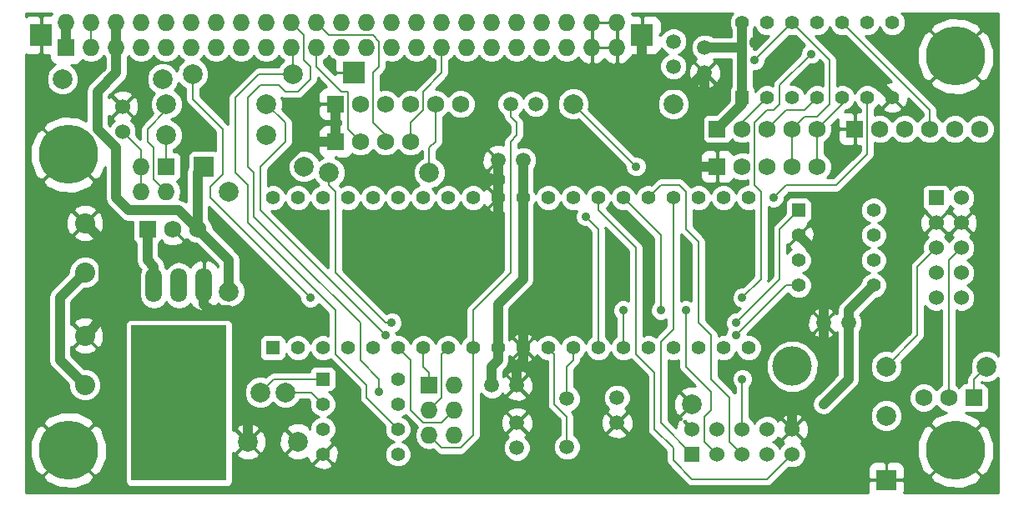
<source format=gtl>
%FSLAX36Y36*%
G04 Gerber Fmt 3.6, Leading zero omitted, Abs format (unit inch)*
G04 Created by KiCad (PCBNEW (2014-jul-16 BZR unknown)-product) date Sun 19 Oct 2014 07:04:48 PM PDT*
%MOIN*%
G01*
G04 APERTURE LIST*
%ADD10C,0.003937*%
%ADD11C,0.059100*%
%ADD12C,0.078700*%
%ADD13R,0.078700X0.078700*%
%ADD14C,0.060000*%
%ADD15C,0.236220*%
%ADD16R,0.068000X0.068000*%
%ADD17C,0.068000*%
%ADD18O,0.068000X0.068000*%
%ADD19C,0.080000*%
%ADD20R,0.060000X0.060000*%
%ADD21O,0.066900X0.137800*%
%ADD22R,0.380000X0.620000*%
%ADD23R,0.055000X0.055000*%
%ADD24C,0.055000*%
%ADD25C,0.157480*%
%ADD26C,0.078740*%
%ADD27R,0.088000X0.088000*%
%ADD28C,0.035000*%
%ADD29C,0.008000*%
%ADD30C,0.040000*%
%ADD31C,0.010000*%
G04 APERTURE END LIST*
D10*
D11*
X5925000Y-5700000D03*
X5925000Y-5600000D03*
X6325000Y-5500000D03*
X6325000Y-5600000D03*
X5950000Y-4550000D03*
X5850000Y-4550000D03*
X5825000Y-5450000D03*
X5925000Y-5450000D03*
X7250000Y-5200000D03*
X7150000Y-5200000D03*
X6000000Y-4325000D03*
X5900000Y-4325000D03*
X6675000Y-4100000D03*
X6675000Y-4200000D03*
X6550000Y-4175000D03*
X6550000Y-4075000D03*
D12*
X5075000Y-4575000D03*
D13*
X4675000Y-4575000D03*
D14*
X4350000Y-4435000D03*
X4350000Y-4335000D03*
D15*
X4133858Y-4527559D03*
X7677165Y-4133858D03*
X4133858Y-5708661D03*
X7677165Y-5708661D03*
D16*
X7750000Y-5500000D03*
D17*
X7650000Y-5500000D03*
X7550000Y-5500000D03*
D16*
X4525000Y-4575000D03*
D18*
X4525000Y-4675000D03*
X4425000Y-4575000D03*
X4425000Y-4675000D03*
D19*
X4200000Y-4998425D03*
X4200000Y-4801575D03*
X4200000Y-5448425D03*
X4200000Y-5251575D03*
D20*
X7600000Y-4700000D03*
D14*
X7700000Y-4700000D03*
X7600000Y-4800000D03*
X7700000Y-4800000D03*
X7600000Y-4900000D03*
X7700000Y-4900000D03*
X7600000Y-5000000D03*
X7700000Y-5000000D03*
X7600000Y-5100000D03*
X7700000Y-5100000D03*
D16*
X5200000Y-4325000D03*
D17*
X5300000Y-4325000D03*
X5400000Y-4325000D03*
X5500000Y-4325000D03*
X5600000Y-4325000D03*
X5700000Y-4325000D03*
D16*
X7275000Y-4425000D03*
D17*
X7375000Y-4425000D03*
X7475000Y-4425000D03*
X7575000Y-4425000D03*
X7675000Y-4425000D03*
X7775000Y-4425000D03*
D16*
X5575000Y-5450000D03*
D18*
X5675000Y-5450000D03*
X5575000Y-5550000D03*
X5675000Y-5550000D03*
X5575000Y-5650000D03*
X5675000Y-5650000D03*
D16*
X5200000Y-4475000D03*
D17*
X5300000Y-4475000D03*
X5400000Y-4475000D03*
X5500000Y-4475000D03*
D20*
X6625000Y-5725000D03*
D14*
X6625000Y-5625000D03*
X6725000Y-5725000D03*
X6725000Y-5625000D03*
X6825000Y-5725000D03*
X6825000Y-5625000D03*
X6925000Y-5725000D03*
X6925000Y-5625000D03*
X7025000Y-5725000D03*
X7025000Y-5625000D03*
D16*
X4125000Y-4100000D03*
D18*
X4125000Y-4000000D03*
X4225000Y-4100000D03*
X4225000Y-4000000D03*
X4325000Y-4100000D03*
X4325000Y-4000000D03*
X4425000Y-4100000D03*
X4425000Y-4000000D03*
X4525000Y-4100000D03*
X4525000Y-4000000D03*
X4625000Y-4100000D03*
X4625000Y-4000000D03*
X4725000Y-4100000D03*
X4725000Y-4000000D03*
X4825000Y-4100000D03*
X4825000Y-4000000D03*
X4925000Y-4100000D03*
X4925000Y-4000000D03*
X5025000Y-4100000D03*
X5025000Y-4000000D03*
X5125000Y-4100000D03*
X5125000Y-4000000D03*
X5225000Y-4100000D03*
X5225000Y-4000000D03*
X5325000Y-4100000D03*
X5325000Y-4000000D03*
X5425000Y-4100000D03*
X5425000Y-4000000D03*
X5525000Y-4100000D03*
X5525000Y-4000000D03*
X5625000Y-4100000D03*
X5625000Y-4000000D03*
X5725000Y-4100000D03*
X5725000Y-4000000D03*
X5825000Y-4100000D03*
X5825000Y-4000000D03*
X5925000Y-4100000D03*
X5925000Y-4000000D03*
X6025000Y-4100000D03*
X6025000Y-4000000D03*
X6125000Y-4100000D03*
X6125000Y-4000000D03*
X6225000Y-4100000D03*
X6225000Y-4000000D03*
X6325000Y-4100000D03*
X6325000Y-4000000D03*
D21*
X4575000Y-5050000D03*
X4675000Y-5050000D03*
X4475000Y-5050000D03*
D22*
X4575000Y-5520000D03*
D12*
X7400000Y-5375000D03*
X7800000Y-5375000D03*
X4775000Y-4675000D03*
X4775000Y-5075000D03*
X4525000Y-4325000D03*
X4925000Y-4325000D03*
X4525000Y-4450000D03*
X4925000Y-4450000D03*
D13*
X7400000Y-5828000D03*
D12*
X7400000Y-5572000D03*
D23*
X6825000Y-4300000D03*
D24*
X6925000Y-4300000D03*
X7025000Y-4300000D03*
X7125000Y-4300000D03*
X7225000Y-4300000D03*
X7325000Y-4300000D03*
X7425000Y-4300000D03*
X7425000Y-4000000D03*
X7325000Y-4000000D03*
X7225000Y-4000000D03*
X7125000Y-4000000D03*
X7025000Y-4000000D03*
X6925000Y-4000000D03*
X6825000Y-4000000D03*
D23*
X7050000Y-4750000D03*
D24*
X7050000Y-4850000D03*
X7050000Y-4950000D03*
X7050000Y-5050000D03*
X7350000Y-5050000D03*
X7350000Y-4950000D03*
X7350000Y-4850000D03*
X7350000Y-4750000D03*
D23*
X4950000Y-5300000D03*
D24*
X5050000Y-5300000D03*
X5150000Y-5300000D03*
X5250000Y-5300000D03*
X5350000Y-5300000D03*
X5450000Y-5300000D03*
X5550000Y-5300000D03*
X5650000Y-5300000D03*
X5750000Y-5300000D03*
X5850000Y-5300000D03*
X5950000Y-5300000D03*
X6050000Y-5300000D03*
X6150000Y-5300000D03*
X6250000Y-5300000D03*
X6350000Y-5300000D03*
X6450000Y-5300000D03*
X6550000Y-5300000D03*
X6650000Y-5300000D03*
X6750000Y-5300000D03*
X6850000Y-5300000D03*
X6850000Y-4700000D03*
X6750000Y-4700000D03*
X6650000Y-4700000D03*
X6550000Y-4700000D03*
X6450000Y-4700000D03*
X6350000Y-4700000D03*
X6250000Y-4700000D03*
X6150000Y-4700000D03*
X6050000Y-4700000D03*
X5950000Y-4700000D03*
X5850000Y-4700000D03*
X5750000Y-4700000D03*
X5650000Y-4700000D03*
X5550000Y-4700000D03*
X5450000Y-4700000D03*
X5350000Y-4700000D03*
X5250000Y-4700000D03*
X5150000Y-4700000D03*
X5050000Y-4700000D03*
X4950000Y-4700000D03*
D11*
X6125000Y-5696100D03*
X6125000Y-5503900D03*
D16*
X6725000Y-4425000D03*
D17*
X6825000Y-4425000D03*
X6925000Y-4425000D03*
X7025000Y-4425000D03*
X7125000Y-4425000D03*
D12*
X5575000Y-4600000D03*
X5175000Y-4600000D03*
X6150000Y-4325000D03*
X6550000Y-4325000D03*
D16*
X6725000Y-4575000D03*
D17*
X6825000Y-4575000D03*
X6925000Y-4575000D03*
X7025000Y-4575000D03*
X7125000Y-4575000D03*
D16*
X4450000Y-4825000D03*
D17*
X4550000Y-4825000D03*
X4650000Y-4825000D03*
D25*
X7025197Y-5374213D03*
D26*
X6624803Y-5525787D03*
D12*
X4510000Y-4225000D03*
X4110000Y-4225000D03*
X5030000Y-4205000D03*
X4630000Y-4205000D03*
D23*
X5150000Y-5425000D03*
D24*
X5150000Y-5525000D03*
X5150000Y-5625000D03*
X5150000Y-5725000D03*
X5450000Y-5725000D03*
X5450000Y-5625000D03*
X5450000Y-5525000D03*
X5450000Y-5425000D03*
D26*
X4900000Y-5478150D03*
X5000000Y-5478150D03*
X4850000Y-5675000D03*
X5050000Y-5675000D03*
D27*
X4025000Y-4050000D03*
X6425000Y-4050000D03*
X5275000Y-4200000D03*
D28*
X5375000Y-4600000D03*
X7325000Y-4650000D03*
X6750000Y-5000000D03*
X6450000Y-5000000D03*
X6325000Y-5000000D03*
X6600000Y-5000000D03*
X6075000Y-5000000D03*
X6300000Y-4325000D03*
X4975000Y-4575000D03*
X6875000Y-4082000D03*
X7225000Y-4150000D03*
X7125000Y-4175000D03*
X7000000Y-4125000D03*
X4675000Y-4450000D03*
X4800000Y-4225000D03*
X5450000Y-4200000D03*
X6675000Y-4300000D03*
X5150000Y-4925000D03*
X5800000Y-5000000D03*
X6825000Y-5425000D03*
X5400000Y-5250000D03*
X6600000Y-5150000D03*
X6500000Y-5150000D03*
X6825000Y-5100000D03*
X6350000Y-5150000D03*
X7100000Y-4125000D03*
X5425000Y-5200000D03*
X6800000Y-5250000D03*
X6800000Y-5200000D03*
X6950000Y-4700000D03*
X6200000Y-4775000D03*
X6400000Y-4575000D03*
X6875000Y-4150000D03*
X5100000Y-5100000D03*
X5375000Y-5475000D03*
X7150000Y-5525000D03*
D29*
X6125000Y-5575000D02*
X6075000Y-5525000D01*
X6075000Y-5525000D02*
X6075000Y-5325000D01*
X6075000Y-5325000D02*
X6050000Y-5300000D01*
X6125000Y-5696100D02*
X6125000Y-5575000D01*
D30*
X6425000Y-4300000D02*
X6350000Y-4375000D01*
X4850000Y-5675000D02*
X4850000Y-5550000D01*
X4675000Y-5125000D02*
X4675000Y-5050000D01*
X4700000Y-5150000D02*
X4675000Y-5125000D01*
X4775000Y-5150000D02*
X4700000Y-5150000D01*
X4825000Y-5200000D02*
X4775000Y-5150000D01*
X4825000Y-5525000D02*
X4825000Y-5200000D01*
X4850000Y-5550000D02*
X4825000Y-5525000D01*
X5950000Y-5300000D02*
X5950000Y-5350000D01*
X5925000Y-5375000D02*
X5925000Y-5450000D01*
X5950000Y-5350000D02*
X5925000Y-5375000D01*
X6725000Y-4575000D02*
X6550000Y-4575000D01*
X6550000Y-4575000D02*
X6350000Y-4375000D01*
X6350000Y-4375000D02*
X6300000Y-4325000D01*
X5950000Y-5125000D02*
X6075000Y-5000000D01*
X5950000Y-5125000D02*
X5950000Y-5300000D01*
X7150000Y-5200000D02*
X7150000Y-4950000D01*
X7150000Y-4950000D02*
X7050000Y-4850000D01*
X4200000Y-5251575D02*
X4275000Y-5176575D01*
X4275000Y-5176575D02*
X4275000Y-4876575D01*
X4275000Y-4876575D02*
X4200000Y-4801575D01*
X5850000Y-4700000D02*
X5850000Y-4550000D01*
X7025000Y-5550000D02*
X7150000Y-5425000D01*
X7150000Y-5425000D02*
X7150000Y-5200000D01*
X7025000Y-5625000D02*
X7025000Y-5550000D01*
X4125000Y-4100000D02*
X4125000Y-4000000D01*
X4975000Y-4575000D02*
X5075000Y-4475000D01*
X5075000Y-4475000D02*
X5200000Y-4475000D01*
X6625000Y-4250000D02*
X6475000Y-4250000D01*
X6475000Y-4250000D02*
X6425000Y-4300000D01*
X6675000Y-4200000D02*
X6625000Y-4250000D01*
X6425000Y-4050000D02*
X6425000Y-4300000D01*
X5200000Y-4475000D02*
X5200000Y-4325000D01*
X6875000Y-4082000D02*
X6875000Y-4075000D01*
X7275000Y-4150000D02*
X7225000Y-4150000D01*
X7425000Y-4300000D02*
X7275000Y-4150000D01*
X6675000Y-4200000D02*
X6675000Y-4300000D01*
X5850000Y-4950000D02*
X5800000Y-5000000D01*
X5850000Y-4700000D02*
X5850000Y-4950000D01*
D29*
X6150000Y-5350000D02*
X6125000Y-5375000D01*
X6125000Y-5375000D02*
X6125000Y-5503900D01*
X6150000Y-5300000D02*
X6150000Y-5350000D01*
X5575000Y-5650000D02*
X5625000Y-5700000D01*
X5750000Y-5650000D02*
X5750000Y-5300000D01*
X5700000Y-5700000D02*
X5750000Y-5650000D01*
X5625000Y-5700000D02*
X5700000Y-5700000D01*
X5750000Y-5150000D02*
X5900000Y-5000000D01*
X5900000Y-5000000D02*
X5900000Y-4475000D01*
X5900000Y-4475000D02*
X5925000Y-4450000D01*
X5925000Y-4450000D02*
X5925000Y-4400000D01*
X5925000Y-4400000D02*
X5900000Y-4375000D01*
X5900000Y-4375000D02*
X5900000Y-4325000D01*
X5750000Y-5300000D02*
X5750000Y-5150000D01*
X4425000Y-4575000D02*
X4425000Y-4675000D01*
X4425000Y-4510000D02*
X4350000Y-4435000D01*
X4425000Y-4575000D02*
X4425000Y-4510000D01*
X7750000Y-5425000D02*
X7800000Y-5375000D01*
X7750000Y-5500000D02*
X7750000Y-5425000D01*
X4525000Y-4425000D02*
X4525000Y-4575000D01*
X4475000Y-4625000D02*
X4475000Y-4500000D01*
X4475000Y-4500000D02*
X4450000Y-4475000D01*
X4525000Y-4675000D02*
X4475000Y-4625000D01*
X4450000Y-4425000D02*
X4450000Y-4475000D01*
X4525000Y-4350000D02*
X4450000Y-4425000D01*
X4525000Y-4325000D02*
X4525000Y-4350000D01*
D30*
X4475000Y-5050000D02*
X4475000Y-4975000D01*
X4450000Y-4950000D02*
X4450000Y-4825000D01*
X4475000Y-4975000D02*
X4450000Y-4950000D01*
D29*
X5575000Y-5450000D02*
X5575000Y-5400000D01*
X5550000Y-5375000D02*
X5550000Y-5300000D01*
X5575000Y-5400000D02*
X5550000Y-5375000D01*
X5575000Y-5550000D02*
X5625000Y-5500000D01*
X5625000Y-5325000D02*
X5650000Y-5300000D01*
X5625000Y-5500000D02*
X5625000Y-5325000D01*
X6825000Y-5625000D02*
X6825000Y-5425000D01*
X5000000Y-4400000D02*
X5000000Y-4475000D01*
X5000000Y-4475000D02*
X4900000Y-4575000D01*
X4900000Y-4575000D02*
X4900000Y-4750000D01*
X4925000Y-4325000D02*
X5000000Y-4400000D01*
X5400000Y-5250000D02*
X4900000Y-4750000D01*
X5675000Y-5550000D02*
X5625000Y-5600000D01*
X5500000Y-5350000D02*
X5450000Y-5300000D01*
X5500000Y-5550000D02*
X5500000Y-5350000D01*
X5550000Y-5600000D02*
X5500000Y-5550000D01*
X5625000Y-5600000D02*
X5550000Y-5600000D01*
X6625000Y-5725000D02*
X6500000Y-5600000D01*
X6550000Y-5225000D02*
X6550000Y-4700000D01*
X6500000Y-5275000D02*
X6550000Y-5225000D01*
X6500000Y-5600000D02*
X6500000Y-5275000D01*
X6600000Y-5375000D02*
X6600000Y-5150000D01*
X6725000Y-5725000D02*
X6675000Y-5675000D01*
X6675000Y-5675000D02*
X6675000Y-5575000D01*
X6500000Y-4850000D02*
X6500000Y-5150000D01*
X6350000Y-4700000D02*
X6500000Y-4850000D01*
X6700000Y-5475000D02*
X6700000Y-5550000D01*
X6700000Y-5550000D02*
X6675000Y-5575000D01*
X6600000Y-5375000D02*
X6700000Y-5475000D01*
X6825000Y-5725000D02*
X6775000Y-5675000D01*
X6500000Y-4650000D02*
X6450000Y-4700000D01*
X6575000Y-4650000D02*
X6500000Y-4650000D01*
X6600000Y-4675000D02*
X6575000Y-4650000D01*
X6600000Y-4825000D02*
X6600000Y-4675000D01*
X6650000Y-4875000D02*
X6600000Y-4825000D01*
X6650000Y-5200000D02*
X6650000Y-4875000D01*
X6700000Y-5250000D02*
X6650000Y-5200000D01*
X6700000Y-5425000D02*
X6700000Y-5250000D01*
X6775000Y-5500000D02*
X6700000Y-5425000D01*
X6775000Y-5675000D02*
X6775000Y-5500000D01*
X6400000Y-5325000D02*
X6475000Y-5400000D01*
X6550000Y-5700000D02*
X6550000Y-5750000D01*
X6475000Y-5625000D02*
X6550000Y-5700000D01*
X6475000Y-5400000D02*
X6475000Y-5625000D01*
X6250000Y-4700000D02*
X6250000Y-4750000D01*
X6925000Y-5825000D02*
X7025000Y-5725000D01*
X6625000Y-5825000D02*
X6925000Y-5825000D01*
X6550000Y-5750000D02*
X6625000Y-5825000D01*
X6400000Y-4900000D02*
X6250000Y-4750000D01*
X6400000Y-5325000D02*
X6400000Y-4900000D01*
X6975000Y-4325000D02*
X6950000Y-4350000D01*
X6875000Y-4650000D02*
X6900000Y-4675000D01*
X6875000Y-4400000D02*
X6875000Y-4650000D01*
X6925000Y-4350000D02*
X6875000Y-4400000D01*
X6950000Y-4350000D02*
X6925000Y-4350000D01*
X6975000Y-4325000D02*
X6975000Y-4250000D01*
X6900000Y-5025000D02*
X6825000Y-5100000D01*
X6350000Y-5300000D02*
X6350000Y-5150000D01*
X6900000Y-4675000D02*
X6900000Y-5025000D01*
X5200000Y-4675000D02*
X5175000Y-4650000D01*
X5175000Y-4650000D02*
X5175000Y-4600000D01*
X5200000Y-5000000D02*
X5200000Y-4675000D01*
X6975000Y-4250000D02*
X7100000Y-4125000D01*
X5425000Y-5200000D02*
X5425000Y-5200000D01*
X5425000Y-5200000D02*
X5400000Y-5200000D01*
X5400000Y-5200000D02*
X5200000Y-5000000D01*
X6800000Y-5250000D02*
X7000000Y-5050000D01*
X7000000Y-5050000D02*
X7050000Y-5050000D01*
X6800000Y-5200000D02*
X6975000Y-5025000D01*
X6975000Y-5025000D02*
X6975000Y-4825000D01*
X6975000Y-4825000D02*
X7050000Y-4750000D01*
X7325000Y-4300000D02*
X7325000Y-4525000D01*
X7200000Y-4650000D02*
X7000000Y-4650000D01*
X7325000Y-4525000D02*
X7200000Y-4650000D01*
X6250000Y-5300000D02*
X6250000Y-4825000D01*
X7000000Y-4650000D02*
X6950000Y-4700000D01*
X6250000Y-4825000D02*
X6200000Y-4775000D01*
X7125000Y-4425000D02*
X7225000Y-4325000D01*
X7225000Y-4325000D02*
X7225000Y-4300000D01*
X7125000Y-4575000D02*
X7125000Y-4425000D01*
X5250000Y-4425000D02*
X5300000Y-4475000D01*
X5125000Y-4100000D02*
X5125000Y-4175000D01*
X5250000Y-4275000D02*
X5225000Y-4275000D01*
X5225000Y-4275000D02*
X5125000Y-4175000D01*
X5250000Y-4425000D02*
X5250000Y-4275000D01*
X6150000Y-4325000D02*
X6400000Y-4575000D01*
X5400000Y-4450000D02*
X5350000Y-4400000D01*
X5400000Y-4475000D02*
X5400000Y-4450000D01*
X5175000Y-4050000D02*
X5125000Y-4000000D01*
X5350000Y-4200000D02*
X5375000Y-4175000D01*
X5375000Y-4175000D02*
X5375000Y-4075000D01*
X5375000Y-4075000D02*
X5350000Y-4050000D01*
X5350000Y-4050000D02*
X5175000Y-4050000D01*
X5350000Y-4400000D02*
X5350000Y-4200000D01*
X7125000Y-4375000D02*
X7175000Y-4325000D01*
X7175000Y-4325000D02*
X7175000Y-4150000D01*
X7175000Y-4150000D02*
X7025000Y-4000000D01*
X7025000Y-4425000D02*
X7075000Y-4375000D01*
X7075000Y-4375000D02*
X7125000Y-4375000D01*
X7025000Y-4575000D02*
X7025000Y-4425000D01*
X5500000Y-4475000D02*
X5525000Y-4475000D01*
X5550000Y-4275000D02*
X5625000Y-4200000D01*
X5625000Y-4200000D02*
X5625000Y-4100000D01*
X5500000Y-4475000D02*
X5500000Y-4400000D01*
X5500000Y-4400000D02*
X5550000Y-4350000D01*
X5550000Y-4350000D02*
X5550000Y-4275000D01*
X6875000Y-4150000D02*
X7025000Y-4000000D01*
X7650000Y-4950000D02*
X7650000Y-5500000D01*
X7700000Y-4900000D02*
X7650000Y-4950000D01*
X7525000Y-4975000D02*
X7525000Y-5250000D01*
X7525000Y-5250000D02*
X7400000Y-5375000D01*
X7600000Y-4900000D02*
X7525000Y-4975000D01*
D30*
X4200000Y-5448425D02*
X4100000Y-5348425D01*
X4100000Y-5098425D02*
X4200000Y-4998425D01*
X4100000Y-5348425D02*
X4100000Y-5098425D01*
D29*
X6825000Y-4425000D02*
X6825000Y-4400000D01*
X6825000Y-4400000D02*
X6925000Y-4300000D01*
X6925000Y-4425000D02*
X7000000Y-4350000D01*
X7075000Y-4350000D02*
X7125000Y-4300000D01*
X7000000Y-4350000D02*
X7075000Y-4350000D01*
X6925000Y-4425000D02*
X6925000Y-4400000D01*
X5575000Y-4500000D02*
X5600000Y-4475000D01*
X5600000Y-4475000D02*
X5600000Y-4325000D01*
X5575000Y-4600000D02*
X5575000Y-4500000D01*
X4225000Y-4000000D02*
X4225000Y-4100000D01*
X4630000Y-4305000D02*
X4750000Y-4425000D01*
X4700000Y-4655000D02*
X4750000Y-4605000D01*
X4750000Y-4605000D02*
X4750000Y-4425000D01*
X4700000Y-4700000D02*
X4700000Y-4655000D01*
X4630000Y-4205000D02*
X4630000Y-4305000D01*
X4225000Y-4110000D02*
X4225000Y-4100000D01*
X5100000Y-5100000D02*
X4700000Y-4700000D01*
X5030000Y-4105000D02*
X5025000Y-4100000D01*
X5030000Y-4205000D02*
X5030000Y-4105000D01*
X5325000Y-5500000D02*
X5450000Y-5625000D01*
X4850000Y-4650000D02*
X4850000Y-4800000D01*
X4850000Y-4800000D02*
X5000000Y-4950000D01*
X5000000Y-4950000D02*
X5000000Y-4950000D01*
X4800000Y-4300000D02*
X4800000Y-4600000D01*
X4800000Y-4600000D02*
X4850000Y-4650000D01*
X4895000Y-4205000D02*
X4800000Y-4300000D01*
X5030000Y-4205000D02*
X4895000Y-4205000D01*
X5200000Y-5150000D02*
X5000000Y-4950000D01*
X5200000Y-5325000D02*
X5200000Y-5150000D01*
X5325000Y-5450000D02*
X5200000Y-5325000D01*
X5325000Y-5500000D02*
X5325000Y-5450000D01*
X5025000Y-4000000D02*
X5075000Y-4050000D01*
X5025000Y-4925000D02*
X5025000Y-4925000D01*
X4875000Y-4775000D02*
X5025000Y-4925000D01*
X4875000Y-4600000D02*
X4875000Y-4775000D01*
X4850000Y-4575000D02*
X4875000Y-4600000D01*
X4850000Y-4300000D02*
X4850000Y-4575000D01*
X4900000Y-4250000D02*
X4850000Y-4300000D01*
X4975000Y-4250000D02*
X4900000Y-4250000D01*
X5000000Y-4275000D02*
X4975000Y-4250000D01*
X5050000Y-4275000D02*
X5000000Y-4275000D01*
X5100000Y-4225000D02*
X5050000Y-4275000D01*
X5100000Y-4175000D02*
X5100000Y-4225000D01*
X5075000Y-4150000D02*
X5100000Y-4175000D01*
X5075000Y-4050000D02*
X5075000Y-4150000D01*
X5375000Y-5425000D02*
X5300000Y-5350000D01*
X5300000Y-5350000D02*
X5300000Y-5200000D01*
X5300000Y-5200000D02*
X5025000Y-4925000D01*
X5375000Y-5475000D02*
X5375000Y-5425000D01*
X7225000Y-4000000D02*
X7575000Y-4350000D01*
X7575000Y-4350000D02*
X7575000Y-4425000D01*
X4953150Y-5425000D02*
X5150000Y-5425000D01*
X4900000Y-5478150D02*
X4953150Y-5425000D01*
X5000000Y-5478150D02*
X5103150Y-5478150D01*
X5103150Y-5478150D02*
X5150000Y-5525000D01*
D30*
X6675000Y-4100000D02*
X6825000Y-4100000D01*
X6825000Y-4000000D02*
X6825000Y-4100000D01*
X6825000Y-4100000D02*
X6825000Y-4300000D01*
X6825000Y-4300000D02*
X6825000Y-4325000D01*
X6825000Y-4325000D02*
X6725000Y-4425000D01*
X5850000Y-5300000D02*
X5850000Y-5350000D01*
X5825000Y-5375000D02*
X5825000Y-5450000D01*
X5850000Y-5350000D02*
X5825000Y-5375000D01*
X5850000Y-5300000D02*
X5850000Y-5125000D01*
X5950000Y-5025000D02*
X5950000Y-4700000D01*
X5850000Y-5125000D02*
X5950000Y-5025000D01*
X7250000Y-5425000D02*
X7250000Y-5200000D01*
X7150000Y-5525000D02*
X7250000Y-5425000D01*
X7250000Y-5200000D02*
X7250000Y-5150000D01*
X7250000Y-5150000D02*
X7350000Y-5050000D01*
X5950000Y-4700000D02*
X5950000Y-4550000D01*
X4650000Y-4825000D02*
X4575000Y-4750000D01*
X4325000Y-4700000D02*
X4325000Y-4500000D01*
X4375000Y-4750000D02*
X4325000Y-4700000D01*
X4575000Y-4750000D02*
X4375000Y-4750000D01*
X4325000Y-4200000D02*
X4325000Y-4100000D01*
X4250000Y-4275000D02*
X4325000Y-4200000D01*
X4250000Y-4425000D02*
X4250000Y-4275000D01*
X4325000Y-4500000D02*
X4250000Y-4425000D01*
X4325000Y-4000000D02*
X4325000Y-4100000D01*
X4775000Y-4950000D02*
X4775000Y-5075000D01*
X4650000Y-4825000D02*
X4775000Y-4950000D01*
X4650000Y-4600000D02*
X4675000Y-4575000D01*
X4650000Y-4825000D02*
X4650000Y-4600000D01*
D31*
G36*
X4126787Y-4101000D02*
X4126000Y-4101000D01*
X4126000Y-4101787D01*
X4124000Y-4101787D01*
X4124000Y-4101000D01*
X4123213Y-4101000D01*
X4123213Y-4099000D01*
X4124000Y-4099000D01*
X4124000Y-4060243D01*
X4124000Y-4039750D01*
X4124000Y-4001000D01*
X4123213Y-4001000D01*
X4123213Y-3999000D01*
X4124000Y-3999000D01*
X4124000Y-3998213D01*
X4126000Y-3998213D01*
X4126000Y-3999000D01*
X4126787Y-3999000D01*
X4126787Y-4001000D01*
X4126000Y-4001000D01*
X4126000Y-4039750D01*
X4126000Y-4060243D01*
X4126000Y-4099000D01*
X4126787Y-4099000D01*
X4126787Y-4101000D01*
X4126787Y-4101000D01*
G37*
X4126787Y-4101000D02*
X4126000Y-4101000D01*
X4126000Y-4101787D01*
X4124000Y-4101787D01*
X4124000Y-4101000D01*
X4123213Y-4101000D01*
X4123213Y-4099000D01*
X4124000Y-4099000D01*
X4124000Y-4060243D01*
X4124000Y-4039750D01*
X4124000Y-4001000D01*
X4123213Y-4001000D01*
X4123213Y-3999000D01*
X4124000Y-3999000D01*
X4124000Y-3998213D01*
X4126000Y-3998213D01*
X4126000Y-3999000D01*
X4126787Y-3999000D01*
X4126787Y-4001000D01*
X4126000Y-4001000D01*
X4126000Y-4039750D01*
X4126000Y-4060243D01*
X4126000Y-4099000D01*
X4126787Y-4099000D01*
X4126787Y-4101000D01*
G36*
X4594549Y-4150021D02*
X4593596Y-4150415D01*
X4575479Y-4168501D01*
X4565857Y-4191673D01*
X4564585Y-4188596D01*
X4546499Y-4170479D01*
X4522856Y-4160661D01*
X4497256Y-4160639D01*
X4473596Y-4170415D01*
X4455479Y-4188501D01*
X4445661Y-4212144D01*
X4445639Y-4237744D01*
X4455415Y-4261404D01*
X4473501Y-4279521D01*
X4477719Y-4281273D01*
X4470479Y-4288501D01*
X4460661Y-4312144D01*
X4460639Y-4337744D01*
X4470415Y-4361404D01*
X4471499Y-4362489D01*
X4429494Y-4404494D01*
X4423207Y-4413902D01*
X4421000Y-4425000D01*
X4421000Y-4464988D01*
X4415294Y-4459281D01*
X4415294Y-4323646D01*
X4405978Y-4299524D01*
X4404198Y-4296859D01*
X4391376Y-4295038D01*
X4389962Y-4296452D01*
X4389962Y-4293624D01*
X4388141Y-4280802D01*
X4364497Y-4270332D01*
X4338646Y-4269706D01*
X4314524Y-4279022D01*
X4311859Y-4280802D01*
X4310038Y-4293624D01*
X4350000Y-4333586D01*
X4389962Y-4293624D01*
X4389962Y-4296452D01*
X4351414Y-4335000D01*
X4391376Y-4374962D01*
X4404198Y-4373141D01*
X4414668Y-4349497D01*
X4415294Y-4323646D01*
X4415294Y-4459281D01*
X4404113Y-4448101D01*
X4404990Y-4445988D01*
X4405010Y-4424108D01*
X4396654Y-4403886D01*
X4384244Y-4391454D01*
X4385476Y-4390978D01*
X4388141Y-4389198D01*
X4389962Y-4376376D01*
X4350000Y-4336414D01*
X4310038Y-4376376D01*
X4311859Y-4389198D01*
X4316135Y-4391092D01*
X4303400Y-4403804D01*
X4300186Y-4411546D01*
X4295000Y-4406360D01*
X4295000Y-4371941D01*
X4295802Y-4373141D01*
X4308624Y-4374962D01*
X4348586Y-4335000D01*
X4308624Y-4295038D01*
X4295802Y-4296859D01*
X4295000Y-4298670D01*
X4295000Y-4293640D01*
X4356820Y-4231820D01*
X4366575Y-4217221D01*
X4370000Y-4200000D01*
X4370000Y-4138539D01*
X4375000Y-4131056D01*
X4382125Y-4141719D01*
X4401266Y-4154509D01*
X4423844Y-4159000D01*
X4426156Y-4159000D01*
X4448734Y-4154509D01*
X4467875Y-4141719D01*
X4475000Y-4131056D01*
X4482125Y-4141719D01*
X4501266Y-4154509D01*
X4523844Y-4159000D01*
X4526156Y-4159000D01*
X4548734Y-4154509D01*
X4567875Y-4141719D01*
X4575000Y-4131056D01*
X4582125Y-4141719D01*
X4594549Y-4150021D01*
X4594549Y-4150021D01*
G37*
X4594549Y-4150021D02*
X4593596Y-4150415D01*
X4575479Y-4168501D01*
X4565857Y-4191673D01*
X4564585Y-4188596D01*
X4546499Y-4170479D01*
X4522856Y-4160661D01*
X4497256Y-4160639D01*
X4473596Y-4170415D01*
X4455479Y-4188501D01*
X4445661Y-4212144D01*
X4445639Y-4237744D01*
X4455415Y-4261404D01*
X4473501Y-4279521D01*
X4477719Y-4281273D01*
X4470479Y-4288501D01*
X4460661Y-4312144D01*
X4460639Y-4337744D01*
X4470415Y-4361404D01*
X4471499Y-4362489D01*
X4429494Y-4404494D01*
X4423207Y-4413902D01*
X4421000Y-4425000D01*
X4421000Y-4464988D01*
X4415294Y-4459281D01*
X4415294Y-4323646D01*
X4405978Y-4299524D01*
X4404198Y-4296859D01*
X4391376Y-4295038D01*
X4389962Y-4296452D01*
X4389962Y-4293624D01*
X4388141Y-4280802D01*
X4364497Y-4270332D01*
X4338646Y-4269706D01*
X4314524Y-4279022D01*
X4311859Y-4280802D01*
X4310038Y-4293624D01*
X4350000Y-4333586D01*
X4389962Y-4293624D01*
X4389962Y-4296452D01*
X4351414Y-4335000D01*
X4391376Y-4374962D01*
X4404198Y-4373141D01*
X4414668Y-4349497D01*
X4415294Y-4323646D01*
X4415294Y-4459281D01*
X4404113Y-4448101D01*
X4404990Y-4445988D01*
X4405010Y-4424108D01*
X4396654Y-4403886D01*
X4384244Y-4391454D01*
X4385476Y-4390978D01*
X4388141Y-4389198D01*
X4389962Y-4376376D01*
X4350000Y-4336414D01*
X4310038Y-4376376D01*
X4311859Y-4389198D01*
X4316135Y-4391092D01*
X4303400Y-4403804D01*
X4300186Y-4411546D01*
X4295000Y-4406360D01*
X4295000Y-4371941D01*
X4295802Y-4373141D01*
X4308624Y-4374962D01*
X4348586Y-4335000D01*
X4308624Y-4295038D01*
X4295802Y-4296859D01*
X4295000Y-4298670D01*
X4295000Y-4293640D01*
X4356820Y-4231820D01*
X4366575Y-4217221D01*
X4370000Y-4200000D01*
X4370000Y-4138539D01*
X4375000Y-4131056D01*
X4382125Y-4141719D01*
X4401266Y-4154509D01*
X4423844Y-4159000D01*
X4426156Y-4159000D01*
X4448734Y-4154509D01*
X4467875Y-4141719D01*
X4475000Y-4131056D01*
X4482125Y-4141719D01*
X4501266Y-4154509D01*
X4523844Y-4159000D01*
X4526156Y-4159000D01*
X4548734Y-4154509D01*
X4567875Y-4141719D01*
X4575000Y-4131056D01*
X4582125Y-4141719D01*
X4594549Y-4150021D01*
G36*
X4721000Y-4511345D02*
X4719323Y-4510650D01*
X4709377Y-4510650D01*
X4630677Y-4510650D01*
X4621489Y-4514456D01*
X4614456Y-4521489D01*
X4610650Y-4530677D01*
X4610650Y-4540623D01*
X4610650Y-4579450D01*
X4608425Y-4582779D01*
X4605000Y-4600000D01*
X4605000Y-4716964D01*
X4592221Y-4708425D01*
X4575623Y-4705124D01*
X4580665Y-4697578D01*
X4585156Y-4675000D01*
X4580665Y-4652422D01*
X4567875Y-4633281D01*
X4567046Y-4632727D01*
X4573161Y-4630194D01*
X4580194Y-4623161D01*
X4584000Y-4613973D01*
X4584000Y-4604027D01*
X4584000Y-4536027D01*
X4580194Y-4526839D01*
X4573161Y-4519806D01*
X4563973Y-4516000D01*
X4554027Y-4516000D01*
X4554000Y-4516000D01*
X4554000Y-4507644D01*
X4561404Y-4504585D01*
X4579521Y-4486499D01*
X4589339Y-4462856D01*
X4589361Y-4437256D01*
X4579585Y-4413596D01*
X4561499Y-4395479D01*
X4542266Y-4387492D01*
X4561404Y-4379585D01*
X4579521Y-4361499D01*
X4589339Y-4337856D01*
X4589361Y-4312256D01*
X4579585Y-4288596D01*
X4561499Y-4270479D01*
X4557281Y-4268727D01*
X4564521Y-4261499D01*
X4574143Y-4238327D01*
X4575415Y-4241404D01*
X4593501Y-4259521D01*
X4601000Y-4262635D01*
X4601000Y-4305000D01*
X4603207Y-4316098D01*
X4609494Y-4325506D01*
X4721000Y-4437012D01*
X4721000Y-4511345D01*
X4721000Y-4511345D01*
G37*
X4721000Y-4511345D02*
X4719323Y-4510650D01*
X4709377Y-4510650D01*
X4630677Y-4510650D01*
X4621489Y-4514456D01*
X4614456Y-4521489D01*
X4610650Y-4530677D01*
X4610650Y-4540623D01*
X4610650Y-4579450D01*
X4608425Y-4582779D01*
X4605000Y-4600000D01*
X4605000Y-4716964D01*
X4592221Y-4708425D01*
X4575623Y-4705124D01*
X4580665Y-4697578D01*
X4585156Y-4675000D01*
X4580665Y-4652422D01*
X4567875Y-4633281D01*
X4567046Y-4632727D01*
X4573161Y-4630194D01*
X4580194Y-4623161D01*
X4584000Y-4613973D01*
X4584000Y-4604027D01*
X4584000Y-4536027D01*
X4580194Y-4526839D01*
X4573161Y-4519806D01*
X4563973Y-4516000D01*
X4554027Y-4516000D01*
X4554000Y-4516000D01*
X4554000Y-4507644D01*
X4561404Y-4504585D01*
X4579521Y-4486499D01*
X4589339Y-4462856D01*
X4589361Y-4437256D01*
X4579585Y-4413596D01*
X4561499Y-4395479D01*
X4542266Y-4387492D01*
X4561404Y-4379585D01*
X4579521Y-4361499D01*
X4589339Y-4337856D01*
X4589361Y-4312256D01*
X4579585Y-4288596D01*
X4561499Y-4270479D01*
X4557281Y-4268727D01*
X4564521Y-4261499D01*
X4574143Y-4238327D01*
X4575415Y-4241404D01*
X4593501Y-4259521D01*
X4601000Y-4262635D01*
X4601000Y-4305000D01*
X4603207Y-4316098D01*
X4609494Y-4325506D01*
X4721000Y-4437012D01*
X4721000Y-4511345D01*
G36*
X4994549Y-4150021D02*
X4993596Y-4150415D01*
X4975479Y-4168501D01*
X4972365Y-4176000D01*
X4895000Y-4176000D01*
X4883902Y-4178207D01*
X4874494Y-4184494D01*
X4779494Y-4279494D01*
X4773207Y-4288902D01*
X4771000Y-4300000D01*
X4771000Y-4405233D01*
X4770506Y-4404494D01*
X4659000Y-4292988D01*
X4659000Y-4262644D01*
X4666404Y-4259585D01*
X4684521Y-4241499D01*
X4694339Y-4217856D01*
X4694361Y-4192256D01*
X4684585Y-4168596D01*
X4666499Y-4150479D01*
X4659263Y-4147474D01*
X4667875Y-4141719D01*
X4675000Y-4131056D01*
X4682125Y-4141719D01*
X4701266Y-4154509D01*
X4723844Y-4159000D01*
X4726156Y-4159000D01*
X4748734Y-4154509D01*
X4767875Y-4141719D01*
X4775000Y-4131056D01*
X4782125Y-4141719D01*
X4801266Y-4154509D01*
X4823844Y-4159000D01*
X4826156Y-4159000D01*
X4848734Y-4154509D01*
X4867875Y-4141719D01*
X4875000Y-4131056D01*
X4882125Y-4141719D01*
X4901266Y-4154509D01*
X4923844Y-4159000D01*
X4926156Y-4159000D01*
X4948734Y-4154509D01*
X4967875Y-4141719D01*
X4975000Y-4131056D01*
X4982125Y-4141719D01*
X4994549Y-4150021D01*
X4994549Y-4150021D01*
G37*
X4994549Y-4150021D02*
X4993596Y-4150415D01*
X4975479Y-4168501D01*
X4972365Y-4176000D01*
X4895000Y-4176000D01*
X4883902Y-4178207D01*
X4874494Y-4184494D01*
X4779494Y-4279494D01*
X4773207Y-4288902D01*
X4771000Y-4300000D01*
X4771000Y-4405233D01*
X4770506Y-4404494D01*
X4659000Y-4292988D01*
X4659000Y-4262644D01*
X4666404Y-4259585D01*
X4684521Y-4241499D01*
X4694339Y-4217856D01*
X4694361Y-4192256D01*
X4684585Y-4168596D01*
X4666499Y-4150479D01*
X4659263Y-4147474D01*
X4667875Y-4141719D01*
X4675000Y-4131056D01*
X4682125Y-4141719D01*
X4701266Y-4154509D01*
X4723844Y-4159000D01*
X4726156Y-4159000D01*
X4748734Y-4154509D01*
X4767875Y-4141719D01*
X4775000Y-4131056D01*
X4782125Y-4141719D01*
X4801266Y-4154509D01*
X4823844Y-4159000D01*
X4826156Y-4159000D01*
X4848734Y-4154509D01*
X4867875Y-4141719D01*
X4875000Y-4131056D01*
X4882125Y-4141719D01*
X4901266Y-4154509D01*
X4923844Y-4159000D01*
X4926156Y-4159000D01*
X4948734Y-4154509D01*
X4967875Y-4141719D01*
X4975000Y-4131056D01*
X4982125Y-4141719D01*
X4994549Y-4150021D01*
G36*
X5171000Y-4979988D02*
X4943507Y-4752494D01*
X4960397Y-4752509D01*
X4979700Y-4744533D01*
X4994481Y-4729778D01*
X5000004Y-4716478D01*
X5005467Y-4729700D01*
X5020222Y-4744481D01*
X5039511Y-4752491D01*
X5060397Y-4752509D01*
X5079700Y-4744533D01*
X5094481Y-4729778D01*
X5100004Y-4716478D01*
X5105467Y-4729700D01*
X5120222Y-4744481D01*
X5139511Y-4752491D01*
X5160397Y-4752509D01*
X5171000Y-4748128D01*
X5171000Y-4979988D01*
X5171000Y-4979988D01*
G37*
X5171000Y-4979988D02*
X4943507Y-4752494D01*
X4960397Y-4752509D01*
X4979700Y-4744533D01*
X4994481Y-4729778D01*
X5000004Y-4716478D01*
X5005467Y-4729700D01*
X5020222Y-4744481D01*
X5039511Y-4752491D01*
X5060397Y-4752509D01*
X5079700Y-4744533D01*
X5094481Y-4729778D01*
X5100004Y-4716478D01*
X5105467Y-4729700D01*
X5120222Y-4744481D01*
X5139511Y-4752491D01*
X5160397Y-4752509D01*
X5171000Y-4748128D01*
X5171000Y-4979988D01*
G36*
X5221000Y-4406000D02*
X5209750Y-4406000D01*
X5201000Y-4414750D01*
X5201000Y-4474000D01*
X5201787Y-4474000D01*
X5201787Y-4476000D01*
X5201000Y-4476000D01*
X5201000Y-4476787D01*
X5199000Y-4476787D01*
X5199000Y-4476000D01*
X5199000Y-4474000D01*
X5199000Y-4414750D01*
X5199000Y-4385250D01*
X5199000Y-4326000D01*
X5139750Y-4326000D01*
X5131000Y-4334750D01*
X5131000Y-4352038D01*
X5131000Y-4365962D01*
X5136328Y-4378826D01*
X5146174Y-4388672D01*
X5159038Y-4394000D01*
X5190250Y-4394000D01*
X5199000Y-4385250D01*
X5199000Y-4414750D01*
X5190250Y-4406000D01*
X5159038Y-4406000D01*
X5146174Y-4411328D01*
X5136328Y-4421174D01*
X5131000Y-4434038D01*
X5131000Y-4447962D01*
X5131000Y-4465250D01*
X5139750Y-4474000D01*
X5199000Y-4474000D01*
X5199000Y-4476000D01*
X5139750Y-4476000D01*
X5131000Y-4484750D01*
X5131000Y-4502038D01*
X5131000Y-4515962D01*
X5136328Y-4528826D01*
X5146174Y-4538672D01*
X5150540Y-4540480D01*
X5138596Y-4545415D01*
X5134211Y-4549792D01*
X5129585Y-4538596D01*
X5111499Y-4520479D01*
X5087856Y-4510661D01*
X5062256Y-4510639D01*
X5038596Y-4520415D01*
X5020479Y-4538501D01*
X5010661Y-4562144D01*
X5010639Y-4587744D01*
X5020415Y-4611404D01*
X5038501Y-4629521D01*
X5062144Y-4639339D01*
X5087744Y-4639361D01*
X5111404Y-4629585D01*
X5115789Y-4625208D01*
X5120415Y-4636404D01*
X5133854Y-4649866D01*
X5120300Y-4655467D01*
X5105519Y-4670222D01*
X5099996Y-4683521D01*
X5094533Y-4670300D01*
X5079778Y-4655519D01*
X5060489Y-4647509D01*
X5039603Y-4647491D01*
X5020300Y-4655467D01*
X5005519Y-4670222D01*
X4999996Y-4683521D01*
X4994533Y-4670300D01*
X4979778Y-4655519D01*
X4960489Y-4647509D01*
X4939603Y-4647491D01*
X4929000Y-4651872D01*
X4929000Y-4587012D01*
X5020506Y-4495506D01*
X5026793Y-4486098D01*
X5029000Y-4475000D01*
X5029000Y-4400000D01*
X5026793Y-4388902D01*
X5026793Y-4388902D01*
X5020506Y-4379494D01*
X4986267Y-4345255D01*
X4989339Y-4337856D01*
X4989361Y-4312256D01*
X4983564Y-4298226D01*
X4988902Y-4301793D01*
X4988902Y-4301793D01*
X5000000Y-4304000D01*
X5050000Y-4304000D01*
X5061098Y-4301793D01*
X5070506Y-4295506D01*
X5120506Y-4245506D01*
X5126793Y-4236098D01*
X5129000Y-4225000D01*
X5129000Y-4220012D01*
X5164988Y-4256000D01*
X5159038Y-4256000D01*
X5146174Y-4261328D01*
X5136328Y-4271174D01*
X5131000Y-4284038D01*
X5131000Y-4297962D01*
X5131000Y-4315250D01*
X5139750Y-4324000D01*
X5199000Y-4324000D01*
X5199000Y-4323213D01*
X5201000Y-4323213D01*
X5201000Y-4324000D01*
X5201787Y-4324000D01*
X5201787Y-4326000D01*
X5201000Y-4326000D01*
X5201000Y-4385250D01*
X5209750Y-4394000D01*
X5221000Y-4394000D01*
X5221000Y-4406000D01*
X5221000Y-4406000D01*
G37*
X5221000Y-4406000D02*
X5209750Y-4406000D01*
X5201000Y-4414750D01*
X5201000Y-4474000D01*
X5201787Y-4474000D01*
X5201787Y-4476000D01*
X5201000Y-4476000D01*
X5201000Y-4476787D01*
X5199000Y-4476787D01*
X5199000Y-4476000D01*
X5199000Y-4474000D01*
X5199000Y-4414750D01*
X5199000Y-4385250D01*
X5199000Y-4326000D01*
X5139750Y-4326000D01*
X5131000Y-4334750D01*
X5131000Y-4352038D01*
X5131000Y-4365962D01*
X5136328Y-4378826D01*
X5146174Y-4388672D01*
X5159038Y-4394000D01*
X5190250Y-4394000D01*
X5199000Y-4385250D01*
X5199000Y-4414750D01*
X5190250Y-4406000D01*
X5159038Y-4406000D01*
X5146174Y-4411328D01*
X5136328Y-4421174D01*
X5131000Y-4434038D01*
X5131000Y-4447962D01*
X5131000Y-4465250D01*
X5139750Y-4474000D01*
X5199000Y-4474000D01*
X5199000Y-4476000D01*
X5139750Y-4476000D01*
X5131000Y-4484750D01*
X5131000Y-4502038D01*
X5131000Y-4515962D01*
X5136328Y-4528826D01*
X5146174Y-4538672D01*
X5150540Y-4540480D01*
X5138596Y-4545415D01*
X5134211Y-4549792D01*
X5129585Y-4538596D01*
X5111499Y-4520479D01*
X5087856Y-4510661D01*
X5062256Y-4510639D01*
X5038596Y-4520415D01*
X5020479Y-4538501D01*
X5010661Y-4562144D01*
X5010639Y-4587744D01*
X5020415Y-4611404D01*
X5038501Y-4629521D01*
X5062144Y-4639339D01*
X5087744Y-4639361D01*
X5111404Y-4629585D01*
X5115789Y-4625208D01*
X5120415Y-4636404D01*
X5133854Y-4649866D01*
X5120300Y-4655467D01*
X5105519Y-4670222D01*
X5099996Y-4683521D01*
X5094533Y-4670300D01*
X5079778Y-4655519D01*
X5060489Y-4647509D01*
X5039603Y-4647491D01*
X5020300Y-4655467D01*
X5005519Y-4670222D01*
X4999996Y-4683521D01*
X4994533Y-4670300D01*
X4979778Y-4655519D01*
X4960489Y-4647509D01*
X4939603Y-4647491D01*
X4929000Y-4651872D01*
X4929000Y-4587012D01*
X5020506Y-4495506D01*
X5026793Y-4486098D01*
X5029000Y-4475000D01*
X5029000Y-4400000D01*
X5026793Y-4388902D01*
X5026793Y-4388902D01*
X5020506Y-4379494D01*
X4986267Y-4345255D01*
X4989339Y-4337856D01*
X4989361Y-4312256D01*
X4983564Y-4298226D01*
X4988902Y-4301793D01*
X4988902Y-4301793D01*
X5000000Y-4304000D01*
X5050000Y-4304000D01*
X5061098Y-4301793D01*
X5070506Y-4295506D01*
X5120506Y-4245506D01*
X5126793Y-4236098D01*
X5129000Y-4225000D01*
X5129000Y-4220012D01*
X5164988Y-4256000D01*
X5159038Y-4256000D01*
X5146174Y-4261328D01*
X5136328Y-4271174D01*
X5131000Y-4284038D01*
X5131000Y-4297962D01*
X5131000Y-4315250D01*
X5139750Y-4324000D01*
X5199000Y-4324000D01*
X5199000Y-4323213D01*
X5201000Y-4323213D01*
X5201000Y-4324000D01*
X5201787Y-4324000D01*
X5201787Y-4326000D01*
X5201000Y-4326000D01*
X5201000Y-4385250D01*
X5209750Y-4394000D01*
X5221000Y-4394000D01*
X5221000Y-4406000D01*
G36*
X5276787Y-4201000D02*
X5276000Y-4201000D01*
X5276000Y-4201787D01*
X5274000Y-4201787D01*
X5274000Y-4201000D01*
X5204750Y-4201000D01*
X5198381Y-4207369D01*
X5154000Y-4162988D01*
X5154000Y-4150990D01*
X5167875Y-4141719D01*
X5175000Y-4131056D01*
X5182125Y-4141719D01*
X5196000Y-4150990D01*
X5196000Y-4162962D01*
X5196000Y-4190250D01*
X5204750Y-4199000D01*
X5274000Y-4199000D01*
X5274000Y-4198213D01*
X5276000Y-4198213D01*
X5276000Y-4199000D01*
X5276787Y-4199000D01*
X5276787Y-4201000D01*
X5276787Y-4201000D01*
G37*
X5276787Y-4201000D02*
X5276000Y-4201000D01*
X5276000Y-4201787D01*
X5274000Y-4201787D01*
X5274000Y-4201000D01*
X5204750Y-4201000D01*
X5198381Y-4207369D01*
X5154000Y-4162988D01*
X5154000Y-4150990D01*
X5167875Y-4141719D01*
X5175000Y-4131056D01*
X5182125Y-4141719D01*
X5196000Y-4150990D01*
X5196000Y-4162962D01*
X5196000Y-4190250D01*
X5204750Y-4199000D01*
X5274000Y-4199000D01*
X5274000Y-4198213D01*
X5276000Y-4198213D01*
X5276000Y-4199000D01*
X5276787Y-4199000D01*
X5276787Y-4201000D01*
G36*
X5546000Y-4542356D02*
X5538596Y-4545415D01*
X5520479Y-4563501D01*
X5510661Y-4587144D01*
X5510639Y-4612744D01*
X5520415Y-4636404D01*
X5533854Y-4649866D01*
X5520300Y-4655467D01*
X5505519Y-4670222D01*
X5499996Y-4683521D01*
X5494533Y-4670300D01*
X5479778Y-4655519D01*
X5460489Y-4647509D01*
X5439603Y-4647491D01*
X5420300Y-4655467D01*
X5405519Y-4670222D01*
X5399996Y-4683521D01*
X5394533Y-4670300D01*
X5379778Y-4655519D01*
X5360489Y-4647509D01*
X5339603Y-4647491D01*
X5320300Y-4655467D01*
X5305519Y-4670222D01*
X5299996Y-4683521D01*
X5294533Y-4670300D01*
X5279778Y-4655519D01*
X5260489Y-4647509D01*
X5239603Y-4647491D01*
X5220971Y-4655189D01*
X5220506Y-4654494D01*
X5216005Y-4649992D01*
X5229521Y-4636499D01*
X5239339Y-4612856D01*
X5239361Y-4587256D01*
X5229585Y-4563596D01*
X5211499Y-4545479D01*
X5201000Y-4541119D01*
X5201000Y-4535250D01*
X5209750Y-4544000D01*
X5240962Y-4544000D01*
X5253826Y-4538672D01*
X5263672Y-4528826D01*
X5265635Y-4524086D01*
X5266536Y-4524989D01*
X5288213Y-4533990D01*
X5311684Y-4534010D01*
X5333377Y-4525047D01*
X5349989Y-4508464D01*
X5350004Y-4508428D01*
X5366536Y-4524989D01*
X5388213Y-4533990D01*
X5411684Y-4534010D01*
X5433377Y-4525047D01*
X5449989Y-4508464D01*
X5450004Y-4508428D01*
X5466536Y-4524989D01*
X5488213Y-4533990D01*
X5511684Y-4534010D01*
X5533377Y-4525047D01*
X5546000Y-4512446D01*
X5546000Y-4542356D01*
X5546000Y-4542356D01*
G37*
X5546000Y-4542356D02*
X5538596Y-4545415D01*
X5520479Y-4563501D01*
X5510661Y-4587144D01*
X5510639Y-4612744D01*
X5520415Y-4636404D01*
X5533854Y-4649866D01*
X5520300Y-4655467D01*
X5505519Y-4670222D01*
X5499996Y-4683521D01*
X5494533Y-4670300D01*
X5479778Y-4655519D01*
X5460489Y-4647509D01*
X5439603Y-4647491D01*
X5420300Y-4655467D01*
X5405519Y-4670222D01*
X5399996Y-4683521D01*
X5394533Y-4670300D01*
X5379778Y-4655519D01*
X5360489Y-4647509D01*
X5339603Y-4647491D01*
X5320300Y-4655467D01*
X5305519Y-4670222D01*
X5299996Y-4683521D01*
X5294533Y-4670300D01*
X5279778Y-4655519D01*
X5260489Y-4647509D01*
X5239603Y-4647491D01*
X5220971Y-4655189D01*
X5220506Y-4654494D01*
X5216005Y-4649992D01*
X5229521Y-4636499D01*
X5239339Y-4612856D01*
X5239361Y-4587256D01*
X5229585Y-4563596D01*
X5211499Y-4545479D01*
X5201000Y-4541119D01*
X5201000Y-4535250D01*
X5209750Y-4544000D01*
X5240962Y-4544000D01*
X5253826Y-4538672D01*
X5263672Y-4528826D01*
X5265635Y-4524086D01*
X5266536Y-4524989D01*
X5288213Y-4533990D01*
X5311684Y-4534010D01*
X5333377Y-4525047D01*
X5349989Y-4508464D01*
X5350004Y-4508428D01*
X5366536Y-4524989D01*
X5388213Y-4533990D01*
X5411684Y-4534010D01*
X5433377Y-4525047D01*
X5449989Y-4508464D01*
X5450004Y-4508428D01*
X5466536Y-4524989D01*
X5488213Y-4533990D01*
X5511684Y-4534010D01*
X5533377Y-4525047D01*
X5546000Y-4512446D01*
X5546000Y-4542356D01*
G36*
X5596000Y-4187988D02*
X5529494Y-4254494D01*
X5523207Y-4263902D01*
X5521949Y-4270230D01*
X5511787Y-4266010D01*
X5488316Y-4265990D01*
X5466623Y-4274953D01*
X5450011Y-4291536D01*
X5449996Y-4291572D01*
X5433464Y-4275011D01*
X5411787Y-4266010D01*
X5388316Y-4265990D01*
X5379000Y-4269839D01*
X5379000Y-4212012D01*
X5395506Y-4195506D01*
X5401793Y-4186098D01*
X5401793Y-4186098D01*
X5404000Y-4175000D01*
X5404000Y-4155053D01*
X5423844Y-4159000D01*
X5426156Y-4159000D01*
X5448734Y-4154509D01*
X5467875Y-4141719D01*
X5475000Y-4131056D01*
X5482125Y-4141719D01*
X5501266Y-4154509D01*
X5523844Y-4159000D01*
X5526156Y-4159000D01*
X5548734Y-4154509D01*
X5567875Y-4141719D01*
X5575000Y-4131056D01*
X5582125Y-4141719D01*
X5596000Y-4150990D01*
X5596000Y-4187988D01*
X5596000Y-4187988D01*
G37*
X5596000Y-4187988D02*
X5529494Y-4254494D01*
X5523207Y-4263902D01*
X5521949Y-4270230D01*
X5511787Y-4266010D01*
X5488316Y-4265990D01*
X5466623Y-4274953D01*
X5450011Y-4291536D01*
X5449996Y-4291572D01*
X5433464Y-4275011D01*
X5411787Y-4266010D01*
X5388316Y-4265990D01*
X5379000Y-4269839D01*
X5379000Y-4212012D01*
X5395506Y-4195506D01*
X5401793Y-4186098D01*
X5401793Y-4186098D01*
X5404000Y-4175000D01*
X5404000Y-4155053D01*
X5423844Y-4159000D01*
X5426156Y-4159000D01*
X5448734Y-4154509D01*
X5467875Y-4141719D01*
X5475000Y-4131056D01*
X5482125Y-4141719D01*
X5501266Y-4154509D01*
X5523844Y-4159000D01*
X5526156Y-4159000D01*
X5548734Y-4154509D01*
X5567875Y-4141719D01*
X5575000Y-4131056D01*
X5582125Y-4141719D01*
X5596000Y-4150990D01*
X5596000Y-4187988D01*
G36*
X5676787Y-5651000D02*
X5676000Y-5651000D01*
X5676000Y-5651787D01*
X5674000Y-5651787D01*
X5674000Y-5651000D01*
X5673213Y-5651000D01*
X5673213Y-5649000D01*
X5674000Y-5649000D01*
X5674000Y-5648213D01*
X5676000Y-5648213D01*
X5676000Y-5649000D01*
X5676787Y-5649000D01*
X5676787Y-5651000D01*
X5676787Y-5651000D01*
G37*
X5676787Y-5651000D02*
X5676000Y-5651000D01*
X5676000Y-5651787D01*
X5674000Y-5651787D01*
X5674000Y-5651000D01*
X5673213Y-5651000D01*
X5673213Y-5649000D01*
X5674000Y-5649000D01*
X5674000Y-5648213D01*
X5676000Y-5648213D01*
X5676000Y-5649000D01*
X5676787Y-5649000D01*
X5676787Y-5651000D01*
G36*
X6371000Y-5112702D02*
X6358491Y-5107507D01*
X6341583Y-5107493D01*
X6325957Y-5113949D01*
X6313991Y-5125894D01*
X6307507Y-5141509D01*
X6307493Y-5158417D01*
X6313949Y-5174043D01*
X6321000Y-5181106D01*
X6321000Y-5255177D01*
X6320300Y-5255467D01*
X6305519Y-5270222D01*
X6299996Y-5283521D01*
X6294533Y-5270300D01*
X6279778Y-5255519D01*
X6279000Y-5255196D01*
X6279000Y-4825000D01*
X6277761Y-4818774D01*
X6371000Y-4912012D01*
X6371000Y-5112702D01*
X6371000Y-5112702D01*
G37*
X6371000Y-5112702D02*
X6358491Y-5107507D01*
X6341583Y-5107493D01*
X6325957Y-5113949D01*
X6313991Y-5125894D01*
X6307507Y-5141509D01*
X6307493Y-5158417D01*
X6313949Y-5174043D01*
X6321000Y-5181106D01*
X6321000Y-5255177D01*
X6320300Y-5255467D01*
X6305519Y-5270222D01*
X6299996Y-5283521D01*
X6294533Y-5270300D01*
X6279778Y-5255519D01*
X6279000Y-5255196D01*
X6279000Y-4825000D01*
X6277761Y-4818774D01*
X6371000Y-4912012D01*
X6371000Y-5112702D01*
G36*
X6521000Y-5212988D02*
X6479494Y-5254494D01*
X6479020Y-5255204D01*
X6460489Y-5247509D01*
X6439603Y-5247491D01*
X6429000Y-5251872D01*
X6429000Y-4900000D01*
X6426793Y-4888902D01*
X6426793Y-4888902D01*
X6420506Y-4879494D01*
X6282625Y-4741613D01*
X6294481Y-4729778D01*
X6300004Y-4716478D01*
X6305467Y-4729700D01*
X6320222Y-4744481D01*
X6339511Y-4752491D01*
X6360397Y-4752509D01*
X6361175Y-4752188D01*
X6471000Y-4862012D01*
X6471000Y-5118898D01*
X6463991Y-5125894D01*
X6457507Y-5141509D01*
X6457493Y-5158417D01*
X6463949Y-5174043D01*
X6475894Y-5186009D01*
X6491509Y-5192493D01*
X6508417Y-5192507D01*
X6521000Y-5187308D01*
X6521000Y-5212988D01*
X6521000Y-5212988D01*
G37*
X6521000Y-5212988D02*
X6479494Y-5254494D01*
X6479020Y-5255204D01*
X6460489Y-5247509D01*
X6439603Y-5247491D01*
X6429000Y-5251872D01*
X6429000Y-4900000D01*
X6426793Y-4888902D01*
X6426793Y-4888902D01*
X6420506Y-4879494D01*
X6282625Y-4741613D01*
X6294481Y-4729778D01*
X6300004Y-4716478D01*
X6305467Y-4729700D01*
X6320222Y-4744481D01*
X6339511Y-4752491D01*
X6360397Y-4752509D01*
X6361175Y-4752188D01*
X6471000Y-4862012D01*
X6471000Y-5118898D01*
X6463991Y-5125894D01*
X6457507Y-5141509D01*
X6457493Y-5158417D01*
X6463949Y-5174043D01*
X6475894Y-5186009D01*
X6491509Y-5192493D01*
X6508417Y-5192507D01*
X6521000Y-5187308D01*
X6521000Y-5212988D01*
G36*
X6621000Y-5112702D02*
X6608491Y-5107507D01*
X6591583Y-5107493D01*
X6579000Y-5112692D01*
X6579000Y-4844767D01*
X6579494Y-4845506D01*
X6621000Y-4887012D01*
X6621000Y-5112702D01*
X6621000Y-5112702D01*
G37*
X6621000Y-5112702D02*
X6608491Y-5107507D01*
X6591583Y-5107493D01*
X6579000Y-5112692D01*
X6579000Y-4844767D01*
X6579494Y-4845506D01*
X6621000Y-4887012D01*
X6621000Y-5112702D01*
G36*
X6626971Y-5625557D02*
X6625557Y-5626971D01*
X6625000Y-5626414D01*
X6624443Y-5626971D01*
X6623029Y-5625557D01*
X6623586Y-5625000D01*
X6590516Y-5591931D01*
X6595614Y-5594200D01*
X6625000Y-5623586D01*
X6625557Y-5623029D01*
X6626971Y-5624443D01*
X6626414Y-5625000D01*
X6626971Y-5625557D01*
X6626971Y-5625557D01*
G37*
X6626971Y-5625557D02*
X6625557Y-5626971D01*
X6625000Y-5626414D01*
X6624443Y-5626971D01*
X6623029Y-5625557D01*
X6623586Y-5625000D01*
X6590516Y-5591931D01*
X6595614Y-5594200D01*
X6625000Y-5623586D01*
X6625557Y-5623029D01*
X6626971Y-5624443D01*
X6626414Y-5625000D01*
X6626971Y-5625557D01*
G36*
X6635663Y-5451675D02*
X6611955Y-5451057D01*
X6584334Y-5461662D01*
X6581046Y-5463860D01*
X6578085Y-5477655D01*
X6624803Y-5524373D01*
X6625360Y-5523816D01*
X6626774Y-5525231D01*
X6626217Y-5525787D01*
X6626774Y-5526344D01*
X6625360Y-5527758D01*
X6624803Y-5527202D01*
X6623389Y-5528616D01*
X6623389Y-5525787D01*
X6576671Y-5479069D01*
X6562875Y-5482030D01*
X6550844Y-5509060D01*
X6550073Y-5538636D01*
X6560678Y-5566256D01*
X6562875Y-5569545D01*
X6576671Y-5572506D01*
X6623389Y-5525787D01*
X6623389Y-5528616D01*
X6578085Y-5573920D01*
X6580565Y-5585472D01*
X6570802Y-5586859D01*
X6560332Y-5610503D01*
X6560123Y-5619111D01*
X6529000Y-5587988D01*
X6529000Y-5348126D01*
X6539511Y-5352491D01*
X6560397Y-5352509D01*
X6571000Y-5348128D01*
X6571000Y-5375000D01*
X6573207Y-5386098D01*
X6579494Y-5395506D01*
X6635663Y-5451675D01*
X6635663Y-5451675D01*
G37*
X6635663Y-5451675D02*
X6611955Y-5451057D01*
X6584334Y-5461662D01*
X6581046Y-5463860D01*
X6578085Y-5477655D01*
X6624803Y-5524373D01*
X6625360Y-5523816D01*
X6626774Y-5525231D01*
X6626217Y-5525787D01*
X6626774Y-5526344D01*
X6625360Y-5527758D01*
X6624803Y-5527202D01*
X6623389Y-5528616D01*
X6623389Y-5525787D01*
X6576671Y-5479069D01*
X6562875Y-5482030D01*
X6550844Y-5509060D01*
X6550073Y-5538636D01*
X6560678Y-5566256D01*
X6562875Y-5569545D01*
X6576671Y-5572506D01*
X6623389Y-5525787D01*
X6623389Y-5528616D01*
X6578085Y-5573920D01*
X6580565Y-5585472D01*
X6570802Y-5586859D01*
X6560332Y-5610503D01*
X6560123Y-5619111D01*
X6529000Y-5587988D01*
X6529000Y-5348126D01*
X6539511Y-5352491D01*
X6560397Y-5352509D01*
X6571000Y-5348128D01*
X6571000Y-5375000D01*
X6573207Y-5386098D01*
X6579494Y-5395506D01*
X6635663Y-5451675D01*
G36*
X6846000Y-4647496D02*
X6839603Y-4647491D01*
X6820300Y-4655467D01*
X6805519Y-4670222D01*
X6799996Y-4683521D01*
X6794533Y-4670300D01*
X6779778Y-4655519D01*
X6760489Y-4647509D01*
X6739603Y-4647491D01*
X6724000Y-4653938D01*
X6724000Y-4635250D01*
X6724000Y-4576000D01*
X6724000Y-4574000D01*
X6724000Y-4514750D01*
X6715250Y-4506000D01*
X6684038Y-4506000D01*
X6671174Y-4511328D01*
X6661328Y-4521174D01*
X6656000Y-4534038D01*
X6656000Y-4547962D01*
X6656000Y-4565250D01*
X6664750Y-4574000D01*
X6724000Y-4574000D01*
X6724000Y-4576000D01*
X6664750Y-4576000D01*
X6656000Y-4584750D01*
X6656000Y-4602038D01*
X6656000Y-4615962D01*
X6661328Y-4628826D01*
X6671174Y-4638672D01*
X6684038Y-4644000D01*
X6715250Y-4644000D01*
X6724000Y-4635250D01*
X6724000Y-4653938D01*
X6720300Y-4655467D01*
X6705519Y-4670222D01*
X6699996Y-4683521D01*
X6694533Y-4670300D01*
X6679778Y-4655519D01*
X6660489Y-4647509D01*
X6639603Y-4647491D01*
X6620971Y-4655189D01*
X6620506Y-4654494D01*
X6614361Y-4648349D01*
X6614361Y-4312256D01*
X6604585Y-4288596D01*
X6604559Y-4288571D01*
X6604559Y-4164197D01*
X6596272Y-4144140D01*
X6580940Y-4128782D01*
X6571835Y-4125001D01*
X6580860Y-4121272D01*
X6596218Y-4105940D01*
X6604541Y-4085898D01*
X6604559Y-4064197D01*
X6596272Y-4044140D01*
X6580940Y-4028782D01*
X6560898Y-4020459D01*
X6539197Y-4020441D01*
X6519140Y-4028728D01*
X6504000Y-4043842D01*
X6503782Y-4044060D01*
X6501730Y-4049000D01*
X6495250Y-4049000D01*
X6504000Y-4040250D01*
X6504000Y-4012962D01*
X6504000Y-3999038D01*
X6498672Y-3986174D01*
X6488826Y-3976328D01*
X6475962Y-3971000D01*
X6434750Y-3971000D01*
X6426000Y-3979750D01*
X6426000Y-4049000D01*
X6426787Y-4049000D01*
X6426787Y-4051000D01*
X6426000Y-4051000D01*
X6426000Y-4120250D01*
X6434750Y-4129000D01*
X6475962Y-4129000D01*
X6488826Y-4123672D01*
X6498672Y-4113826D01*
X6502851Y-4103737D01*
X6503728Y-4105860D01*
X6519060Y-4121218D01*
X6528165Y-4124999D01*
X6519140Y-4128728D01*
X6503782Y-4144060D01*
X6495459Y-4164102D01*
X6495441Y-4185803D01*
X6503728Y-4205860D01*
X6519060Y-4221218D01*
X6539102Y-4229541D01*
X6560803Y-4229559D01*
X6580860Y-4221272D01*
X6596218Y-4205940D01*
X6604541Y-4185898D01*
X6604559Y-4164197D01*
X6604559Y-4288571D01*
X6586499Y-4270479D01*
X6562856Y-4260661D01*
X6537256Y-4260639D01*
X6513596Y-4270415D01*
X6495479Y-4288501D01*
X6485661Y-4312144D01*
X6485639Y-4337744D01*
X6495415Y-4361404D01*
X6513501Y-4379521D01*
X6537144Y-4389339D01*
X6562744Y-4389361D01*
X6586404Y-4379585D01*
X6604521Y-4361499D01*
X6614339Y-4337856D01*
X6614361Y-4312256D01*
X6614361Y-4648349D01*
X6595506Y-4629494D01*
X6586098Y-4623207D01*
X6575000Y-4621000D01*
X6500000Y-4621000D01*
X6488902Y-4623207D01*
X6479494Y-4629494D01*
X6461188Y-4647800D01*
X6460489Y-4647509D01*
X6442507Y-4647493D01*
X6442507Y-4566583D01*
X6436051Y-4550957D01*
X6424106Y-4538991D01*
X6408491Y-4532507D01*
X6398511Y-4532499D01*
X6324000Y-4457988D01*
X6324000Y-4160243D01*
X6324000Y-4101000D01*
X6324000Y-4099000D01*
X6324000Y-4060243D01*
X6324000Y-4039757D01*
X6324000Y-4001000D01*
X6285242Y-4001000D01*
X6264758Y-4001000D01*
X6226000Y-4001000D01*
X6226000Y-4039757D01*
X6226000Y-4060243D01*
X6226000Y-4099000D01*
X6264758Y-4099000D01*
X6285242Y-4099000D01*
X6324000Y-4099000D01*
X6324000Y-4101000D01*
X6285242Y-4101000D01*
X6264758Y-4101000D01*
X6226000Y-4101000D01*
X6226000Y-4160243D01*
X6236781Y-4167987D01*
X6261901Y-4158304D01*
X6275000Y-4145838D01*
X6288099Y-4158304D01*
X6313219Y-4167987D01*
X6324000Y-4160243D01*
X6324000Y-4457988D01*
X6211267Y-4345255D01*
X6214339Y-4337856D01*
X6214361Y-4312256D01*
X6204585Y-4288596D01*
X6186499Y-4270479D01*
X6162856Y-4260661D01*
X6137256Y-4260639D01*
X6113596Y-4270415D01*
X6095479Y-4288501D01*
X6085661Y-4312144D01*
X6085639Y-4337744D01*
X6095415Y-4361404D01*
X6113501Y-4379521D01*
X6137144Y-4389339D01*
X6162744Y-4389361D01*
X6170248Y-4386260D01*
X6357501Y-4573513D01*
X6357493Y-4583417D01*
X6363949Y-4599043D01*
X6375894Y-4611009D01*
X6391509Y-4617493D01*
X6408417Y-4617507D01*
X6424043Y-4611051D01*
X6436009Y-4599106D01*
X6442493Y-4583491D01*
X6442507Y-4566583D01*
X6442507Y-4647493D01*
X6439603Y-4647491D01*
X6420300Y-4655467D01*
X6405519Y-4670222D01*
X6399996Y-4683521D01*
X6394533Y-4670300D01*
X6379778Y-4655519D01*
X6360489Y-4647509D01*
X6339603Y-4647491D01*
X6320300Y-4655467D01*
X6305519Y-4670222D01*
X6299996Y-4683521D01*
X6294533Y-4670300D01*
X6279778Y-4655519D01*
X6260489Y-4647509D01*
X6239603Y-4647491D01*
X6220300Y-4655467D01*
X6205519Y-4670222D01*
X6199996Y-4683521D01*
X6194533Y-4670300D01*
X6179778Y-4655519D01*
X6160489Y-4647509D01*
X6139603Y-4647491D01*
X6120300Y-4655467D01*
X6105519Y-4670222D01*
X6099996Y-4683521D01*
X6094533Y-4670300D01*
X6079778Y-4655519D01*
X6060489Y-4647509D01*
X6039603Y-4647491D01*
X6020300Y-4655467D01*
X6005519Y-4670222D01*
X5999996Y-4683521D01*
X5995000Y-4671429D01*
X5995000Y-4582157D01*
X5996218Y-4580940D01*
X6004541Y-4560898D01*
X6004559Y-4539197D01*
X5996272Y-4519140D01*
X5980940Y-4503782D01*
X5960898Y-4495459D01*
X5939197Y-4495441D01*
X5929000Y-4499654D01*
X5929000Y-4487012D01*
X5945506Y-4470506D01*
X5951793Y-4461098D01*
X5951793Y-4461098D01*
X5954000Y-4450000D01*
X5954000Y-4400000D01*
X5951793Y-4388902D01*
X5951793Y-4388902D01*
X5945506Y-4379494D01*
X5934075Y-4368063D01*
X5946218Y-4355940D01*
X5949999Y-4346835D01*
X5953728Y-4355860D01*
X5969060Y-4371218D01*
X5989102Y-4379541D01*
X6010803Y-4379559D01*
X6030860Y-4371272D01*
X6046218Y-4355940D01*
X6054541Y-4335898D01*
X6054559Y-4314197D01*
X6046272Y-4294140D01*
X6030940Y-4278782D01*
X6010898Y-4270459D01*
X5989197Y-4270441D01*
X5969140Y-4278728D01*
X5953782Y-4294060D01*
X5950001Y-4303165D01*
X5946272Y-4294140D01*
X5930940Y-4278782D01*
X5910898Y-4270459D01*
X5889197Y-4270441D01*
X5869140Y-4278728D01*
X5853782Y-4294060D01*
X5845459Y-4314102D01*
X5845441Y-4335803D01*
X5853728Y-4355860D01*
X5869060Y-4371218D01*
X5871000Y-4372024D01*
X5871000Y-4375000D01*
X5873207Y-4386098D01*
X5879494Y-4395506D01*
X5896000Y-4412012D01*
X5896000Y-4437988D01*
X5879494Y-4454494D01*
X5873207Y-4463902D01*
X5871000Y-4475000D01*
X5871000Y-4488704D01*
X5864390Y-4485778D01*
X5838718Y-4485160D01*
X5814763Y-4494413D01*
X5812129Y-4496173D01*
X5810363Y-4508948D01*
X5850000Y-4548586D01*
X5850557Y-4548029D01*
X5851971Y-4549443D01*
X5851414Y-4550000D01*
X5851971Y-4550557D01*
X5850557Y-4551971D01*
X5850000Y-4551414D01*
X5848586Y-4552828D01*
X5848586Y-4550000D01*
X5808948Y-4510363D01*
X5796173Y-4512129D01*
X5785778Y-4535610D01*
X5785160Y-4561282D01*
X5794413Y-4585237D01*
X5796173Y-4587871D01*
X5808948Y-4589637D01*
X5848586Y-4550000D01*
X5848586Y-4552828D01*
X5810363Y-4591052D01*
X5812129Y-4603827D01*
X5835610Y-4614222D01*
X5861282Y-4614840D01*
X5871000Y-4611087D01*
X5871000Y-4640949D01*
X5863902Y-4637810D01*
X5839045Y-4637224D01*
X5815855Y-4646195D01*
X5813357Y-4647864D01*
X5811841Y-4660427D01*
X5850000Y-4698586D01*
X5850557Y-4698029D01*
X5851971Y-4699443D01*
X5851414Y-4700000D01*
X5851971Y-4700557D01*
X5850557Y-4701971D01*
X5850000Y-4701414D01*
X5811841Y-4739573D01*
X5813357Y-4752136D01*
X5836098Y-4762190D01*
X5860955Y-4762776D01*
X5871000Y-4758890D01*
X5871000Y-4987988D01*
X5729494Y-5129494D01*
X5723207Y-5138902D01*
X5721000Y-5150000D01*
X5721000Y-5255177D01*
X5720300Y-5255467D01*
X5705519Y-5270222D01*
X5699996Y-5283521D01*
X5694533Y-5270300D01*
X5679778Y-5255519D01*
X5660489Y-5247509D01*
X5639603Y-5247491D01*
X5620300Y-5255467D01*
X5605519Y-5270222D01*
X5599996Y-5283521D01*
X5594533Y-5270300D01*
X5579778Y-5255519D01*
X5560489Y-5247509D01*
X5539603Y-5247491D01*
X5520300Y-5255467D01*
X5505519Y-5270222D01*
X5499996Y-5283521D01*
X5494533Y-5270300D01*
X5479778Y-5255519D01*
X5460489Y-5247509D01*
X5442502Y-5247493D01*
X5442507Y-5241583D01*
X5441508Y-5239164D01*
X5449043Y-5236051D01*
X5461009Y-5224106D01*
X5467493Y-5208491D01*
X5467507Y-5191583D01*
X5461051Y-5175957D01*
X5449106Y-5163991D01*
X5433491Y-5157507D01*
X5416583Y-5157493D01*
X5403791Y-5162778D01*
X5229000Y-4987988D01*
X5229000Y-4748126D01*
X5239511Y-4752491D01*
X5260397Y-4752509D01*
X5279700Y-4744533D01*
X5294481Y-4729778D01*
X5300004Y-4716478D01*
X5305467Y-4729700D01*
X5320222Y-4744481D01*
X5339511Y-4752491D01*
X5360397Y-4752509D01*
X5379700Y-4744533D01*
X5394481Y-4729778D01*
X5400004Y-4716478D01*
X5405467Y-4729700D01*
X5420222Y-4744481D01*
X5439511Y-4752491D01*
X5460397Y-4752509D01*
X5479700Y-4744533D01*
X5494481Y-4729778D01*
X5500004Y-4716478D01*
X5505467Y-4729700D01*
X5520222Y-4744481D01*
X5539511Y-4752491D01*
X5560397Y-4752509D01*
X5579700Y-4744533D01*
X5594481Y-4729778D01*
X5600004Y-4716478D01*
X5605467Y-4729700D01*
X5620222Y-4744481D01*
X5639511Y-4752491D01*
X5660397Y-4752509D01*
X5679700Y-4744533D01*
X5694481Y-4729778D01*
X5700004Y-4716478D01*
X5705467Y-4729700D01*
X5720222Y-4744481D01*
X5739511Y-4752491D01*
X5760397Y-4752509D01*
X5779700Y-4744533D01*
X5794481Y-4729778D01*
X5794494Y-4729747D01*
X5796195Y-4734145D01*
X5797864Y-4736643D01*
X5810427Y-4738159D01*
X5848586Y-4700000D01*
X5810427Y-4661841D01*
X5797864Y-4663357D01*
X5794660Y-4670606D01*
X5794533Y-4670300D01*
X5779778Y-4655519D01*
X5760489Y-4647509D01*
X5739603Y-4647491D01*
X5720300Y-4655467D01*
X5705519Y-4670222D01*
X5699996Y-4683521D01*
X5694533Y-4670300D01*
X5679778Y-4655519D01*
X5660489Y-4647509D01*
X5639603Y-4647491D01*
X5620300Y-4655467D01*
X5605519Y-4670222D01*
X5599996Y-4683521D01*
X5594533Y-4670300D01*
X5588353Y-4664109D01*
X5611404Y-4654585D01*
X5629521Y-4636499D01*
X5639339Y-4612856D01*
X5639361Y-4587256D01*
X5629585Y-4563596D01*
X5611499Y-4545479D01*
X5604000Y-4542365D01*
X5604000Y-4512012D01*
X5620506Y-4495506D01*
X5626793Y-4486098D01*
X5626793Y-4486098D01*
X5629000Y-4475000D01*
X5629000Y-4376856D01*
X5633377Y-4375047D01*
X5649989Y-4358464D01*
X5650004Y-4358428D01*
X5666536Y-4374989D01*
X5688213Y-4383990D01*
X5711684Y-4384010D01*
X5733377Y-4375047D01*
X5749989Y-4358464D01*
X5758990Y-4336787D01*
X5759010Y-4313316D01*
X5750047Y-4291623D01*
X5733464Y-4275011D01*
X5711787Y-4266010D01*
X5688316Y-4265990D01*
X5666623Y-4274953D01*
X5650011Y-4291536D01*
X5649996Y-4291572D01*
X5633464Y-4275011D01*
X5611787Y-4266010D01*
X5600012Y-4266000D01*
X5645506Y-4220506D01*
X5651793Y-4211098D01*
X5651793Y-4211098D01*
X5654000Y-4200000D01*
X5654000Y-4150990D01*
X5667875Y-4141719D01*
X5675000Y-4131056D01*
X5682125Y-4141719D01*
X5701266Y-4154509D01*
X5723844Y-4159000D01*
X5726156Y-4159000D01*
X5748734Y-4154509D01*
X5767875Y-4141719D01*
X5775000Y-4131056D01*
X5782125Y-4141719D01*
X5801266Y-4154509D01*
X5823844Y-4159000D01*
X5826156Y-4159000D01*
X5848734Y-4154509D01*
X5867875Y-4141719D01*
X5875000Y-4131056D01*
X5882125Y-4141719D01*
X5901266Y-4154509D01*
X5923844Y-4159000D01*
X5926156Y-4159000D01*
X5948734Y-4154509D01*
X5967875Y-4141719D01*
X5975000Y-4131056D01*
X5982125Y-4141719D01*
X6001266Y-4154509D01*
X6023844Y-4159000D01*
X6026156Y-4159000D01*
X6048734Y-4154509D01*
X6067875Y-4141719D01*
X6075000Y-4131056D01*
X6082125Y-4141719D01*
X6101266Y-4154509D01*
X6123844Y-4159000D01*
X6126156Y-4159000D01*
X6148734Y-4154509D01*
X6167875Y-4141719D01*
X6168962Y-4140093D01*
X6188099Y-4158304D01*
X6213219Y-4167987D01*
X6224000Y-4160243D01*
X6224000Y-4101000D01*
X6223213Y-4101000D01*
X6223213Y-4099000D01*
X6224000Y-4099000D01*
X6224000Y-4060243D01*
X6224000Y-4039757D01*
X6224000Y-4001000D01*
X6223213Y-4001000D01*
X6223213Y-3999000D01*
X6224000Y-3999000D01*
X6224000Y-3998213D01*
X6226000Y-3998213D01*
X6226000Y-3999000D01*
X6264758Y-3999000D01*
X6285242Y-3999000D01*
X6324000Y-3999000D01*
X6324000Y-3998213D01*
X6326000Y-3998213D01*
X6326000Y-3999000D01*
X6326787Y-3999000D01*
X6326787Y-4001000D01*
X6326000Y-4001000D01*
X6326000Y-4039757D01*
X6326000Y-4060243D01*
X6326000Y-4099000D01*
X6326787Y-4099000D01*
X6326787Y-4101000D01*
X6326000Y-4101000D01*
X6326000Y-4160243D01*
X6336781Y-4167987D01*
X6361901Y-4158304D01*
X6381404Y-4139744D01*
X6386170Y-4129000D01*
X6415250Y-4129000D01*
X6424000Y-4120250D01*
X6424000Y-4051000D01*
X6423213Y-4051000D01*
X6423213Y-4049000D01*
X6424000Y-4049000D01*
X6424000Y-3979750D01*
X6415250Y-3971000D01*
X6386170Y-3971000D01*
X6382618Y-3962992D01*
X6787761Y-3962992D01*
X6780519Y-3970222D01*
X6772509Y-3989511D01*
X6772491Y-4010397D01*
X6780000Y-4028571D01*
X6780000Y-4055000D01*
X6707157Y-4055000D01*
X6705940Y-4053782D01*
X6685898Y-4045459D01*
X6664197Y-4045441D01*
X6644140Y-4053728D01*
X6628782Y-4069060D01*
X6620459Y-4089102D01*
X6620441Y-4110803D01*
X6628728Y-4130860D01*
X6641563Y-4143718D01*
X6639763Y-4144413D01*
X6637129Y-4146173D01*
X6635363Y-4158948D01*
X6675000Y-4198586D01*
X6714637Y-4158948D01*
X6712871Y-4146173D01*
X6710221Y-4145000D01*
X6780000Y-4145000D01*
X6780000Y-4254645D01*
X6776306Y-4258339D01*
X6772500Y-4267527D01*
X6772500Y-4277473D01*
X6772500Y-4313860D01*
X6739840Y-4346520D01*
X6739840Y-4188718D01*
X6730587Y-4164763D01*
X6728827Y-4162129D01*
X6716052Y-4160363D01*
X6676414Y-4200000D01*
X6716052Y-4239637D01*
X6728827Y-4237871D01*
X6739222Y-4214390D01*
X6739840Y-4188718D01*
X6739840Y-4346520D01*
X6720360Y-4366000D01*
X6714637Y-4366000D01*
X6714637Y-4241052D01*
X6675000Y-4201414D01*
X6673586Y-4202828D01*
X6673586Y-4200000D01*
X6633948Y-4160363D01*
X6621173Y-4162129D01*
X6610778Y-4185610D01*
X6610160Y-4211282D01*
X6619413Y-4235237D01*
X6621173Y-4237871D01*
X6633948Y-4239637D01*
X6673586Y-4200000D01*
X6673586Y-4202828D01*
X6635363Y-4241052D01*
X6637129Y-4253827D01*
X6660610Y-4264222D01*
X6686282Y-4264840D01*
X6710237Y-4255587D01*
X6712871Y-4253827D01*
X6714637Y-4241052D01*
X6714637Y-4366000D01*
X6686027Y-4366000D01*
X6676839Y-4369806D01*
X6669806Y-4376839D01*
X6666000Y-4386027D01*
X6666000Y-4395973D01*
X6666000Y-4463973D01*
X6669806Y-4473161D01*
X6676839Y-4480194D01*
X6686027Y-4484000D01*
X6695973Y-4484000D01*
X6763973Y-4484000D01*
X6773161Y-4480194D01*
X6780194Y-4473161D01*
X6782985Y-4466423D01*
X6791536Y-4474989D01*
X6813213Y-4483990D01*
X6836684Y-4484010D01*
X6846000Y-4480161D01*
X6846000Y-4519836D01*
X6836787Y-4516010D01*
X6813316Y-4515990D01*
X6791623Y-4524953D01*
X6790642Y-4525932D01*
X6788672Y-4521174D01*
X6778826Y-4511328D01*
X6765962Y-4506000D01*
X6734750Y-4506000D01*
X6726000Y-4514750D01*
X6726000Y-4574000D01*
X6726787Y-4574000D01*
X6726787Y-4576000D01*
X6726000Y-4576000D01*
X6726000Y-4635250D01*
X6734750Y-4644000D01*
X6765962Y-4644000D01*
X6778826Y-4638672D01*
X6788672Y-4628826D01*
X6790635Y-4624086D01*
X6791536Y-4624989D01*
X6813213Y-4633990D01*
X6836684Y-4634010D01*
X6846000Y-4630161D01*
X6846000Y-4647496D01*
X6846000Y-4647496D01*
G37*
X6846000Y-4647496D02*
X6839603Y-4647491D01*
X6820300Y-4655467D01*
X6805519Y-4670222D01*
X6799996Y-4683521D01*
X6794533Y-4670300D01*
X6779778Y-4655519D01*
X6760489Y-4647509D01*
X6739603Y-4647491D01*
X6724000Y-4653938D01*
X6724000Y-4635250D01*
X6724000Y-4576000D01*
X6724000Y-4574000D01*
X6724000Y-4514750D01*
X6715250Y-4506000D01*
X6684038Y-4506000D01*
X6671174Y-4511328D01*
X6661328Y-4521174D01*
X6656000Y-4534038D01*
X6656000Y-4547962D01*
X6656000Y-4565250D01*
X6664750Y-4574000D01*
X6724000Y-4574000D01*
X6724000Y-4576000D01*
X6664750Y-4576000D01*
X6656000Y-4584750D01*
X6656000Y-4602038D01*
X6656000Y-4615962D01*
X6661328Y-4628826D01*
X6671174Y-4638672D01*
X6684038Y-4644000D01*
X6715250Y-4644000D01*
X6724000Y-4635250D01*
X6724000Y-4653938D01*
X6720300Y-4655467D01*
X6705519Y-4670222D01*
X6699996Y-4683521D01*
X6694533Y-4670300D01*
X6679778Y-4655519D01*
X6660489Y-4647509D01*
X6639603Y-4647491D01*
X6620971Y-4655189D01*
X6620506Y-4654494D01*
X6614361Y-4648349D01*
X6614361Y-4312256D01*
X6604585Y-4288596D01*
X6604559Y-4288571D01*
X6604559Y-4164197D01*
X6596272Y-4144140D01*
X6580940Y-4128782D01*
X6571835Y-4125001D01*
X6580860Y-4121272D01*
X6596218Y-4105940D01*
X6604541Y-4085898D01*
X6604559Y-4064197D01*
X6596272Y-4044140D01*
X6580940Y-4028782D01*
X6560898Y-4020459D01*
X6539197Y-4020441D01*
X6519140Y-4028728D01*
X6504000Y-4043842D01*
X6503782Y-4044060D01*
X6501730Y-4049000D01*
X6495250Y-4049000D01*
X6504000Y-4040250D01*
X6504000Y-4012962D01*
X6504000Y-3999038D01*
X6498672Y-3986174D01*
X6488826Y-3976328D01*
X6475962Y-3971000D01*
X6434750Y-3971000D01*
X6426000Y-3979750D01*
X6426000Y-4049000D01*
X6426787Y-4049000D01*
X6426787Y-4051000D01*
X6426000Y-4051000D01*
X6426000Y-4120250D01*
X6434750Y-4129000D01*
X6475962Y-4129000D01*
X6488826Y-4123672D01*
X6498672Y-4113826D01*
X6502851Y-4103737D01*
X6503728Y-4105860D01*
X6519060Y-4121218D01*
X6528165Y-4124999D01*
X6519140Y-4128728D01*
X6503782Y-4144060D01*
X6495459Y-4164102D01*
X6495441Y-4185803D01*
X6503728Y-4205860D01*
X6519060Y-4221218D01*
X6539102Y-4229541D01*
X6560803Y-4229559D01*
X6580860Y-4221272D01*
X6596218Y-4205940D01*
X6604541Y-4185898D01*
X6604559Y-4164197D01*
X6604559Y-4288571D01*
X6586499Y-4270479D01*
X6562856Y-4260661D01*
X6537256Y-4260639D01*
X6513596Y-4270415D01*
X6495479Y-4288501D01*
X6485661Y-4312144D01*
X6485639Y-4337744D01*
X6495415Y-4361404D01*
X6513501Y-4379521D01*
X6537144Y-4389339D01*
X6562744Y-4389361D01*
X6586404Y-4379585D01*
X6604521Y-4361499D01*
X6614339Y-4337856D01*
X6614361Y-4312256D01*
X6614361Y-4648349D01*
X6595506Y-4629494D01*
X6586098Y-4623207D01*
X6575000Y-4621000D01*
X6500000Y-4621000D01*
X6488902Y-4623207D01*
X6479494Y-4629494D01*
X6461188Y-4647800D01*
X6460489Y-4647509D01*
X6442507Y-4647493D01*
X6442507Y-4566583D01*
X6436051Y-4550957D01*
X6424106Y-4538991D01*
X6408491Y-4532507D01*
X6398511Y-4532499D01*
X6324000Y-4457988D01*
X6324000Y-4160243D01*
X6324000Y-4101000D01*
X6324000Y-4099000D01*
X6324000Y-4060243D01*
X6324000Y-4039757D01*
X6324000Y-4001000D01*
X6285242Y-4001000D01*
X6264758Y-4001000D01*
X6226000Y-4001000D01*
X6226000Y-4039757D01*
X6226000Y-4060243D01*
X6226000Y-4099000D01*
X6264758Y-4099000D01*
X6285242Y-4099000D01*
X6324000Y-4099000D01*
X6324000Y-4101000D01*
X6285242Y-4101000D01*
X6264758Y-4101000D01*
X6226000Y-4101000D01*
X6226000Y-4160243D01*
X6236781Y-4167987D01*
X6261901Y-4158304D01*
X6275000Y-4145838D01*
X6288099Y-4158304D01*
X6313219Y-4167987D01*
X6324000Y-4160243D01*
X6324000Y-4457988D01*
X6211267Y-4345255D01*
X6214339Y-4337856D01*
X6214361Y-4312256D01*
X6204585Y-4288596D01*
X6186499Y-4270479D01*
X6162856Y-4260661D01*
X6137256Y-4260639D01*
X6113596Y-4270415D01*
X6095479Y-4288501D01*
X6085661Y-4312144D01*
X6085639Y-4337744D01*
X6095415Y-4361404D01*
X6113501Y-4379521D01*
X6137144Y-4389339D01*
X6162744Y-4389361D01*
X6170248Y-4386260D01*
X6357501Y-4573513D01*
X6357493Y-4583417D01*
X6363949Y-4599043D01*
X6375894Y-4611009D01*
X6391509Y-4617493D01*
X6408417Y-4617507D01*
X6424043Y-4611051D01*
X6436009Y-4599106D01*
X6442493Y-4583491D01*
X6442507Y-4566583D01*
X6442507Y-4647493D01*
X6439603Y-4647491D01*
X6420300Y-4655467D01*
X6405519Y-4670222D01*
X6399996Y-4683521D01*
X6394533Y-4670300D01*
X6379778Y-4655519D01*
X6360489Y-4647509D01*
X6339603Y-4647491D01*
X6320300Y-4655467D01*
X6305519Y-4670222D01*
X6299996Y-4683521D01*
X6294533Y-4670300D01*
X6279778Y-4655519D01*
X6260489Y-4647509D01*
X6239603Y-4647491D01*
X6220300Y-4655467D01*
X6205519Y-4670222D01*
X6199996Y-4683521D01*
X6194533Y-4670300D01*
X6179778Y-4655519D01*
X6160489Y-4647509D01*
X6139603Y-4647491D01*
X6120300Y-4655467D01*
X6105519Y-4670222D01*
X6099996Y-4683521D01*
X6094533Y-4670300D01*
X6079778Y-4655519D01*
X6060489Y-4647509D01*
X6039603Y-4647491D01*
X6020300Y-4655467D01*
X6005519Y-4670222D01*
X5999996Y-4683521D01*
X5995000Y-4671429D01*
X5995000Y-4582157D01*
X5996218Y-4580940D01*
X6004541Y-4560898D01*
X6004559Y-4539197D01*
X5996272Y-4519140D01*
X5980940Y-4503782D01*
X5960898Y-4495459D01*
X5939197Y-4495441D01*
X5929000Y-4499654D01*
X5929000Y-4487012D01*
X5945506Y-4470506D01*
X5951793Y-4461098D01*
X5951793Y-4461098D01*
X5954000Y-4450000D01*
X5954000Y-4400000D01*
X5951793Y-4388902D01*
X5951793Y-4388902D01*
X5945506Y-4379494D01*
X5934075Y-4368063D01*
X5946218Y-4355940D01*
X5949999Y-4346835D01*
X5953728Y-4355860D01*
X5969060Y-4371218D01*
X5989102Y-4379541D01*
X6010803Y-4379559D01*
X6030860Y-4371272D01*
X6046218Y-4355940D01*
X6054541Y-4335898D01*
X6054559Y-4314197D01*
X6046272Y-4294140D01*
X6030940Y-4278782D01*
X6010898Y-4270459D01*
X5989197Y-4270441D01*
X5969140Y-4278728D01*
X5953782Y-4294060D01*
X5950001Y-4303165D01*
X5946272Y-4294140D01*
X5930940Y-4278782D01*
X5910898Y-4270459D01*
X5889197Y-4270441D01*
X5869140Y-4278728D01*
X5853782Y-4294060D01*
X5845459Y-4314102D01*
X5845441Y-4335803D01*
X5853728Y-4355860D01*
X5869060Y-4371218D01*
X5871000Y-4372024D01*
X5871000Y-4375000D01*
X5873207Y-4386098D01*
X5879494Y-4395506D01*
X5896000Y-4412012D01*
X5896000Y-4437988D01*
X5879494Y-4454494D01*
X5873207Y-4463902D01*
X5871000Y-4475000D01*
X5871000Y-4488704D01*
X5864390Y-4485778D01*
X5838718Y-4485160D01*
X5814763Y-4494413D01*
X5812129Y-4496173D01*
X5810363Y-4508948D01*
X5850000Y-4548586D01*
X5850557Y-4548029D01*
X5851971Y-4549443D01*
X5851414Y-4550000D01*
X5851971Y-4550557D01*
X5850557Y-4551971D01*
X5850000Y-4551414D01*
X5848586Y-4552828D01*
X5848586Y-4550000D01*
X5808948Y-4510363D01*
X5796173Y-4512129D01*
X5785778Y-4535610D01*
X5785160Y-4561282D01*
X5794413Y-4585237D01*
X5796173Y-4587871D01*
X5808948Y-4589637D01*
X5848586Y-4550000D01*
X5848586Y-4552828D01*
X5810363Y-4591052D01*
X5812129Y-4603827D01*
X5835610Y-4614222D01*
X5861282Y-4614840D01*
X5871000Y-4611087D01*
X5871000Y-4640949D01*
X5863902Y-4637810D01*
X5839045Y-4637224D01*
X5815855Y-4646195D01*
X5813357Y-4647864D01*
X5811841Y-4660427D01*
X5850000Y-4698586D01*
X5850557Y-4698029D01*
X5851971Y-4699443D01*
X5851414Y-4700000D01*
X5851971Y-4700557D01*
X5850557Y-4701971D01*
X5850000Y-4701414D01*
X5811841Y-4739573D01*
X5813357Y-4752136D01*
X5836098Y-4762190D01*
X5860955Y-4762776D01*
X5871000Y-4758890D01*
X5871000Y-4987988D01*
X5729494Y-5129494D01*
X5723207Y-5138902D01*
X5721000Y-5150000D01*
X5721000Y-5255177D01*
X5720300Y-5255467D01*
X5705519Y-5270222D01*
X5699996Y-5283521D01*
X5694533Y-5270300D01*
X5679778Y-5255519D01*
X5660489Y-5247509D01*
X5639603Y-5247491D01*
X5620300Y-5255467D01*
X5605519Y-5270222D01*
X5599996Y-5283521D01*
X5594533Y-5270300D01*
X5579778Y-5255519D01*
X5560489Y-5247509D01*
X5539603Y-5247491D01*
X5520300Y-5255467D01*
X5505519Y-5270222D01*
X5499996Y-5283521D01*
X5494533Y-5270300D01*
X5479778Y-5255519D01*
X5460489Y-5247509D01*
X5442502Y-5247493D01*
X5442507Y-5241583D01*
X5441508Y-5239164D01*
X5449043Y-5236051D01*
X5461009Y-5224106D01*
X5467493Y-5208491D01*
X5467507Y-5191583D01*
X5461051Y-5175957D01*
X5449106Y-5163991D01*
X5433491Y-5157507D01*
X5416583Y-5157493D01*
X5403791Y-5162778D01*
X5229000Y-4987988D01*
X5229000Y-4748126D01*
X5239511Y-4752491D01*
X5260397Y-4752509D01*
X5279700Y-4744533D01*
X5294481Y-4729778D01*
X5300004Y-4716478D01*
X5305467Y-4729700D01*
X5320222Y-4744481D01*
X5339511Y-4752491D01*
X5360397Y-4752509D01*
X5379700Y-4744533D01*
X5394481Y-4729778D01*
X5400004Y-4716478D01*
X5405467Y-4729700D01*
X5420222Y-4744481D01*
X5439511Y-4752491D01*
X5460397Y-4752509D01*
X5479700Y-4744533D01*
X5494481Y-4729778D01*
X5500004Y-4716478D01*
X5505467Y-4729700D01*
X5520222Y-4744481D01*
X5539511Y-4752491D01*
X5560397Y-4752509D01*
X5579700Y-4744533D01*
X5594481Y-4729778D01*
X5600004Y-4716478D01*
X5605467Y-4729700D01*
X5620222Y-4744481D01*
X5639511Y-4752491D01*
X5660397Y-4752509D01*
X5679700Y-4744533D01*
X5694481Y-4729778D01*
X5700004Y-4716478D01*
X5705467Y-4729700D01*
X5720222Y-4744481D01*
X5739511Y-4752491D01*
X5760397Y-4752509D01*
X5779700Y-4744533D01*
X5794481Y-4729778D01*
X5794494Y-4729747D01*
X5796195Y-4734145D01*
X5797864Y-4736643D01*
X5810427Y-4738159D01*
X5848586Y-4700000D01*
X5810427Y-4661841D01*
X5797864Y-4663357D01*
X5794660Y-4670606D01*
X5794533Y-4670300D01*
X5779778Y-4655519D01*
X5760489Y-4647509D01*
X5739603Y-4647491D01*
X5720300Y-4655467D01*
X5705519Y-4670222D01*
X5699996Y-4683521D01*
X5694533Y-4670300D01*
X5679778Y-4655519D01*
X5660489Y-4647509D01*
X5639603Y-4647491D01*
X5620300Y-4655467D01*
X5605519Y-4670222D01*
X5599996Y-4683521D01*
X5594533Y-4670300D01*
X5588353Y-4664109D01*
X5611404Y-4654585D01*
X5629521Y-4636499D01*
X5639339Y-4612856D01*
X5639361Y-4587256D01*
X5629585Y-4563596D01*
X5611499Y-4545479D01*
X5604000Y-4542365D01*
X5604000Y-4512012D01*
X5620506Y-4495506D01*
X5626793Y-4486098D01*
X5626793Y-4486098D01*
X5629000Y-4475000D01*
X5629000Y-4376856D01*
X5633377Y-4375047D01*
X5649989Y-4358464D01*
X5650004Y-4358428D01*
X5666536Y-4374989D01*
X5688213Y-4383990D01*
X5711684Y-4384010D01*
X5733377Y-4375047D01*
X5749989Y-4358464D01*
X5758990Y-4336787D01*
X5759010Y-4313316D01*
X5750047Y-4291623D01*
X5733464Y-4275011D01*
X5711787Y-4266010D01*
X5688316Y-4265990D01*
X5666623Y-4274953D01*
X5650011Y-4291536D01*
X5649996Y-4291572D01*
X5633464Y-4275011D01*
X5611787Y-4266010D01*
X5600012Y-4266000D01*
X5645506Y-4220506D01*
X5651793Y-4211098D01*
X5651793Y-4211098D01*
X5654000Y-4200000D01*
X5654000Y-4150990D01*
X5667875Y-4141719D01*
X5675000Y-4131056D01*
X5682125Y-4141719D01*
X5701266Y-4154509D01*
X5723844Y-4159000D01*
X5726156Y-4159000D01*
X5748734Y-4154509D01*
X5767875Y-4141719D01*
X5775000Y-4131056D01*
X5782125Y-4141719D01*
X5801266Y-4154509D01*
X5823844Y-4159000D01*
X5826156Y-4159000D01*
X5848734Y-4154509D01*
X5867875Y-4141719D01*
X5875000Y-4131056D01*
X5882125Y-4141719D01*
X5901266Y-4154509D01*
X5923844Y-4159000D01*
X5926156Y-4159000D01*
X5948734Y-4154509D01*
X5967875Y-4141719D01*
X5975000Y-4131056D01*
X5982125Y-4141719D01*
X6001266Y-4154509D01*
X6023844Y-4159000D01*
X6026156Y-4159000D01*
X6048734Y-4154509D01*
X6067875Y-4141719D01*
X6075000Y-4131056D01*
X6082125Y-4141719D01*
X6101266Y-4154509D01*
X6123844Y-4159000D01*
X6126156Y-4159000D01*
X6148734Y-4154509D01*
X6167875Y-4141719D01*
X6168962Y-4140093D01*
X6188099Y-4158304D01*
X6213219Y-4167987D01*
X6224000Y-4160243D01*
X6224000Y-4101000D01*
X6223213Y-4101000D01*
X6223213Y-4099000D01*
X6224000Y-4099000D01*
X6224000Y-4060243D01*
X6224000Y-4039757D01*
X6224000Y-4001000D01*
X6223213Y-4001000D01*
X6223213Y-3999000D01*
X6224000Y-3999000D01*
X6224000Y-3998213D01*
X6226000Y-3998213D01*
X6226000Y-3999000D01*
X6264758Y-3999000D01*
X6285242Y-3999000D01*
X6324000Y-3999000D01*
X6324000Y-3998213D01*
X6326000Y-3998213D01*
X6326000Y-3999000D01*
X6326787Y-3999000D01*
X6326787Y-4001000D01*
X6326000Y-4001000D01*
X6326000Y-4039757D01*
X6326000Y-4060243D01*
X6326000Y-4099000D01*
X6326787Y-4099000D01*
X6326787Y-4101000D01*
X6326000Y-4101000D01*
X6326000Y-4160243D01*
X6336781Y-4167987D01*
X6361901Y-4158304D01*
X6381404Y-4139744D01*
X6386170Y-4129000D01*
X6415250Y-4129000D01*
X6424000Y-4120250D01*
X6424000Y-4051000D01*
X6423213Y-4051000D01*
X6423213Y-4049000D01*
X6424000Y-4049000D01*
X6424000Y-3979750D01*
X6415250Y-3971000D01*
X6386170Y-3971000D01*
X6382618Y-3962992D01*
X6787761Y-3962992D01*
X6780519Y-3970222D01*
X6772509Y-3989511D01*
X6772491Y-4010397D01*
X6780000Y-4028571D01*
X6780000Y-4055000D01*
X6707157Y-4055000D01*
X6705940Y-4053782D01*
X6685898Y-4045459D01*
X6664197Y-4045441D01*
X6644140Y-4053728D01*
X6628782Y-4069060D01*
X6620459Y-4089102D01*
X6620441Y-4110803D01*
X6628728Y-4130860D01*
X6641563Y-4143718D01*
X6639763Y-4144413D01*
X6637129Y-4146173D01*
X6635363Y-4158948D01*
X6675000Y-4198586D01*
X6714637Y-4158948D01*
X6712871Y-4146173D01*
X6710221Y-4145000D01*
X6780000Y-4145000D01*
X6780000Y-4254645D01*
X6776306Y-4258339D01*
X6772500Y-4267527D01*
X6772500Y-4277473D01*
X6772500Y-4313860D01*
X6739840Y-4346520D01*
X6739840Y-4188718D01*
X6730587Y-4164763D01*
X6728827Y-4162129D01*
X6716052Y-4160363D01*
X6676414Y-4200000D01*
X6716052Y-4239637D01*
X6728827Y-4237871D01*
X6739222Y-4214390D01*
X6739840Y-4188718D01*
X6739840Y-4346520D01*
X6720360Y-4366000D01*
X6714637Y-4366000D01*
X6714637Y-4241052D01*
X6675000Y-4201414D01*
X6673586Y-4202828D01*
X6673586Y-4200000D01*
X6633948Y-4160363D01*
X6621173Y-4162129D01*
X6610778Y-4185610D01*
X6610160Y-4211282D01*
X6619413Y-4235237D01*
X6621173Y-4237871D01*
X6633948Y-4239637D01*
X6673586Y-4200000D01*
X6673586Y-4202828D01*
X6635363Y-4241052D01*
X6637129Y-4253827D01*
X6660610Y-4264222D01*
X6686282Y-4264840D01*
X6710237Y-4255587D01*
X6712871Y-4253827D01*
X6714637Y-4241052D01*
X6714637Y-4366000D01*
X6686027Y-4366000D01*
X6676839Y-4369806D01*
X6669806Y-4376839D01*
X6666000Y-4386027D01*
X6666000Y-4395973D01*
X6666000Y-4463973D01*
X6669806Y-4473161D01*
X6676839Y-4480194D01*
X6686027Y-4484000D01*
X6695973Y-4484000D01*
X6763973Y-4484000D01*
X6773161Y-4480194D01*
X6780194Y-4473161D01*
X6782985Y-4466423D01*
X6791536Y-4474989D01*
X6813213Y-4483990D01*
X6836684Y-4484010D01*
X6846000Y-4480161D01*
X6846000Y-4519836D01*
X6836787Y-4516010D01*
X6813316Y-4515990D01*
X6791623Y-4524953D01*
X6790642Y-4525932D01*
X6788672Y-4521174D01*
X6778826Y-4511328D01*
X6765962Y-4506000D01*
X6734750Y-4506000D01*
X6726000Y-4514750D01*
X6726000Y-4574000D01*
X6726787Y-4574000D01*
X6726787Y-4576000D01*
X6726000Y-4576000D01*
X6726000Y-4635250D01*
X6734750Y-4644000D01*
X6765962Y-4644000D01*
X6778826Y-4638672D01*
X6788672Y-4628826D01*
X6790635Y-4624086D01*
X6791536Y-4624989D01*
X6813213Y-4633990D01*
X6836684Y-4634010D01*
X6846000Y-4630161D01*
X6846000Y-4647496D01*
G36*
X6871000Y-5012988D02*
X6826486Y-5057501D01*
X6816583Y-5057493D01*
X6800957Y-5063949D01*
X6788991Y-5075894D01*
X6782507Y-5091509D01*
X6782493Y-5108417D01*
X6788949Y-5124043D01*
X6800894Y-5136009D01*
X6816499Y-5142489D01*
X6801486Y-5157501D01*
X6791583Y-5157493D01*
X6775957Y-5163949D01*
X6763991Y-5175894D01*
X6757507Y-5191509D01*
X6757493Y-5208417D01*
X6763949Y-5224043D01*
X6764896Y-5224991D01*
X6763991Y-5225894D01*
X6757507Y-5241509D01*
X6757502Y-5247506D01*
X6739603Y-5247491D01*
X6729000Y-5251872D01*
X6729000Y-5250000D01*
X6726793Y-5238902D01*
X6720506Y-5229494D01*
X6679000Y-5187988D01*
X6679000Y-4875000D01*
X6676793Y-4863902D01*
X6670506Y-4854494D01*
X6629000Y-4812988D01*
X6629000Y-4748126D01*
X6639511Y-4752491D01*
X6660397Y-4752509D01*
X6679700Y-4744533D01*
X6694481Y-4729778D01*
X6700004Y-4716478D01*
X6705467Y-4729700D01*
X6720222Y-4744481D01*
X6739511Y-4752491D01*
X6760397Y-4752509D01*
X6779700Y-4744533D01*
X6794481Y-4729778D01*
X6800004Y-4716478D01*
X6805467Y-4729700D01*
X6820222Y-4744481D01*
X6839511Y-4752491D01*
X6860397Y-4752509D01*
X6871000Y-4748128D01*
X6871000Y-5012988D01*
X6871000Y-5012988D01*
G37*
X6871000Y-5012988D02*
X6826486Y-5057501D01*
X6816583Y-5057493D01*
X6800957Y-5063949D01*
X6788991Y-5075894D01*
X6782507Y-5091509D01*
X6782493Y-5108417D01*
X6788949Y-5124043D01*
X6800894Y-5136009D01*
X6816499Y-5142489D01*
X6801486Y-5157501D01*
X6791583Y-5157493D01*
X6775957Y-5163949D01*
X6763991Y-5175894D01*
X6757507Y-5191509D01*
X6757493Y-5208417D01*
X6763949Y-5224043D01*
X6764896Y-5224991D01*
X6763991Y-5225894D01*
X6757507Y-5241509D01*
X6757502Y-5247506D01*
X6739603Y-5247491D01*
X6729000Y-5251872D01*
X6729000Y-5250000D01*
X6726793Y-5238902D01*
X6720506Y-5229494D01*
X6679000Y-5187988D01*
X6679000Y-4875000D01*
X6676793Y-4863902D01*
X6670506Y-4854494D01*
X6629000Y-4812988D01*
X6629000Y-4748126D01*
X6639511Y-4752491D01*
X6660397Y-4752509D01*
X6679700Y-4744533D01*
X6694481Y-4729778D01*
X6700004Y-4716478D01*
X6705467Y-4729700D01*
X6720222Y-4744481D01*
X6739511Y-4752491D01*
X6760397Y-4752509D01*
X6779700Y-4744533D01*
X6794481Y-4729778D01*
X6800004Y-4716478D01*
X6805467Y-4729700D01*
X6820222Y-4744481D01*
X6839511Y-4752491D01*
X6860397Y-4752509D01*
X6871000Y-4748128D01*
X6871000Y-5012988D01*
G36*
X6931482Y-4052506D02*
X6876486Y-4107501D01*
X6870000Y-4107496D01*
X6870000Y-4100000D01*
X6870000Y-4028529D01*
X6875004Y-4016478D01*
X6880467Y-4029700D01*
X6895222Y-4044481D01*
X6914511Y-4052491D01*
X6931482Y-4052506D01*
X6931482Y-4052506D01*
G37*
X6931482Y-4052506D02*
X6876486Y-4107501D01*
X6870000Y-4107496D01*
X6870000Y-4100000D01*
X6870000Y-4028529D01*
X6875004Y-4016478D01*
X6880467Y-4029700D01*
X6895222Y-4044481D01*
X6914511Y-4052491D01*
X6931482Y-4052506D01*
G36*
X7074446Y-4090458D02*
X7063991Y-4100894D01*
X7057507Y-4116509D01*
X7057499Y-4126489D01*
X6954494Y-4229494D01*
X6948207Y-4238902D01*
X6946000Y-4250000D01*
X6946000Y-4251874D01*
X6935489Y-4247509D01*
X6914603Y-4247491D01*
X6895300Y-4255467D01*
X6880519Y-4270222D01*
X6877500Y-4277492D01*
X6877500Y-4267527D01*
X6873694Y-4258339D01*
X6870000Y-4254645D01*
X6870000Y-4192496D01*
X6883417Y-4192507D01*
X6899043Y-4186051D01*
X6911009Y-4174106D01*
X6917493Y-4158491D01*
X6917501Y-4148511D01*
X7013812Y-4052200D01*
X7014511Y-4052491D01*
X7035397Y-4052509D01*
X7036175Y-4052188D01*
X7074446Y-4090458D01*
X7074446Y-4090458D01*
G37*
X7074446Y-4090458D02*
X7063991Y-4100894D01*
X7057507Y-4116509D01*
X7057499Y-4126489D01*
X6954494Y-4229494D01*
X6948207Y-4238902D01*
X6946000Y-4250000D01*
X6946000Y-4251874D01*
X6935489Y-4247509D01*
X6914603Y-4247491D01*
X6895300Y-4255467D01*
X6880519Y-4270222D01*
X6877500Y-4277492D01*
X6877500Y-4267527D01*
X6873694Y-4258339D01*
X6870000Y-4254645D01*
X6870000Y-4192496D01*
X6883417Y-4192507D01*
X6899043Y-4186051D01*
X6911009Y-4174106D01*
X6917493Y-4158491D01*
X6917501Y-4148511D01*
X7013812Y-4052200D01*
X7014511Y-4052491D01*
X7035397Y-4052509D01*
X7036175Y-4052188D01*
X7074446Y-4090458D01*
G36*
X7146000Y-4251874D02*
X7135489Y-4247509D01*
X7114603Y-4247491D01*
X7095300Y-4255467D01*
X7080519Y-4270222D01*
X7074996Y-4283521D01*
X7069533Y-4270300D01*
X7054778Y-4255519D01*
X7035489Y-4247509D01*
X7018518Y-4247494D01*
X7098513Y-4167499D01*
X7108417Y-4167507D01*
X7124043Y-4161051D01*
X7134550Y-4150562D01*
X7146000Y-4162012D01*
X7146000Y-4251874D01*
X7146000Y-4251874D01*
G37*
X7146000Y-4251874D02*
X7135489Y-4247509D01*
X7114603Y-4247491D01*
X7095300Y-4255467D01*
X7080519Y-4270222D01*
X7074996Y-4283521D01*
X7069533Y-4270300D01*
X7054778Y-4255519D01*
X7035489Y-4247509D01*
X7018518Y-4247494D01*
X7098513Y-4167499D01*
X7108417Y-4167507D01*
X7124043Y-4161051D01*
X7134550Y-4150562D01*
X7146000Y-4162012D01*
X7146000Y-4251874D01*
G36*
X7296000Y-4512988D02*
X7274000Y-4534988D01*
X7274000Y-4485250D01*
X7274000Y-4426000D01*
X7214750Y-4426000D01*
X7206000Y-4434750D01*
X7206000Y-4452038D01*
X7206000Y-4465962D01*
X7211328Y-4478826D01*
X7221174Y-4488672D01*
X7234038Y-4494000D01*
X7265250Y-4494000D01*
X7274000Y-4485250D01*
X7274000Y-4534988D01*
X7187988Y-4621000D01*
X7162431Y-4621000D01*
X7174989Y-4608464D01*
X7183990Y-4586787D01*
X7184010Y-4563316D01*
X7175047Y-4541623D01*
X7158464Y-4525011D01*
X7154000Y-4523158D01*
X7154000Y-4476856D01*
X7158377Y-4475047D01*
X7174989Y-4458464D01*
X7183990Y-4436787D01*
X7184010Y-4413316D01*
X7182164Y-4408848D01*
X7206000Y-4385012D01*
X7206000Y-4397962D01*
X7206000Y-4415250D01*
X7214750Y-4424000D01*
X7274000Y-4424000D01*
X7274000Y-4364750D01*
X7265250Y-4356000D01*
X7235012Y-4356000D01*
X7240690Y-4350322D01*
X7254700Y-4344533D01*
X7269481Y-4329778D01*
X7275004Y-4316478D01*
X7280467Y-4329700D01*
X7295222Y-4344481D01*
X7296000Y-4344804D01*
X7296000Y-4356000D01*
X7284750Y-4356000D01*
X7276000Y-4364750D01*
X7276000Y-4424000D01*
X7276787Y-4424000D01*
X7276787Y-4426000D01*
X7276000Y-4426000D01*
X7276000Y-4485250D01*
X7284750Y-4494000D01*
X7296000Y-4494000D01*
X7296000Y-4512988D01*
X7296000Y-4512988D01*
G37*
X7296000Y-4512988D02*
X7274000Y-4534988D01*
X7274000Y-4485250D01*
X7274000Y-4426000D01*
X7214750Y-4426000D01*
X7206000Y-4434750D01*
X7206000Y-4452038D01*
X7206000Y-4465962D01*
X7211328Y-4478826D01*
X7221174Y-4488672D01*
X7234038Y-4494000D01*
X7265250Y-4494000D01*
X7274000Y-4485250D01*
X7274000Y-4534988D01*
X7187988Y-4621000D01*
X7162431Y-4621000D01*
X7174989Y-4608464D01*
X7183990Y-4586787D01*
X7184010Y-4563316D01*
X7175047Y-4541623D01*
X7158464Y-4525011D01*
X7154000Y-4523158D01*
X7154000Y-4476856D01*
X7158377Y-4475047D01*
X7174989Y-4458464D01*
X7183990Y-4436787D01*
X7184010Y-4413316D01*
X7182164Y-4408848D01*
X7206000Y-4385012D01*
X7206000Y-4397962D01*
X7206000Y-4415250D01*
X7214750Y-4424000D01*
X7274000Y-4424000D01*
X7274000Y-4364750D01*
X7265250Y-4356000D01*
X7235012Y-4356000D01*
X7240690Y-4350322D01*
X7254700Y-4344533D01*
X7269481Y-4329778D01*
X7275004Y-4316478D01*
X7280467Y-4329700D01*
X7295222Y-4344481D01*
X7296000Y-4344804D01*
X7296000Y-4356000D01*
X7284750Y-4356000D01*
X7276000Y-4364750D01*
X7276000Y-4424000D01*
X7276787Y-4424000D01*
X7276787Y-4426000D01*
X7276000Y-4426000D01*
X7276000Y-4485250D01*
X7284750Y-4494000D01*
X7296000Y-4494000D01*
X7296000Y-4512988D01*
G36*
X7546000Y-4373144D02*
X7541623Y-4374953D01*
X7525011Y-4391536D01*
X7524996Y-4391572D01*
X7508464Y-4375011D01*
X7486787Y-4366010D01*
X7463316Y-4365990D01*
X7463159Y-4366054D01*
X7463159Y-4339573D01*
X7425000Y-4301414D01*
X7386841Y-4339573D01*
X7388357Y-4352136D01*
X7411098Y-4362190D01*
X7435955Y-4362776D01*
X7459145Y-4353805D01*
X7461643Y-4352136D01*
X7463159Y-4339573D01*
X7463159Y-4366054D01*
X7441623Y-4374953D01*
X7425011Y-4391536D01*
X7424996Y-4391572D01*
X7408464Y-4375011D01*
X7386787Y-4366010D01*
X7363316Y-4365990D01*
X7354000Y-4369839D01*
X7354000Y-4344823D01*
X7354700Y-4344533D01*
X7369481Y-4329778D01*
X7369494Y-4329747D01*
X7371195Y-4334145D01*
X7372864Y-4336643D01*
X7385427Y-4338159D01*
X7423586Y-4300000D01*
X7385427Y-4261841D01*
X7372864Y-4263357D01*
X7369660Y-4270606D01*
X7369533Y-4270300D01*
X7354778Y-4255519D01*
X7335489Y-4247509D01*
X7314603Y-4247491D01*
X7295300Y-4255467D01*
X7280519Y-4270222D01*
X7274996Y-4283521D01*
X7269533Y-4270300D01*
X7254778Y-4255519D01*
X7235489Y-4247509D01*
X7214603Y-4247491D01*
X7204000Y-4251872D01*
X7204000Y-4150000D01*
X7201793Y-4138902D01*
X7201793Y-4138902D01*
X7195506Y-4129494D01*
X7118507Y-4052494D01*
X7135397Y-4052509D01*
X7154700Y-4044533D01*
X7169481Y-4029778D01*
X7175004Y-4016478D01*
X7180467Y-4029700D01*
X7195222Y-4044481D01*
X7214511Y-4052491D01*
X7235397Y-4052509D01*
X7236175Y-4052188D01*
X7421385Y-4237397D01*
X7414045Y-4237224D01*
X7390855Y-4246195D01*
X7388357Y-4247864D01*
X7386841Y-4260427D01*
X7425000Y-4298586D01*
X7425557Y-4298029D01*
X7426971Y-4299443D01*
X7426414Y-4300000D01*
X7464573Y-4338159D01*
X7477136Y-4336643D01*
X7487190Y-4313902D01*
X7487436Y-4303448D01*
X7546000Y-4362012D01*
X7546000Y-4373144D01*
X7546000Y-4373144D01*
G37*
X7546000Y-4373144D02*
X7541623Y-4374953D01*
X7525011Y-4391536D01*
X7524996Y-4391572D01*
X7508464Y-4375011D01*
X7486787Y-4366010D01*
X7463316Y-4365990D01*
X7463159Y-4366054D01*
X7463159Y-4339573D01*
X7425000Y-4301414D01*
X7386841Y-4339573D01*
X7388357Y-4352136D01*
X7411098Y-4362190D01*
X7435955Y-4362776D01*
X7459145Y-4353805D01*
X7461643Y-4352136D01*
X7463159Y-4339573D01*
X7463159Y-4366054D01*
X7441623Y-4374953D01*
X7425011Y-4391536D01*
X7424996Y-4391572D01*
X7408464Y-4375011D01*
X7386787Y-4366010D01*
X7363316Y-4365990D01*
X7354000Y-4369839D01*
X7354000Y-4344823D01*
X7354700Y-4344533D01*
X7369481Y-4329778D01*
X7369494Y-4329747D01*
X7371195Y-4334145D01*
X7372864Y-4336643D01*
X7385427Y-4338159D01*
X7423586Y-4300000D01*
X7385427Y-4261841D01*
X7372864Y-4263357D01*
X7369660Y-4270606D01*
X7369533Y-4270300D01*
X7354778Y-4255519D01*
X7335489Y-4247509D01*
X7314603Y-4247491D01*
X7295300Y-4255467D01*
X7280519Y-4270222D01*
X7274996Y-4283521D01*
X7269533Y-4270300D01*
X7254778Y-4255519D01*
X7235489Y-4247509D01*
X7214603Y-4247491D01*
X7204000Y-4251872D01*
X7204000Y-4150000D01*
X7201793Y-4138902D01*
X7201793Y-4138902D01*
X7195506Y-4129494D01*
X7118507Y-4052494D01*
X7135397Y-4052509D01*
X7154700Y-4044533D01*
X7169481Y-4029778D01*
X7175004Y-4016478D01*
X7180467Y-4029700D01*
X7195222Y-4044481D01*
X7214511Y-4052491D01*
X7235397Y-4052509D01*
X7236175Y-4052188D01*
X7421385Y-4237397D01*
X7414045Y-4237224D01*
X7390855Y-4246195D01*
X7388357Y-4247864D01*
X7386841Y-4260427D01*
X7425000Y-4298586D01*
X7425557Y-4298029D01*
X7426971Y-4299443D01*
X7426414Y-4300000D01*
X7464573Y-4338159D01*
X7477136Y-4336643D01*
X7487190Y-4313902D01*
X7487436Y-4303448D01*
X7546000Y-4362012D01*
X7546000Y-4373144D01*
G36*
X7848031Y-5879528D02*
X7831194Y-5879528D01*
X7831194Y-5683253D01*
X7809746Y-5626243D01*
X7804046Y-5617713D01*
X7782069Y-5605172D01*
X7678580Y-5708661D01*
X7782069Y-5812151D01*
X7804046Y-5799610D01*
X7829192Y-5744131D01*
X7831194Y-5683253D01*
X7831194Y-5879528D01*
X7780655Y-5879528D01*
X7780655Y-5813565D01*
X7677165Y-5710076D01*
X7675751Y-5711490D01*
X7675751Y-5708661D01*
X7572261Y-5605172D01*
X7550285Y-5617713D01*
X7525139Y-5673191D01*
X7523137Y-5734070D01*
X7544585Y-5791080D01*
X7550285Y-5799610D01*
X7572261Y-5812151D01*
X7675751Y-5708661D01*
X7675751Y-5711490D01*
X7573676Y-5813565D01*
X7586217Y-5835542D01*
X7641695Y-5860688D01*
X7702574Y-5862690D01*
X7759584Y-5841242D01*
X7768114Y-5835542D01*
X7780655Y-5813565D01*
X7780655Y-5879528D01*
X7472190Y-5879528D01*
X7474350Y-5874312D01*
X7474350Y-5837750D01*
X7474350Y-5818250D01*
X7474350Y-5781688D01*
X7469022Y-5768824D01*
X7464361Y-5764164D01*
X7464361Y-5559256D01*
X7454585Y-5535596D01*
X7436499Y-5517479D01*
X7412856Y-5507661D01*
X7387256Y-5507639D01*
X7363596Y-5517415D01*
X7345479Y-5535501D01*
X7335661Y-5559144D01*
X7335639Y-5584744D01*
X7345415Y-5608404D01*
X7363501Y-5626521D01*
X7387144Y-5636339D01*
X7412744Y-5636361D01*
X7436404Y-5626585D01*
X7454521Y-5608499D01*
X7464339Y-5584856D01*
X7464361Y-5559256D01*
X7464361Y-5764164D01*
X7459176Y-5758978D01*
X7446312Y-5753650D01*
X7432388Y-5753650D01*
X7409750Y-5753650D01*
X7401000Y-5762400D01*
X7401000Y-5827000D01*
X7465600Y-5827000D01*
X7474350Y-5818250D01*
X7474350Y-5837750D01*
X7465600Y-5829000D01*
X7401000Y-5829000D01*
X7401000Y-5829787D01*
X7399000Y-5829787D01*
X7399000Y-5829000D01*
X7399000Y-5827000D01*
X7399000Y-5762400D01*
X7390250Y-5753650D01*
X7367612Y-5753650D01*
X7353688Y-5753650D01*
X7340824Y-5758978D01*
X7330978Y-5768824D01*
X7325650Y-5781688D01*
X7325650Y-5818250D01*
X7334400Y-5827000D01*
X7399000Y-5827000D01*
X7399000Y-5829000D01*
X7334400Y-5829000D01*
X7325650Y-5837750D01*
X7325650Y-5874312D01*
X7327810Y-5879528D01*
X7090294Y-5879528D01*
X7090294Y-5613646D01*
X7080978Y-5589524D01*
X7079198Y-5586859D01*
X7066376Y-5585038D01*
X7064962Y-5586452D01*
X7064962Y-5583624D01*
X7063141Y-5570802D01*
X7039497Y-5560332D01*
X7013646Y-5559706D01*
X6989524Y-5569022D01*
X6986859Y-5570802D01*
X6985038Y-5583624D01*
X7025000Y-5623586D01*
X7064962Y-5583624D01*
X7064962Y-5586452D01*
X7026414Y-5625000D01*
X7066376Y-5664962D01*
X7079198Y-5663141D01*
X7089668Y-5639497D01*
X7090294Y-5613646D01*
X7090294Y-5879528D01*
X6389840Y-5879528D01*
X6389840Y-5588718D01*
X6380587Y-5564763D01*
X6379559Y-5563225D01*
X6379559Y-5489197D01*
X6371272Y-5469140D01*
X6355940Y-5453782D01*
X6335898Y-5445459D01*
X6314197Y-5445441D01*
X6294140Y-5453728D01*
X6278782Y-5469060D01*
X6270459Y-5489102D01*
X6270441Y-5510803D01*
X6278728Y-5530860D01*
X6291563Y-5543718D01*
X6289763Y-5544413D01*
X6287129Y-5546173D01*
X6285363Y-5558948D01*
X6325000Y-5598586D01*
X6364637Y-5558948D01*
X6362871Y-5546173D01*
X6358083Y-5544053D01*
X6371218Y-5530940D01*
X6379541Y-5510898D01*
X6379559Y-5489197D01*
X6379559Y-5563225D01*
X6378827Y-5562129D01*
X6366052Y-5560363D01*
X6326414Y-5600000D01*
X6366052Y-5639637D01*
X6378827Y-5637871D01*
X6389222Y-5614390D01*
X6389840Y-5588718D01*
X6389840Y-5879528D01*
X6364637Y-5879528D01*
X6364637Y-5641052D01*
X6325000Y-5601414D01*
X6323586Y-5602828D01*
X6323586Y-5600000D01*
X6283948Y-5560363D01*
X6271173Y-5562129D01*
X6260778Y-5585610D01*
X6260160Y-5611282D01*
X6269413Y-5635237D01*
X6271173Y-5637871D01*
X6283948Y-5639637D01*
X6323586Y-5600000D01*
X6323586Y-5602828D01*
X6285363Y-5641052D01*
X6287129Y-5653827D01*
X6310610Y-5664222D01*
X6336282Y-5664840D01*
X6360237Y-5655587D01*
X6362871Y-5653827D01*
X6364637Y-5641052D01*
X6364637Y-5879528D01*
X5989840Y-5879528D01*
X5989840Y-5588718D01*
X5989840Y-5438718D01*
X5988159Y-5434366D01*
X5988159Y-5339573D01*
X5950000Y-5301414D01*
X5911841Y-5339573D01*
X5913357Y-5352136D01*
X5936098Y-5362190D01*
X5960955Y-5362776D01*
X5984145Y-5353805D01*
X5986643Y-5352136D01*
X5988159Y-5339573D01*
X5988159Y-5434366D01*
X5980587Y-5414763D01*
X5978827Y-5412129D01*
X5966052Y-5410363D01*
X5964637Y-5411777D01*
X5964637Y-5408948D01*
X5962871Y-5396173D01*
X5939390Y-5385778D01*
X5913718Y-5385160D01*
X5889763Y-5394413D01*
X5887129Y-5396173D01*
X5885363Y-5408948D01*
X5925000Y-5448586D01*
X5964637Y-5408948D01*
X5964637Y-5411777D01*
X5926414Y-5450000D01*
X5966052Y-5489637D01*
X5978827Y-5487871D01*
X5989222Y-5464390D01*
X5989840Y-5438718D01*
X5989840Y-5588718D01*
X5980587Y-5564763D01*
X5978827Y-5562129D01*
X5966052Y-5560363D01*
X5964637Y-5561777D01*
X5964637Y-5558948D01*
X5964637Y-5491052D01*
X5925000Y-5451414D01*
X5885363Y-5491052D01*
X5887129Y-5503827D01*
X5910610Y-5514222D01*
X5936282Y-5514840D01*
X5960237Y-5505587D01*
X5962871Y-5503827D01*
X5964637Y-5491052D01*
X5964637Y-5558948D01*
X5962871Y-5546173D01*
X5939390Y-5535778D01*
X5913718Y-5535160D01*
X5889763Y-5544413D01*
X5887129Y-5546173D01*
X5885363Y-5558948D01*
X5925000Y-5598586D01*
X5964637Y-5558948D01*
X5964637Y-5561777D01*
X5926414Y-5600000D01*
X5966052Y-5639637D01*
X5978827Y-5637871D01*
X5989222Y-5614390D01*
X5989840Y-5588718D01*
X5989840Y-5879528D01*
X5979559Y-5879528D01*
X5979559Y-5689197D01*
X5971272Y-5669140D01*
X5958437Y-5656282D01*
X5960237Y-5655587D01*
X5962871Y-5653827D01*
X5964637Y-5641052D01*
X5925000Y-5601414D01*
X5923586Y-5602828D01*
X5923586Y-5600000D01*
X5883948Y-5560363D01*
X5871173Y-5562129D01*
X5860778Y-5585610D01*
X5860160Y-5611282D01*
X5869413Y-5635237D01*
X5871173Y-5637871D01*
X5883948Y-5639637D01*
X5923586Y-5600000D01*
X5923586Y-5602828D01*
X5885363Y-5641052D01*
X5887129Y-5653827D01*
X5891917Y-5655947D01*
X5878782Y-5669060D01*
X5870459Y-5689102D01*
X5870441Y-5710803D01*
X5878728Y-5730860D01*
X5894060Y-5746218D01*
X5914102Y-5754541D01*
X5935803Y-5754559D01*
X5955860Y-5746272D01*
X5971218Y-5730940D01*
X5979541Y-5710898D01*
X5979559Y-5689197D01*
X5979559Y-5879528D01*
X5212776Y-5879528D01*
X5212776Y-5714045D01*
X5203805Y-5690855D01*
X5202509Y-5688916D01*
X5202509Y-5614603D01*
X5194533Y-5595300D01*
X5179778Y-5580519D01*
X5166478Y-5574996D01*
X5179700Y-5569533D01*
X5194481Y-5554778D01*
X5202491Y-5535489D01*
X5202509Y-5514603D01*
X5194533Y-5495300D01*
X5179778Y-5480519D01*
X5172508Y-5477500D01*
X5182473Y-5477500D01*
X5191661Y-5473694D01*
X5198694Y-5466661D01*
X5202500Y-5457473D01*
X5202500Y-5447527D01*
X5202500Y-5392527D01*
X5198694Y-5383339D01*
X5191661Y-5376306D01*
X5182473Y-5372500D01*
X5172527Y-5372500D01*
X5117527Y-5372500D01*
X5108339Y-5376306D01*
X5101306Y-5383339D01*
X5097500Y-5392527D01*
X5097500Y-5396000D01*
X4953150Y-5396000D01*
X4942052Y-5398207D01*
X4932644Y-5404494D01*
X4920270Y-5416867D01*
X4912860Y-5413791D01*
X4887252Y-5413768D01*
X4863585Y-5423547D01*
X4845461Y-5441639D01*
X4835641Y-5465289D01*
X4835619Y-5490897D01*
X4845398Y-5514565D01*
X4863490Y-5532688D01*
X4887140Y-5542509D01*
X4912748Y-5542531D01*
X4936415Y-5532752D01*
X4950008Y-5519183D01*
X4963490Y-5532688D01*
X4987140Y-5542509D01*
X5012748Y-5542531D01*
X5036415Y-5532752D01*
X5054539Y-5514660D01*
X5057657Y-5507150D01*
X5091137Y-5507150D01*
X5097800Y-5513812D01*
X5097509Y-5514511D01*
X5097491Y-5535397D01*
X5105467Y-5554700D01*
X5120222Y-5569481D01*
X5133521Y-5575004D01*
X5120300Y-5580467D01*
X5105519Y-5595222D01*
X5097509Y-5614511D01*
X5097499Y-5626087D01*
X5096718Y-5626867D01*
X5093757Y-5613072D01*
X5066728Y-5601041D01*
X5037151Y-5600269D01*
X5009531Y-5610875D01*
X5006243Y-5613072D01*
X5003282Y-5626867D01*
X5050000Y-5673586D01*
X5050557Y-5673029D01*
X5051971Y-5674443D01*
X5051414Y-5675000D01*
X5051971Y-5675557D01*
X5050557Y-5676971D01*
X5050000Y-5676414D01*
X5048586Y-5677828D01*
X5048586Y-5675000D01*
X5001867Y-5628282D01*
X4988072Y-5631243D01*
X4976041Y-5658272D01*
X4975269Y-5687849D01*
X4985875Y-5715469D01*
X4988072Y-5718757D01*
X5001867Y-5721718D01*
X5048586Y-5675000D01*
X5048586Y-5677828D01*
X5003282Y-5723133D01*
X5006243Y-5736928D01*
X5033272Y-5748959D01*
X5062849Y-5749731D01*
X5088712Y-5739800D01*
X5096195Y-5759145D01*
X5097864Y-5761643D01*
X5110427Y-5763159D01*
X5148586Y-5725000D01*
X5148029Y-5724443D01*
X5149443Y-5723029D01*
X5150000Y-5723586D01*
X5188159Y-5685427D01*
X5186643Y-5672864D01*
X5179394Y-5669660D01*
X5179700Y-5669533D01*
X5194481Y-5654778D01*
X5202491Y-5635489D01*
X5202509Y-5614603D01*
X5202509Y-5688916D01*
X5202136Y-5688357D01*
X5189573Y-5686841D01*
X5151414Y-5725000D01*
X5189573Y-5763159D01*
X5202136Y-5761643D01*
X5212190Y-5738902D01*
X5212776Y-5714045D01*
X5212776Y-5879528D01*
X5188159Y-5879528D01*
X5188159Y-5764573D01*
X5150000Y-5726414D01*
X5111841Y-5764573D01*
X5113357Y-5777136D01*
X5136098Y-5787190D01*
X5160955Y-5787776D01*
X5184145Y-5778805D01*
X5186643Y-5777136D01*
X5188159Y-5764573D01*
X5188159Y-5879528D01*
X4924731Y-5879528D01*
X4924731Y-5662151D01*
X4914125Y-5634531D01*
X4911928Y-5631243D01*
X4898133Y-5628282D01*
X4896718Y-5629696D01*
X4896718Y-5626867D01*
X4893757Y-5613072D01*
X4866728Y-5601041D01*
X4837151Y-5600269D01*
X4809531Y-5610875D01*
X4806243Y-5613072D01*
X4803282Y-5626867D01*
X4850000Y-5673586D01*
X4896718Y-5626867D01*
X4896718Y-5629696D01*
X4851414Y-5675000D01*
X4898133Y-5721718D01*
X4911928Y-5718757D01*
X4923959Y-5691728D01*
X4924731Y-5662151D01*
X4924731Y-5879528D01*
X4896718Y-5879528D01*
X4896718Y-5723133D01*
X4850000Y-5676414D01*
X4848586Y-5677828D01*
X4848586Y-5675000D01*
X4801867Y-5628282D01*
X4790000Y-5630829D01*
X4790000Y-5205027D01*
X4786194Y-5195839D01*
X4779161Y-5188806D01*
X4769973Y-5185000D01*
X4760027Y-5185000D01*
X4380027Y-5185000D01*
X4370839Y-5188806D01*
X4363806Y-5195839D01*
X4360000Y-5205027D01*
X4360000Y-5214973D01*
X4360000Y-5834973D01*
X4363806Y-5844161D01*
X4370839Y-5851194D01*
X4380027Y-5855000D01*
X4389973Y-5855000D01*
X4769973Y-5855000D01*
X4779161Y-5851194D01*
X4786194Y-5844161D01*
X4790000Y-5834973D01*
X4790000Y-5825027D01*
X4790000Y-5719171D01*
X4801867Y-5721718D01*
X4848586Y-5675000D01*
X4848586Y-5677828D01*
X4803282Y-5723133D01*
X4806243Y-5736928D01*
X4833272Y-5748959D01*
X4862849Y-5749731D01*
X4890469Y-5739125D01*
X4893757Y-5736928D01*
X4896718Y-5723133D01*
X4896718Y-5879528D01*
X4287887Y-5879528D01*
X4287887Y-5683253D01*
X4275365Y-5649970D01*
X4275365Y-5238626D01*
X4275365Y-4788626D01*
X4264673Y-4760770D01*
X4262447Y-4757440D01*
X4248587Y-4754402D01*
X4247172Y-4755817D01*
X4247172Y-4752988D01*
X4244135Y-4739127D01*
X4237348Y-4736106D01*
X4237348Y-4632463D01*
X4133858Y-4528973D01*
X4132444Y-4530387D01*
X4132444Y-4527559D01*
X4028954Y-4424069D01*
X4006978Y-4436611D01*
X3981831Y-4492089D01*
X3979830Y-4552967D01*
X4001278Y-4609977D01*
X4006978Y-4618507D01*
X4028954Y-4631049D01*
X4132444Y-4527559D01*
X4132444Y-4530387D01*
X4030369Y-4632463D01*
X4042910Y-4654440D01*
X4098388Y-4679586D01*
X4159266Y-4681587D01*
X4216276Y-4660139D01*
X4224806Y-4654440D01*
X4237348Y-4632463D01*
X4237348Y-4736106D01*
X4216878Y-4726991D01*
X4187051Y-4726210D01*
X4159196Y-4736902D01*
X4155865Y-4739127D01*
X4152828Y-4752988D01*
X4200000Y-4800161D01*
X4247172Y-4752988D01*
X4247172Y-4755817D01*
X4201414Y-4801575D01*
X4248587Y-4848747D01*
X4262447Y-4845709D01*
X4274584Y-4818452D01*
X4275365Y-4788626D01*
X4275365Y-5238626D01*
X4264673Y-5210770D01*
X4262447Y-5207440D01*
X4248587Y-5204402D01*
X4247172Y-5205817D01*
X4247172Y-5202988D01*
X4244135Y-5189127D01*
X4216878Y-5176991D01*
X4187051Y-5176210D01*
X4159196Y-5186902D01*
X4155865Y-5189127D01*
X4152828Y-5202988D01*
X4200000Y-5250161D01*
X4247172Y-5202988D01*
X4247172Y-5205817D01*
X4201414Y-5251575D01*
X4248587Y-5298747D01*
X4262447Y-5295709D01*
X4274584Y-5268452D01*
X4275365Y-5238626D01*
X4275365Y-5649970D01*
X4266439Y-5626243D01*
X4265011Y-5624107D01*
X4265011Y-5435553D01*
X4255136Y-5411654D01*
X4247172Y-5403676D01*
X4247172Y-5300161D01*
X4200000Y-5252989D01*
X4152828Y-5300161D01*
X4155865Y-5314022D01*
X4183122Y-5326158D01*
X4212949Y-5326940D01*
X4240804Y-5316248D01*
X4244135Y-5314022D01*
X4247172Y-5300161D01*
X4247172Y-5403676D01*
X4236868Y-5393353D01*
X4212986Y-5383436D01*
X4198638Y-5383424D01*
X4145000Y-5329786D01*
X4145000Y-5297342D01*
X4151413Y-5298747D01*
X4198586Y-5251575D01*
X4151413Y-5204402D01*
X4145000Y-5205808D01*
X4145000Y-5117065D01*
X4198641Y-5063424D01*
X4212873Y-5063436D01*
X4236771Y-5053562D01*
X4255072Y-5035293D01*
X4264989Y-5011411D01*
X4265011Y-4985553D01*
X4255136Y-4961654D01*
X4247172Y-4953676D01*
X4247172Y-4850161D01*
X4200000Y-4802989D01*
X4198586Y-4804403D01*
X4198586Y-4801575D01*
X4151413Y-4754402D01*
X4137553Y-4757440D01*
X4125416Y-4784697D01*
X4124635Y-4814524D01*
X4135327Y-4842379D01*
X4137553Y-4845709D01*
X4151413Y-4848747D01*
X4198586Y-4801575D01*
X4198586Y-4804403D01*
X4152828Y-4850161D01*
X4155865Y-4864022D01*
X4183122Y-4876158D01*
X4212949Y-4876940D01*
X4240804Y-4866248D01*
X4244135Y-4864022D01*
X4247172Y-4850161D01*
X4247172Y-4953676D01*
X4236868Y-4943353D01*
X4212986Y-4933436D01*
X4187127Y-4933414D01*
X4163229Y-4943289D01*
X4144928Y-4961558D01*
X4135011Y-4985439D01*
X4134999Y-4999787D01*
X4068180Y-5066605D01*
X4058425Y-5081204D01*
X4055000Y-5098425D01*
X4055000Y-5348425D01*
X4058425Y-5365646D01*
X4068180Y-5380245D01*
X4135001Y-5447066D01*
X4134989Y-5461298D01*
X4144864Y-5485197D01*
X4163132Y-5503497D01*
X4187014Y-5513414D01*
X4212873Y-5513436D01*
X4236771Y-5503562D01*
X4255072Y-5485293D01*
X4264989Y-5461411D01*
X4265011Y-5435553D01*
X4265011Y-5624107D01*
X4260739Y-5617713D01*
X4238762Y-5605172D01*
X4237348Y-5606586D01*
X4237348Y-5603758D01*
X4224806Y-5581781D01*
X4169328Y-5556635D01*
X4108450Y-5554633D01*
X4051440Y-5576081D01*
X4042910Y-5581781D01*
X4030369Y-5603758D01*
X4133858Y-5707247D01*
X4237348Y-5603758D01*
X4237348Y-5606586D01*
X4135272Y-5708661D01*
X4238762Y-5812151D01*
X4260739Y-5799610D01*
X4285885Y-5744131D01*
X4287887Y-5683253D01*
X4287887Y-5879528D01*
X4237348Y-5879528D01*
X4237348Y-5813565D01*
X4133858Y-5710076D01*
X4132444Y-5711490D01*
X4132444Y-5708661D01*
X4028954Y-5605172D01*
X4006978Y-5617713D01*
X3981831Y-5673191D01*
X3979830Y-5734070D01*
X4001278Y-5791080D01*
X4006978Y-5799610D01*
X4028954Y-5812151D01*
X4132444Y-5708661D01*
X4132444Y-5711490D01*
X4030369Y-5813565D01*
X4042910Y-5835542D01*
X4098388Y-5860688D01*
X4159266Y-5862690D01*
X4216276Y-5841242D01*
X4224806Y-5835542D01*
X4237348Y-5813565D01*
X4237348Y-5879528D01*
X3962992Y-5879528D01*
X3962992Y-4124425D01*
X3974038Y-4129000D01*
X4015250Y-4129000D01*
X4024000Y-4120250D01*
X4024000Y-4051000D01*
X4023213Y-4051000D01*
X4023213Y-4049000D01*
X4024000Y-4049000D01*
X4024000Y-3979750D01*
X4015250Y-3971000D01*
X3974038Y-3971000D01*
X3962992Y-3975575D01*
X3962992Y-3962992D01*
X4067382Y-3962992D01*
X4063830Y-3971000D01*
X4034750Y-3971000D01*
X4026000Y-3979750D01*
X4026000Y-4049000D01*
X4026787Y-4049000D01*
X4026787Y-4051000D01*
X4026000Y-4051000D01*
X4026000Y-4120250D01*
X4034750Y-4129000D01*
X4056000Y-4129000D01*
X4056000Y-4140962D01*
X4061328Y-4153826D01*
X4071174Y-4163672D01*
X4080534Y-4167548D01*
X4073596Y-4170415D01*
X4055479Y-4188501D01*
X4045661Y-4212144D01*
X4045639Y-4237744D01*
X4055415Y-4261404D01*
X4073501Y-4279521D01*
X4097144Y-4289339D01*
X4122744Y-4289361D01*
X4146404Y-4279585D01*
X4164521Y-4261499D01*
X4174339Y-4237856D01*
X4174361Y-4212256D01*
X4164585Y-4188596D01*
X4146499Y-4170479D01*
X4142938Y-4169000D01*
X4165962Y-4169000D01*
X4178826Y-4163672D01*
X4188672Y-4153826D01*
X4191180Y-4147770D01*
X4201266Y-4154509D01*
X4223844Y-4159000D01*
X4226156Y-4159000D01*
X4248734Y-4154509D01*
X4267875Y-4141719D01*
X4275000Y-4131056D01*
X4280000Y-4138539D01*
X4280000Y-4181360D01*
X4218180Y-4243180D01*
X4208425Y-4257779D01*
X4205000Y-4275000D01*
X4205000Y-4391701D01*
X4169328Y-4375532D01*
X4108450Y-4373531D01*
X4051440Y-4394979D01*
X4042910Y-4400678D01*
X4030369Y-4422655D01*
X4133858Y-4526145D01*
X4134415Y-4525588D01*
X4135829Y-4527002D01*
X4135272Y-4527559D01*
X4238762Y-4631049D01*
X4260739Y-4618507D01*
X4280000Y-4576013D01*
X4280000Y-4700000D01*
X4283425Y-4717221D01*
X4293180Y-4731820D01*
X4343180Y-4781820D01*
X4357779Y-4791575D01*
X4375000Y-4795000D01*
X4391000Y-4795000D01*
X4391000Y-4795973D01*
X4391000Y-4863973D01*
X4394806Y-4873161D01*
X4401839Y-4880194D01*
X4405000Y-4881503D01*
X4405000Y-4950000D01*
X4408425Y-4967221D01*
X4418180Y-4981820D01*
X4423284Y-4986923D01*
X4420999Y-4990343D01*
X4416550Y-5012710D01*
X4416550Y-5087290D01*
X4420999Y-5109657D01*
X4433670Y-5128620D01*
X4452632Y-5141290D01*
X4475000Y-5145740D01*
X4497368Y-5141290D01*
X4516330Y-5128620D01*
X4525000Y-5115645D01*
X4533670Y-5128620D01*
X4552632Y-5141290D01*
X4575000Y-5145740D01*
X4597368Y-5141290D01*
X4616330Y-5128620D01*
X4619717Y-5123552D01*
X4627306Y-5134559D01*
X4649729Y-5149072D01*
X4663306Y-5152894D01*
X4674000Y-5145142D01*
X4674000Y-5051000D01*
X4673213Y-5051000D01*
X4673213Y-5049000D01*
X4674000Y-5049000D01*
X4674000Y-4954858D01*
X4663306Y-4947106D01*
X4649729Y-4950928D01*
X4627306Y-4965441D01*
X4619717Y-4976448D01*
X4616330Y-4971380D01*
X4597368Y-4958710D01*
X4592846Y-4957810D01*
X4575000Y-4954260D01*
X4552632Y-4958710D01*
X4533670Y-4971380D01*
X4525000Y-4984355D01*
X4520000Y-4976872D01*
X4520000Y-4975000D01*
X4516575Y-4957779D01*
X4506820Y-4943180D01*
X4495000Y-4931360D01*
X4495000Y-4881503D01*
X4498161Y-4880194D01*
X4505194Y-4873161D01*
X4506566Y-4869848D01*
X4507154Y-4869260D01*
X4509461Y-4882498D01*
X4534551Y-4893634D01*
X4561992Y-4894322D01*
X4587608Y-4884456D01*
X4590539Y-4882498D01*
X4592846Y-4869260D01*
X4550000Y-4826414D01*
X4549443Y-4826971D01*
X4548029Y-4825557D01*
X4548586Y-4825000D01*
X4548029Y-4824443D01*
X4549443Y-4823029D01*
X4550000Y-4823586D01*
X4550557Y-4823029D01*
X4551971Y-4824443D01*
X4551414Y-4825000D01*
X4594260Y-4867846D01*
X4607161Y-4865597D01*
X4616536Y-4874989D01*
X4638213Y-4883990D01*
X4645356Y-4883996D01*
X4730000Y-4968640D01*
X4730000Y-4976037D01*
X4722694Y-4965441D01*
X4700271Y-4950928D01*
X4686694Y-4947106D01*
X4676000Y-4954858D01*
X4676000Y-5049000D01*
X4676787Y-5049000D01*
X4676787Y-5051000D01*
X4676000Y-5051000D01*
X4676000Y-5145142D01*
X4686694Y-5152894D01*
X4700271Y-5149072D01*
X4722694Y-5134559D01*
X4731206Y-5122214D01*
X4738501Y-5129521D01*
X4762144Y-5139339D01*
X4787744Y-5139361D01*
X4811404Y-5129585D01*
X4829521Y-5111499D01*
X4839339Y-5087856D01*
X4839361Y-5062256D01*
X4829585Y-5038596D01*
X4820000Y-5028994D01*
X4820000Y-4950000D01*
X4816575Y-4932779D01*
X4806820Y-4918180D01*
X4709004Y-4820364D01*
X4709010Y-4813316D01*
X4700047Y-4791623D01*
X4695000Y-4786567D01*
X4695000Y-4736012D01*
X5057501Y-5098513D01*
X5057493Y-5108417D01*
X5063949Y-5124043D01*
X5075894Y-5136009D01*
X5091509Y-5142493D01*
X5108417Y-5142507D01*
X5124043Y-5136051D01*
X5134550Y-5125562D01*
X5171000Y-5162012D01*
X5171000Y-5251874D01*
X5160489Y-5247509D01*
X5139603Y-5247491D01*
X5120300Y-5255467D01*
X5105519Y-5270222D01*
X5099996Y-5283521D01*
X5094533Y-5270300D01*
X5079778Y-5255519D01*
X5060489Y-5247509D01*
X5039603Y-5247491D01*
X5020300Y-5255467D01*
X5005519Y-5270222D01*
X5002500Y-5277492D01*
X5002500Y-5267527D01*
X4998694Y-5258339D01*
X4991661Y-5251306D01*
X4982473Y-5247500D01*
X4972527Y-5247500D01*
X4917527Y-5247500D01*
X4908339Y-5251306D01*
X4901306Y-5258339D01*
X4897500Y-5267527D01*
X4897500Y-5277473D01*
X4897500Y-5332473D01*
X4901306Y-5341661D01*
X4908339Y-5348694D01*
X4917527Y-5352500D01*
X4927473Y-5352500D01*
X4982473Y-5352500D01*
X4991661Y-5348694D01*
X4998694Y-5341661D01*
X5002500Y-5332473D01*
X5002500Y-5322527D01*
X5002500Y-5322520D01*
X5005467Y-5329700D01*
X5020222Y-5344481D01*
X5039511Y-5352491D01*
X5060397Y-5352509D01*
X5079700Y-5344533D01*
X5094481Y-5329778D01*
X5100004Y-5316478D01*
X5105467Y-5329700D01*
X5120222Y-5344481D01*
X5139511Y-5352491D01*
X5160397Y-5352509D01*
X5179029Y-5344810D01*
X5179494Y-5345506D01*
X5296000Y-5462012D01*
X5296000Y-5500000D01*
X5298207Y-5511098D01*
X5304494Y-5520506D01*
X5397800Y-5613812D01*
X5397509Y-5614511D01*
X5397491Y-5635397D01*
X5405467Y-5654700D01*
X5420222Y-5669481D01*
X5433521Y-5675004D01*
X5420300Y-5680467D01*
X5405519Y-5695222D01*
X5397509Y-5714511D01*
X5397491Y-5735397D01*
X5405467Y-5754700D01*
X5420222Y-5769481D01*
X5439511Y-5777491D01*
X5460397Y-5777509D01*
X5479700Y-5769533D01*
X5494481Y-5754778D01*
X5502491Y-5735489D01*
X5502509Y-5714603D01*
X5494533Y-5695300D01*
X5479778Y-5680519D01*
X5466478Y-5674996D01*
X5479700Y-5669533D01*
X5494481Y-5654778D01*
X5502491Y-5635489D01*
X5502509Y-5614603D01*
X5494533Y-5595300D01*
X5479778Y-5580519D01*
X5466478Y-5574996D01*
X5479029Y-5569810D01*
X5479494Y-5570506D01*
X5526404Y-5617416D01*
X5520491Y-5626266D01*
X5516000Y-5648844D01*
X5516000Y-5651156D01*
X5520491Y-5673734D01*
X5533281Y-5692875D01*
X5552422Y-5705665D01*
X5575000Y-5710156D01*
X5590968Y-5706980D01*
X5604494Y-5720506D01*
X5613902Y-5726793D01*
X5625000Y-5729000D01*
X5700000Y-5729000D01*
X5711098Y-5726793D01*
X5720506Y-5720506D01*
X5770506Y-5670506D01*
X5776793Y-5661098D01*
X5779000Y-5650000D01*
X5779000Y-5481132D01*
X5794060Y-5496218D01*
X5814102Y-5504541D01*
X5835803Y-5504559D01*
X5855860Y-5496272D01*
X5868718Y-5483437D01*
X5869413Y-5485237D01*
X5871173Y-5487871D01*
X5883948Y-5489637D01*
X5923586Y-5450000D01*
X5883948Y-5410363D01*
X5871173Y-5412129D01*
X5870000Y-5414779D01*
X5870000Y-5393640D01*
X5881820Y-5381820D01*
X5891575Y-5367221D01*
X5895000Y-5350000D01*
X5895000Y-5331055D01*
X5896195Y-5334145D01*
X5897864Y-5336643D01*
X5910427Y-5338159D01*
X5948586Y-5300000D01*
X5910427Y-5261841D01*
X5897864Y-5263357D01*
X5895000Y-5269836D01*
X5895000Y-5143640D01*
X5981820Y-5056820D01*
X5991575Y-5042221D01*
X5995000Y-5025000D01*
X5995000Y-4728529D01*
X6000004Y-4716478D01*
X6005467Y-4729700D01*
X6020222Y-4744481D01*
X6039511Y-4752491D01*
X6060397Y-4752509D01*
X6079700Y-4744533D01*
X6094481Y-4729778D01*
X6100004Y-4716478D01*
X6105467Y-4729700D01*
X6120222Y-4744481D01*
X6139511Y-4752491D01*
X6160397Y-4752509D01*
X6163926Y-4751051D01*
X6157507Y-4766509D01*
X6157493Y-4783417D01*
X6163949Y-4799043D01*
X6175894Y-4811009D01*
X6191509Y-4817493D01*
X6201489Y-4817501D01*
X6221000Y-4837012D01*
X6221000Y-5255177D01*
X6220300Y-5255467D01*
X6205519Y-5270222D01*
X6199996Y-5283521D01*
X6194533Y-5270300D01*
X6179778Y-5255519D01*
X6160489Y-5247509D01*
X6139603Y-5247491D01*
X6120300Y-5255467D01*
X6105519Y-5270222D01*
X6099996Y-5283521D01*
X6094533Y-5270300D01*
X6079778Y-5255519D01*
X6060489Y-5247509D01*
X6039603Y-5247491D01*
X6020300Y-5255467D01*
X6005519Y-5270222D01*
X6005506Y-5270253D01*
X6003805Y-5265855D01*
X6002136Y-5263357D01*
X5989573Y-5261841D01*
X5988159Y-5263255D01*
X5988159Y-5260427D01*
X5986643Y-5247864D01*
X5963902Y-5237810D01*
X5939045Y-5237224D01*
X5915855Y-5246195D01*
X5913357Y-5247864D01*
X5911841Y-5260427D01*
X5950000Y-5298586D01*
X5988159Y-5260427D01*
X5988159Y-5263255D01*
X5951414Y-5300000D01*
X5989573Y-5338159D01*
X6002136Y-5336643D01*
X6005340Y-5329394D01*
X6005467Y-5329700D01*
X6020222Y-5344481D01*
X6039511Y-5352491D01*
X6046000Y-5352496D01*
X6046000Y-5525000D01*
X6048207Y-5536098D01*
X6054494Y-5545506D01*
X6096000Y-5587012D01*
X6096000Y-5649059D01*
X6094140Y-5649828D01*
X6078782Y-5665160D01*
X6070459Y-5685202D01*
X6070441Y-5706903D01*
X6078728Y-5726960D01*
X6094060Y-5742318D01*
X6114102Y-5750641D01*
X6135803Y-5750659D01*
X6155860Y-5742372D01*
X6171218Y-5727040D01*
X6179541Y-5706998D01*
X6179559Y-5685297D01*
X6171272Y-5665240D01*
X6155940Y-5649882D01*
X6154000Y-5649076D01*
X6154000Y-5575000D01*
X6151793Y-5563902D01*
X6145506Y-5554494D01*
X6145475Y-5554463D01*
X6155860Y-5550172D01*
X6171218Y-5534840D01*
X6179541Y-5514798D01*
X6179559Y-5493097D01*
X6171272Y-5473040D01*
X6155940Y-5457682D01*
X6154000Y-5456876D01*
X6154000Y-5387012D01*
X6170506Y-5370506D01*
X6176793Y-5361098D01*
X6176793Y-5361098D01*
X6179000Y-5350000D01*
X6179000Y-5344823D01*
X6179700Y-5344533D01*
X6194481Y-5329778D01*
X6200004Y-5316478D01*
X6205467Y-5329700D01*
X6220222Y-5344481D01*
X6239511Y-5352491D01*
X6260397Y-5352509D01*
X6279700Y-5344533D01*
X6294481Y-5329778D01*
X6300004Y-5316478D01*
X6305467Y-5329700D01*
X6320222Y-5344481D01*
X6339511Y-5352491D01*
X6360397Y-5352509D01*
X6379029Y-5344810D01*
X6379494Y-5345506D01*
X6446000Y-5412012D01*
X6446000Y-5625000D01*
X6448207Y-5636098D01*
X6454494Y-5645506D01*
X6521000Y-5712012D01*
X6521000Y-5750000D01*
X6523207Y-5761098D01*
X6529494Y-5770506D01*
X6604494Y-5845506D01*
X6613902Y-5851793D01*
X6613902Y-5851793D01*
X6625000Y-5854000D01*
X6925000Y-5854000D01*
X6936098Y-5851793D01*
X6945506Y-5845506D01*
X7011899Y-5779113D01*
X7014012Y-5779990D01*
X7035892Y-5780010D01*
X7056114Y-5771654D01*
X7071600Y-5756196D01*
X7079990Y-5735988D01*
X7080010Y-5714108D01*
X7071654Y-5693886D01*
X7059244Y-5681454D01*
X7060476Y-5680978D01*
X7063141Y-5679198D01*
X7064962Y-5666376D01*
X7025000Y-5626414D01*
X6985038Y-5666376D01*
X6986859Y-5679198D01*
X6991135Y-5681092D01*
X6978400Y-5693804D01*
X6975002Y-5701989D01*
X6971654Y-5693886D01*
X6956196Y-5678400D01*
X6948011Y-5675002D01*
X6956114Y-5671654D01*
X6968546Y-5659244D01*
X6969022Y-5660476D01*
X6970802Y-5663141D01*
X6983624Y-5664962D01*
X7023586Y-5625000D01*
X6983624Y-5585038D01*
X6970802Y-5586859D01*
X6968908Y-5591135D01*
X6956196Y-5578400D01*
X6935988Y-5570010D01*
X6914108Y-5569990D01*
X6893886Y-5578346D01*
X6878400Y-5593804D01*
X6875002Y-5601989D01*
X6871654Y-5593886D01*
X6856196Y-5578400D01*
X6854000Y-5577489D01*
X6854000Y-5456102D01*
X6861009Y-5449106D01*
X6867493Y-5433491D01*
X6867507Y-5416583D01*
X6861051Y-5400957D01*
X6849106Y-5388991D01*
X6833491Y-5382507D01*
X6816583Y-5382493D01*
X6800957Y-5388949D01*
X6788991Y-5400894D01*
X6782507Y-5416509D01*
X6782493Y-5433417D01*
X6788949Y-5449043D01*
X6796000Y-5456106D01*
X6796000Y-5480233D01*
X6795506Y-5479494D01*
X6729000Y-5412988D01*
X6729000Y-5348126D01*
X6739511Y-5352491D01*
X6760397Y-5352509D01*
X6779700Y-5344533D01*
X6794481Y-5329778D01*
X6800004Y-5316478D01*
X6805467Y-5329700D01*
X6820222Y-5344481D01*
X6839511Y-5352491D01*
X6860397Y-5352509D01*
X6879700Y-5344533D01*
X6894481Y-5329778D01*
X6902491Y-5310489D01*
X6902509Y-5289603D01*
X6894533Y-5270300D01*
X6879778Y-5255519D01*
X6860489Y-5247509D01*
X6843518Y-5247494D01*
X7008387Y-5082625D01*
X7020222Y-5094481D01*
X7039511Y-5102491D01*
X7060397Y-5102509D01*
X7079700Y-5094533D01*
X7094481Y-5079778D01*
X7102491Y-5060489D01*
X7102509Y-5039603D01*
X7094533Y-5020300D01*
X7079778Y-5005519D01*
X7066478Y-4999996D01*
X7079700Y-4994533D01*
X7094481Y-4979778D01*
X7102491Y-4960489D01*
X7102509Y-4939603D01*
X7094533Y-4920300D01*
X7079778Y-4905519D01*
X7079747Y-4905506D01*
X7084145Y-4903805D01*
X7086643Y-4902136D01*
X7088159Y-4889573D01*
X7050000Y-4851414D01*
X7011841Y-4889573D01*
X7013357Y-4902136D01*
X7020606Y-4905340D01*
X7020300Y-4905467D01*
X7005519Y-4920222D01*
X7004000Y-4923880D01*
X7004000Y-4887383D01*
X7010427Y-4888159D01*
X7048586Y-4850000D01*
X7048029Y-4849443D01*
X7049443Y-4848029D01*
X7050000Y-4848586D01*
X7088159Y-4810427D01*
X7086977Y-4800634D01*
X7091661Y-4798694D01*
X7098694Y-4791661D01*
X7102500Y-4782473D01*
X7102500Y-4772527D01*
X7102500Y-4717527D01*
X7098694Y-4708339D01*
X7091661Y-4701306D01*
X7082473Y-4697500D01*
X7072527Y-4697500D01*
X7017527Y-4697500D01*
X7008339Y-4701306D01*
X7001306Y-4708339D01*
X6997500Y-4717527D01*
X6997500Y-4727473D01*
X6997500Y-4761488D01*
X6954494Y-4804494D01*
X6948207Y-4813902D01*
X6946000Y-4825000D01*
X6946000Y-5012988D01*
X6927761Y-5031226D01*
X6929000Y-5025000D01*
X6929000Y-4737298D01*
X6941509Y-4742493D01*
X6958417Y-4742507D01*
X6974043Y-4736051D01*
X6986009Y-4724106D01*
X6992493Y-4708491D01*
X6992501Y-4698511D01*
X7012012Y-4679000D01*
X7200000Y-4679000D01*
X7211098Y-4676793D01*
X7220506Y-4670506D01*
X7345506Y-4545506D01*
X7351793Y-4536098D01*
X7354000Y-4525000D01*
X7354000Y-4480164D01*
X7363213Y-4483990D01*
X7386684Y-4484010D01*
X7408377Y-4475047D01*
X7424989Y-4458464D01*
X7425004Y-4458428D01*
X7441536Y-4474989D01*
X7463213Y-4483990D01*
X7486684Y-4484010D01*
X7508377Y-4475047D01*
X7524989Y-4458464D01*
X7525004Y-4458428D01*
X7541536Y-4474989D01*
X7563213Y-4483990D01*
X7586684Y-4484010D01*
X7608377Y-4475047D01*
X7624989Y-4458464D01*
X7625004Y-4458428D01*
X7641536Y-4474989D01*
X7663213Y-4483990D01*
X7686684Y-4484010D01*
X7708377Y-4475047D01*
X7724989Y-4458464D01*
X7725004Y-4458428D01*
X7741536Y-4474989D01*
X7763213Y-4483990D01*
X7786684Y-4484010D01*
X7808377Y-4475047D01*
X7824989Y-4458464D01*
X7833990Y-4436787D01*
X7834010Y-4413316D01*
X7831194Y-4406499D01*
X7831194Y-4108450D01*
X7809746Y-4051440D01*
X7804046Y-4042910D01*
X7782069Y-4030369D01*
X7780655Y-4031783D01*
X7780655Y-4028954D01*
X7768114Y-4006978D01*
X7712635Y-3981831D01*
X7651757Y-3979830D01*
X7594747Y-4001278D01*
X7586217Y-4006978D01*
X7573676Y-4028954D01*
X7677165Y-4132444D01*
X7780655Y-4028954D01*
X7780655Y-4031783D01*
X7678580Y-4133858D01*
X7782069Y-4237348D01*
X7804046Y-4224806D01*
X7829192Y-4169328D01*
X7831194Y-4108450D01*
X7831194Y-4406499D01*
X7825047Y-4391623D01*
X7808464Y-4375011D01*
X7786787Y-4366010D01*
X7780655Y-4366005D01*
X7780655Y-4238762D01*
X7677165Y-4135272D01*
X7675751Y-4136687D01*
X7675751Y-4133858D01*
X7572261Y-4030369D01*
X7550285Y-4042910D01*
X7525139Y-4098388D01*
X7523137Y-4159266D01*
X7544585Y-4216276D01*
X7550285Y-4224806D01*
X7572261Y-4237348D01*
X7675751Y-4133858D01*
X7675751Y-4136687D01*
X7573676Y-4238762D01*
X7586217Y-4260739D01*
X7641695Y-4285885D01*
X7702574Y-4287887D01*
X7759584Y-4266439D01*
X7768114Y-4260739D01*
X7780655Y-4238762D01*
X7780655Y-4366005D01*
X7763316Y-4365990D01*
X7741623Y-4374953D01*
X7725011Y-4391536D01*
X7724996Y-4391572D01*
X7708464Y-4375011D01*
X7686787Y-4366010D01*
X7663316Y-4365990D01*
X7641623Y-4374953D01*
X7625011Y-4391536D01*
X7624996Y-4391572D01*
X7608464Y-4375011D01*
X7604000Y-4373158D01*
X7604000Y-4350000D01*
X7604000Y-4350000D01*
X7604000Y-4350000D01*
X7602159Y-4340743D01*
X7601793Y-4338902D01*
X7601793Y-4338902D01*
X7595506Y-4329494D01*
X7318507Y-4052494D01*
X7335397Y-4052509D01*
X7354700Y-4044533D01*
X7369481Y-4029778D01*
X7375004Y-4016478D01*
X7380467Y-4029700D01*
X7395222Y-4044481D01*
X7414511Y-4052491D01*
X7435397Y-4052509D01*
X7454700Y-4044533D01*
X7469481Y-4029778D01*
X7477491Y-4010489D01*
X7477509Y-3989603D01*
X7469533Y-3970300D01*
X7462238Y-3962992D01*
X7848031Y-3962992D01*
X7848031Y-5332031D01*
X7836499Y-5320479D01*
X7812856Y-5310661D01*
X7787256Y-5310639D01*
X7765294Y-5319714D01*
X7765294Y-4788646D01*
X7755978Y-4764524D01*
X7755010Y-4763073D01*
X7755010Y-4689108D01*
X7746654Y-4668886D01*
X7731196Y-4653400D01*
X7710988Y-4645010D01*
X7689108Y-4644990D01*
X7668886Y-4653346D01*
X7655000Y-4667208D01*
X7655000Y-4665027D01*
X7651194Y-4655839D01*
X7644161Y-4648806D01*
X7634973Y-4645000D01*
X7625027Y-4645000D01*
X7565027Y-4645000D01*
X7555839Y-4648806D01*
X7548806Y-4655839D01*
X7545000Y-4665027D01*
X7545000Y-4674973D01*
X7545000Y-4734973D01*
X7548806Y-4744161D01*
X7555839Y-4751194D01*
X7560801Y-4753250D01*
X7560038Y-4758624D01*
X7600000Y-4798586D01*
X7639962Y-4758624D01*
X7639199Y-4753250D01*
X7644161Y-4751194D01*
X7651194Y-4744161D01*
X7655000Y-4734973D01*
X7655000Y-4732771D01*
X7665756Y-4743546D01*
X7664524Y-4744022D01*
X7661859Y-4745802D01*
X7660038Y-4758624D01*
X7700000Y-4798586D01*
X7739962Y-4758624D01*
X7738141Y-4745802D01*
X7733865Y-4743908D01*
X7746600Y-4731196D01*
X7754990Y-4710988D01*
X7755010Y-4689108D01*
X7755010Y-4763073D01*
X7754198Y-4761859D01*
X7741376Y-4760038D01*
X7701414Y-4800000D01*
X7741376Y-4839962D01*
X7754198Y-4838141D01*
X7764668Y-4814497D01*
X7765294Y-4788646D01*
X7765294Y-5319714D01*
X7763596Y-5320415D01*
X7745479Y-5338501D01*
X7735661Y-5362144D01*
X7735639Y-5387744D01*
X7738740Y-5395248D01*
X7729494Y-5404494D01*
X7723207Y-5413902D01*
X7721000Y-5425000D01*
X7721000Y-5441000D01*
X7711027Y-5441000D01*
X7701839Y-5444806D01*
X7694806Y-5451839D01*
X7692015Y-5458577D01*
X7683464Y-5450011D01*
X7679000Y-5448158D01*
X7679000Y-5150833D01*
X7689012Y-5154990D01*
X7710892Y-5155010D01*
X7731114Y-5146654D01*
X7746600Y-5131196D01*
X7754990Y-5110988D01*
X7755010Y-5089108D01*
X7746654Y-5068886D01*
X7731196Y-5053400D01*
X7723011Y-5050002D01*
X7731114Y-5046654D01*
X7746600Y-5031196D01*
X7754990Y-5010988D01*
X7755010Y-4989108D01*
X7746654Y-4968886D01*
X7731196Y-4953400D01*
X7723011Y-4950002D01*
X7731114Y-4946654D01*
X7746600Y-4931196D01*
X7754990Y-4910988D01*
X7755010Y-4889108D01*
X7746654Y-4868886D01*
X7734244Y-4856454D01*
X7735476Y-4855978D01*
X7738141Y-4854198D01*
X7739962Y-4841376D01*
X7700000Y-4801414D01*
X7698586Y-4802828D01*
X7698586Y-4800000D01*
X7658624Y-4760038D01*
X7650000Y-4761263D01*
X7641376Y-4760038D01*
X7601414Y-4800000D01*
X7641376Y-4839962D01*
X7650000Y-4838737D01*
X7658624Y-4839962D01*
X7698586Y-4800000D01*
X7698586Y-4802828D01*
X7660038Y-4841376D01*
X7661859Y-4854198D01*
X7666135Y-4856092D01*
X7653400Y-4868804D01*
X7650002Y-4876989D01*
X7646654Y-4868886D01*
X7634244Y-4856454D01*
X7635476Y-4855978D01*
X7638141Y-4854198D01*
X7639962Y-4841376D01*
X7600000Y-4801414D01*
X7598586Y-4802828D01*
X7598586Y-4800000D01*
X7558624Y-4760038D01*
X7545802Y-4761859D01*
X7535332Y-4785503D01*
X7534706Y-4811354D01*
X7544022Y-4835476D01*
X7545802Y-4838141D01*
X7558624Y-4839962D01*
X7598586Y-4800000D01*
X7598586Y-4802828D01*
X7560038Y-4841376D01*
X7561859Y-4854198D01*
X7566135Y-4856092D01*
X7553400Y-4868804D01*
X7545010Y-4889012D01*
X7544990Y-4910892D01*
X7545898Y-4913089D01*
X7504494Y-4954494D01*
X7498207Y-4963902D01*
X7496000Y-4975000D01*
X7496000Y-5237988D01*
X7420255Y-5313733D01*
X7412856Y-5310661D01*
X7402509Y-5310652D01*
X7402509Y-5039603D01*
X7394533Y-5020300D01*
X7379778Y-5005519D01*
X7366478Y-4999996D01*
X7379700Y-4994533D01*
X7394481Y-4979778D01*
X7402491Y-4960489D01*
X7402509Y-4939603D01*
X7394533Y-4920300D01*
X7379778Y-4905519D01*
X7366478Y-4899996D01*
X7379700Y-4894533D01*
X7394481Y-4879778D01*
X7402491Y-4860489D01*
X7402509Y-4839603D01*
X7394533Y-4820300D01*
X7379778Y-4805519D01*
X7366478Y-4799996D01*
X7379700Y-4794533D01*
X7394481Y-4779778D01*
X7402491Y-4760489D01*
X7402509Y-4739603D01*
X7394533Y-4720300D01*
X7379778Y-4705519D01*
X7360489Y-4697509D01*
X7339603Y-4697491D01*
X7320300Y-4705467D01*
X7305519Y-4720222D01*
X7297509Y-4739511D01*
X7297491Y-4760397D01*
X7305467Y-4779700D01*
X7320222Y-4794481D01*
X7333521Y-4800004D01*
X7320300Y-4805467D01*
X7305519Y-4820222D01*
X7297509Y-4839511D01*
X7297491Y-4860397D01*
X7305467Y-4879700D01*
X7320222Y-4894481D01*
X7333521Y-4900004D01*
X7320300Y-4905467D01*
X7305519Y-4920222D01*
X7297509Y-4939511D01*
X7297491Y-4960397D01*
X7305467Y-4979700D01*
X7320222Y-4994481D01*
X7333521Y-5000004D01*
X7320300Y-5005467D01*
X7305519Y-5020222D01*
X7297978Y-5038383D01*
X7218180Y-5118180D01*
X7208425Y-5132779D01*
X7205000Y-5150000D01*
X7205000Y-5163884D01*
X7203827Y-5162129D01*
X7191052Y-5160363D01*
X7189637Y-5161777D01*
X7189637Y-5158948D01*
X7187871Y-5146173D01*
X7164390Y-5135778D01*
X7138718Y-5135160D01*
X7114763Y-5144413D01*
X7112776Y-5145741D01*
X7112776Y-4839045D01*
X7103805Y-4815855D01*
X7102136Y-4813357D01*
X7089573Y-4811841D01*
X7051414Y-4850000D01*
X7089573Y-4888159D01*
X7102136Y-4886643D01*
X7112190Y-4863902D01*
X7112776Y-4839045D01*
X7112776Y-5145741D01*
X7112129Y-5146173D01*
X7110363Y-5158948D01*
X7150000Y-5198586D01*
X7189637Y-5158948D01*
X7189637Y-5161777D01*
X7151414Y-5200000D01*
X7191052Y-5239637D01*
X7203827Y-5237871D01*
X7205000Y-5235221D01*
X7205000Y-5406360D01*
X7189637Y-5421723D01*
X7189637Y-5241052D01*
X7150000Y-5201414D01*
X7148586Y-5202828D01*
X7148586Y-5200000D01*
X7108948Y-5160363D01*
X7096173Y-5162129D01*
X7085778Y-5185610D01*
X7085160Y-5211282D01*
X7094413Y-5235237D01*
X7096173Y-5237871D01*
X7108948Y-5239637D01*
X7148586Y-5200000D01*
X7148586Y-5202828D01*
X7110363Y-5241052D01*
X7112129Y-5253827D01*
X7135610Y-5264222D01*
X7161282Y-5264840D01*
X7185237Y-5255587D01*
X7187871Y-5253827D01*
X7189637Y-5241052D01*
X7189637Y-5421723D01*
X7128955Y-5482405D01*
X7128955Y-5353668D01*
X7113195Y-5315525D01*
X7084038Y-5286317D01*
X7045923Y-5270490D01*
X7004652Y-5270454D01*
X6966510Y-5286215D01*
X6937301Y-5315372D01*
X6921475Y-5353487D01*
X6921439Y-5394757D01*
X6937199Y-5432900D01*
X6966356Y-5462108D01*
X7004471Y-5477935D01*
X7045741Y-5477971D01*
X7083884Y-5462211D01*
X7113092Y-5433053D01*
X7128919Y-5394938D01*
X7128955Y-5353668D01*
X7128955Y-5482405D01*
X7118180Y-5493180D01*
X7108425Y-5507779D01*
X7105000Y-5525000D01*
X7108425Y-5542221D01*
X7118180Y-5556820D01*
X7132779Y-5566575D01*
X7150000Y-5570000D01*
X7167221Y-5566575D01*
X7181820Y-5556820D01*
X7281820Y-5456820D01*
X7291575Y-5442221D01*
X7295000Y-5425000D01*
X7295000Y-5232157D01*
X7296218Y-5230940D01*
X7304541Y-5210898D01*
X7304559Y-5189197D01*
X7296272Y-5169140D01*
X7295387Y-5168253D01*
X7361647Y-5101993D01*
X7379700Y-5094533D01*
X7394481Y-5079778D01*
X7402491Y-5060489D01*
X7402509Y-5039603D01*
X7402509Y-5310652D01*
X7387256Y-5310639D01*
X7363596Y-5320415D01*
X7345479Y-5338501D01*
X7335661Y-5362144D01*
X7335639Y-5387744D01*
X7345415Y-5411404D01*
X7363501Y-5429521D01*
X7387144Y-5439339D01*
X7412744Y-5439361D01*
X7436404Y-5429585D01*
X7454521Y-5411499D01*
X7464339Y-5387856D01*
X7464361Y-5362256D01*
X7461260Y-5354752D01*
X7545506Y-5270506D01*
X7551793Y-5261098D01*
X7554000Y-5250000D01*
X7554000Y-5131769D01*
X7568804Y-5146600D01*
X7589012Y-5154990D01*
X7610892Y-5155010D01*
X7621000Y-5150833D01*
X7621000Y-5448144D01*
X7616623Y-5449953D01*
X7600011Y-5466536D01*
X7599996Y-5466572D01*
X7583464Y-5450011D01*
X7561787Y-5441010D01*
X7538316Y-5440990D01*
X7516623Y-5449953D01*
X7500011Y-5466536D01*
X7491010Y-5488213D01*
X7490990Y-5511684D01*
X7499953Y-5533377D01*
X7516536Y-5549989D01*
X7538213Y-5558990D01*
X7561684Y-5559010D01*
X7583377Y-5550047D01*
X7599989Y-5533464D01*
X7600004Y-5533428D01*
X7616536Y-5549989D01*
X7638213Y-5558990D01*
X7640173Y-5558991D01*
X7594747Y-5576081D01*
X7586217Y-5581781D01*
X7573676Y-5603758D01*
X7677165Y-5707247D01*
X7780655Y-5603758D01*
X7768114Y-5581781D01*
X7717854Y-5559000D01*
X7720973Y-5559000D01*
X7788973Y-5559000D01*
X7798161Y-5555194D01*
X7805194Y-5548161D01*
X7809000Y-5538973D01*
X7809000Y-5529027D01*
X7809000Y-5461027D01*
X7805194Y-5451839D01*
X7798161Y-5444806D01*
X7788973Y-5441000D01*
X7779027Y-5441000D01*
X7779000Y-5441000D01*
X7779000Y-5437012D01*
X7779745Y-5436267D01*
X7787144Y-5439339D01*
X7812744Y-5439361D01*
X7836404Y-5429585D01*
X7848031Y-5417978D01*
X7848031Y-5879528D01*
X7848031Y-5879528D01*
G37*
X7848031Y-5879528D02*
X7831194Y-5879528D01*
X7831194Y-5683253D01*
X7809746Y-5626243D01*
X7804046Y-5617713D01*
X7782069Y-5605172D01*
X7678580Y-5708661D01*
X7782069Y-5812151D01*
X7804046Y-5799610D01*
X7829192Y-5744131D01*
X7831194Y-5683253D01*
X7831194Y-5879528D01*
X7780655Y-5879528D01*
X7780655Y-5813565D01*
X7677165Y-5710076D01*
X7675751Y-5711490D01*
X7675751Y-5708661D01*
X7572261Y-5605172D01*
X7550285Y-5617713D01*
X7525139Y-5673191D01*
X7523137Y-5734070D01*
X7544585Y-5791080D01*
X7550285Y-5799610D01*
X7572261Y-5812151D01*
X7675751Y-5708661D01*
X7675751Y-5711490D01*
X7573676Y-5813565D01*
X7586217Y-5835542D01*
X7641695Y-5860688D01*
X7702574Y-5862690D01*
X7759584Y-5841242D01*
X7768114Y-5835542D01*
X7780655Y-5813565D01*
X7780655Y-5879528D01*
X7472190Y-5879528D01*
X7474350Y-5874312D01*
X7474350Y-5837750D01*
X7474350Y-5818250D01*
X7474350Y-5781688D01*
X7469022Y-5768824D01*
X7464361Y-5764164D01*
X7464361Y-5559256D01*
X7454585Y-5535596D01*
X7436499Y-5517479D01*
X7412856Y-5507661D01*
X7387256Y-5507639D01*
X7363596Y-5517415D01*
X7345479Y-5535501D01*
X7335661Y-5559144D01*
X7335639Y-5584744D01*
X7345415Y-5608404D01*
X7363501Y-5626521D01*
X7387144Y-5636339D01*
X7412744Y-5636361D01*
X7436404Y-5626585D01*
X7454521Y-5608499D01*
X7464339Y-5584856D01*
X7464361Y-5559256D01*
X7464361Y-5764164D01*
X7459176Y-5758978D01*
X7446312Y-5753650D01*
X7432388Y-5753650D01*
X7409750Y-5753650D01*
X7401000Y-5762400D01*
X7401000Y-5827000D01*
X7465600Y-5827000D01*
X7474350Y-5818250D01*
X7474350Y-5837750D01*
X7465600Y-5829000D01*
X7401000Y-5829000D01*
X7401000Y-5829787D01*
X7399000Y-5829787D01*
X7399000Y-5829000D01*
X7399000Y-5827000D01*
X7399000Y-5762400D01*
X7390250Y-5753650D01*
X7367612Y-5753650D01*
X7353688Y-5753650D01*
X7340824Y-5758978D01*
X7330978Y-5768824D01*
X7325650Y-5781688D01*
X7325650Y-5818250D01*
X7334400Y-5827000D01*
X7399000Y-5827000D01*
X7399000Y-5829000D01*
X7334400Y-5829000D01*
X7325650Y-5837750D01*
X7325650Y-5874312D01*
X7327810Y-5879528D01*
X7090294Y-5879528D01*
X7090294Y-5613646D01*
X7080978Y-5589524D01*
X7079198Y-5586859D01*
X7066376Y-5585038D01*
X7064962Y-5586452D01*
X7064962Y-5583624D01*
X7063141Y-5570802D01*
X7039497Y-5560332D01*
X7013646Y-5559706D01*
X6989524Y-5569022D01*
X6986859Y-5570802D01*
X6985038Y-5583624D01*
X7025000Y-5623586D01*
X7064962Y-5583624D01*
X7064962Y-5586452D01*
X7026414Y-5625000D01*
X7066376Y-5664962D01*
X7079198Y-5663141D01*
X7089668Y-5639497D01*
X7090294Y-5613646D01*
X7090294Y-5879528D01*
X6389840Y-5879528D01*
X6389840Y-5588718D01*
X6380587Y-5564763D01*
X6379559Y-5563225D01*
X6379559Y-5489197D01*
X6371272Y-5469140D01*
X6355940Y-5453782D01*
X6335898Y-5445459D01*
X6314197Y-5445441D01*
X6294140Y-5453728D01*
X6278782Y-5469060D01*
X6270459Y-5489102D01*
X6270441Y-5510803D01*
X6278728Y-5530860D01*
X6291563Y-5543718D01*
X6289763Y-5544413D01*
X6287129Y-5546173D01*
X6285363Y-5558948D01*
X6325000Y-5598586D01*
X6364637Y-5558948D01*
X6362871Y-5546173D01*
X6358083Y-5544053D01*
X6371218Y-5530940D01*
X6379541Y-5510898D01*
X6379559Y-5489197D01*
X6379559Y-5563225D01*
X6378827Y-5562129D01*
X6366052Y-5560363D01*
X6326414Y-5600000D01*
X6366052Y-5639637D01*
X6378827Y-5637871D01*
X6389222Y-5614390D01*
X6389840Y-5588718D01*
X6389840Y-5879528D01*
X6364637Y-5879528D01*
X6364637Y-5641052D01*
X6325000Y-5601414D01*
X6323586Y-5602828D01*
X6323586Y-5600000D01*
X6283948Y-5560363D01*
X6271173Y-5562129D01*
X6260778Y-5585610D01*
X6260160Y-5611282D01*
X6269413Y-5635237D01*
X6271173Y-5637871D01*
X6283948Y-5639637D01*
X6323586Y-5600000D01*
X6323586Y-5602828D01*
X6285363Y-5641052D01*
X6287129Y-5653827D01*
X6310610Y-5664222D01*
X6336282Y-5664840D01*
X6360237Y-5655587D01*
X6362871Y-5653827D01*
X6364637Y-5641052D01*
X6364637Y-5879528D01*
X5989840Y-5879528D01*
X5989840Y-5588718D01*
X5989840Y-5438718D01*
X5988159Y-5434366D01*
X5988159Y-5339573D01*
X5950000Y-5301414D01*
X5911841Y-5339573D01*
X5913357Y-5352136D01*
X5936098Y-5362190D01*
X5960955Y-5362776D01*
X5984145Y-5353805D01*
X5986643Y-5352136D01*
X5988159Y-5339573D01*
X5988159Y-5434366D01*
X5980587Y-5414763D01*
X5978827Y-5412129D01*
X5966052Y-5410363D01*
X5964637Y-5411777D01*
X5964637Y-5408948D01*
X5962871Y-5396173D01*
X5939390Y-5385778D01*
X5913718Y-5385160D01*
X5889763Y-5394413D01*
X5887129Y-5396173D01*
X5885363Y-5408948D01*
X5925000Y-5448586D01*
X5964637Y-5408948D01*
X5964637Y-5411777D01*
X5926414Y-5450000D01*
X5966052Y-5489637D01*
X5978827Y-5487871D01*
X5989222Y-5464390D01*
X5989840Y-5438718D01*
X5989840Y-5588718D01*
X5980587Y-5564763D01*
X5978827Y-5562129D01*
X5966052Y-5560363D01*
X5964637Y-5561777D01*
X5964637Y-5558948D01*
X5964637Y-5491052D01*
X5925000Y-5451414D01*
X5885363Y-5491052D01*
X5887129Y-5503827D01*
X5910610Y-5514222D01*
X5936282Y-5514840D01*
X5960237Y-5505587D01*
X5962871Y-5503827D01*
X5964637Y-5491052D01*
X5964637Y-5558948D01*
X5962871Y-5546173D01*
X5939390Y-5535778D01*
X5913718Y-5535160D01*
X5889763Y-5544413D01*
X5887129Y-5546173D01*
X5885363Y-5558948D01*
X5925000Y-5598586D01*
X5964637Y-5558948D01*
X5964637Y-5561777D01*
X5926414Y-5600000D01*
X5966052Y-5639637D01*
X5978827Y-5637871D01*
X5989222Y-5614390D01*
X5989840Y-5588718D01*
X5989840Y-5879528D01*
X5979559Y-5879528D01*
X5979559Y-5689197D01*
X5971272Y-5669140D01*
X5958437Y-5656282D01*
X5960237Y-5655587D01*
X5962871Y-5653827D01*
X5964637Y-5641052D01*
X5925000Y-5601414D01*
X5923586Y-5602828D01*
X5923586Y-5600000D01*
X5883948Y-5560363D01*
X5871173Y-5562129D01*
X5860778Y-5585610D01*
X5860160Y-5611282D01*
X5869413Y-5635237D01*
X5871173Y-5637871D01*
X5883948Y-5639637D01*
X5923586Y-5600000D01*
X5923586Y-5602828D01*
X5885363Y-5641052D01*
X5887129Y-5653827D01*
X5891917Y-5655947D01*
X5878782Y-5669060D01*
X5870459Y-5689102D01*
X5870441Y-5710803D01*
X5878728Y-5730860D01*
X5894060Y-5746218D01*
X5914102Y-5754541D01*
X5935803Y-5754559D01*
X5955860Y-5746272D01*
X5971218Y-5730940D01*
X5979541Y-5710898D01*
X5979559Y-5689197D01*
X5979559Y-5879528D01*
X5212776Y-5879528D01*
X5212776Y-5714045D01*
X5203805Y-5690855D01*
X5202509Y-5688916D01*
X5202509Y-5614603D01*
X5194533Y-5595300D01*
X5179778Y-5580519D01*
X5166478Y-5574996D01*
X5179700Y-5569533D01*
X5194481Y-5554778D01*
X5202491Y-5535489D01*
X5202509Y-5514603D01*
X5194533Y-5495300D01*
X5179778Y-5480519D01*
X5172508Y-5477500D01*
X5182473Y-5477500D01*
X5191661Y-5473694D01*
X5198694Y-5466661D01*
X5202500Y-5457473D01*
X5202500Y-5447527D01*
X5202500Y-5392527D01*
X5198694Y-5383339D01*
X5191661Y-5376306D01*
X5182473Y-5372500D01*
X5172527Y-5372500D01*
X5117527Y-5372500D01*
X5108339Y-5376306D01*
X5101306Y-5383339D01*
X5097500Y-5392527D01*
X5097500Y-5396000D01*
X4953150Y-5396000D01*
X4942052Y-5398207D01*
X4932644Y-5404494D01*
X4920270Y-5416867D01*
X4912860Y-5413791D01*
X4887252Y-5413768D01*
X4863585Y-5423547D01*
X4845461Y-5441639D01*
X4835641Y-5465289D01*
X4835619Y-5490897D01*
X4845398Y-5514565D01*
X4863490Y-5532688D01*
X4887140Y-5542509D01*
X4912748Y-5542531D01*
X4936415Y-5532752D01*
X4950008Y-5519183D01*
X4963490Y-5532688D01*
X4987140Y-5542509D01*
X5012748Y-5542531D01*
X5036415Y-5532752D01*
X5054539Y-5514660D01*
X5057657Y-5507150D01*
X5091137Y-5507150D01*
X5097800Y-5513812D01*
X5097509Y-5514511D01*
X5097491Y-5535397D01*
X5105467Y-5554700D01*
X5120222Y-5569481D01*
X5133521Y-5575004D01*
X5120300Y-5580467D01*
X5105519Y-5595222D01*
X5097509Y-5614511D01*
X5097499Y-5626087D01*
X5096718Y-5626867D01*
X5093757Y-5613072D01*
X5066728Y-5601041D01*
X5037151Y-5600269D01*
X5009531Y-5610875D01*
X5006243Y-5613072D01*
X5003282Y-5626867D01*
X5050000Y-5673586D01*
X5050557Y-5673029D01*
X5051971Y-5674443D01*
X5051414Y-5675000D01*
X5051971Y-5675557D01*
X5050557Y-5676971D01*
X5050000Y-5676414D01*
X5048586Y-5677828D01*
X5048586Y-5675000D01*
X5001867Y-5628282D01*
X4988072Y-5631243D01*
X4976041Y-5658272D01*
X4975269Y-5687849D01*
X4985875Y-5715469D01*
X4988072Y-5718757D01*
X5001867Y-5721718D01*
X5048586Y-5675000D01*
X5048586Y-5677828D01*
X5003282Y-5723133D01*
X5006243Y-5736928D01*
X5033272Y-5748959D01*
X5062849Y-5749731D01*
X5088712Y-5739800D01*
X5096195Y-5759145D01*
X5097864Y-5761643D01*
X5110427Y-5763159D01*
X5148586Y-5725000D01*
X5148029Y-5724443D01*
X5149443Y-5723029D01*
X5150000Y-5723586D01*
X5188159Y-5685427D01*
X5186643Y-5672864D01*
X5179394Y-5669660D01*
X5179700Y-5669533D01*
X5194481Y-5654778D01*
X5202491Y-5635489D01*
X5202509Y-5614603D01*
X5202509Y-5688916D01*
X5202136Y-5688357D01*
X5189573Y-5686841D01*
X5151414Y-5725000D01*
X5189573Y-5763159D01*
X5202136Y-5761643D01*
X5212190Y-5738902D01*
X5212776Y-5714045D01*
X5212776Y-5879528D01*
X5188159Y-5879528D01*
X5188159Y-5764573D01*
X5150000Y-5726414D01*
X5111841Y-5764573D01*
X5113357Y-5777136D01*
X5136098Y-5787190D01*
X5160955Y-5787776D01*
X5184145Y-5778805D01*
X5186643Y-5777136D01*
X5188159Y-5764573D01*
X5188159Y-5879528D01*
X4924731Y-5879528D01*
X4924731Y-5662151D01*
X4914125Y-5634531D01*
X4911928Y-5631243D01*
X4898133Y-5628282D01*
X4896718Y-5629696D01*
X4896718Y-5626867D01*
X4893757Y-5613072D01*
X4866728Y-5601041D01*
X4837151Y-5600269D01*
X4809531Y-5610875D01*
X4806243Y-5613072D01*
X4803282Y-5626867D01*
X4850000Y-5673586D01*
X4896718Y-5626867D01*
X4896718Y-5629696D01*
X4851414Y-5675000D01*
X4898133Y-5721718D01*
X4911928Y-5718757D01*
X4923959Y-5691728D01*
X4924731Y-5662151D01*
X4924731Y-5879528D01*
X4896718Y-5879528D01*
X4896718Y-5723133D01*
X4850000Y-5676414D01*
X4848586Y-5677828D01*
X4848586Y-5675000D01*
X4801867Y-5628282D01*
X4790000Y-5630829D01*
X4790000Y-5205027D01*
X4786194Y-5195839D01*
X4779161Y-5188806D01*
X4769973Y-5185000D01*
X4760027Y-5185000D01*
X4380027Y-5185000D01*
X4370839Y-5188806D01*
X4363806Y-5195839D01*
X4360000Y-5205027D01*
X4360000Y-5214973D01*
X4360000Y-5834973D01*
X4363806Y-5844161D01*
X4370839Y-5851194D01*
X4380027Y-5855000D01*
X4389973Y-5855000D01*
X4769973Y-5855000D01*
X4779161Y-5851194D01*
X4786194Y-5844161D01*
X4790000Y-5834973D01*
X4790000Y-5825027D01*
X4790000Y-5719171D01*
X4801867Y-5721718D01*
X4848586Y-5675000D01*
X4848586Y-5677828D01*
X4803282Y-5723133D01*
X4806243Y-5736928D01*
X4833272Y-5748959D01*
X4862849Y-5749731D01*
X4890469Y-5739125D01*
X4893757Y-5736928D01*
X4896718Y-5723133D01*
X4896718Y-5879528D01*
X4287887Y-5879528D01*
X4287887Y-5683253D01*
X4275365Y-5649970D01*
X4275365Y-5238626D01*
X4275365Y-4788626D01*
X4264673Y-4760770D01*
X4262447Y-4757440D01*
X4248587Y-4754402D01*
X4247172Y-4755817D01*
X4247172Y-4752988D01*
X4244135Y-4739127D01*
X4237348Y-4736106D01*
X4237348Y-4632463D01*
X4133858Y-4528973D01*
X4132444Y-4530387D01*
X4132444Y-4527559D01*
X4028954Y-4424069D01*
X4006978Y-4436611D01*
X3981831Y-4492089D01*
X3979830Y-4552967D01*
X4001278Y-4609977D01*
X4006978Y-4618507D01*
X4028954Y-4631049D01*
X4132444Y-4527559D01*
X4132444Y-4530387D01*
X4030369Y-4632463D01*
X4042910Y-4654440D01*
X4098388Y-4679586D01*
X4159266Y-4681587D01*
X4216276Y-4660139D01*
X4224806Y-4654440D01*
X4237348Y-4632463D01*
X4237348Y-4736106D01*
X4216878Y-4726991D01*
X4187051Y-4726210D01*
X4159196Y-4736902D01*
X4155865Y-4739127D01*
X4152828Y-4752988D01*
X4200000Y-4800161D01*
X4247172Y-4752988D01*
X4247172Y-4755817D01*
X4201414Y-4801575D01*
X4248587Y-4848747D01*
X4262447Y-4845709D01*
X4274584Y-4818452D01*
X4275365Y-4788626D01*
X4275365Y-5238626D01*
X4264673Y-5210770D01*
X4262447Y-5207440D01*
X4248587Y-5204402D01*
X4247172Y-5205817D01*
X4247172Y-5202988D01*
X4244135Y-5189127D01*
X4216878Y-5176991D01*
X4187051Y-5176210D01*
X4159196Y-5186902D01*
X4155865Y-5189127D01*
X4152828Y-5202988D01*
X4200000Y-5250161D01*
X4247172Y-5202988D01*
X4247172Y-5205817D01*
X4201414Y-5251575D01*
X4248587Y-5298747D01*
X4262447Y-5295709D01*
X4274584Y-5268452D01*
X4275365Y-5238626D01*
X4275365Y-5649970D01*
X4266439Y-5626243D01*
X4265011Y-5624107D01*
X4265011Y-5435553D01*
X4255136Y-5411654D01*
X4247172Y-5403676D01*
X4247172Y-5300161D01*
X4200000Y-5252989D01*
X4152828Y-5300161D01*
X4155865Y-5314022D01*
X4183122Y-5326158D01*
X4212949Y-5326940D01*
X4240804Y-5316248D01*
X4244135Y-5314022D01*
X4247172Y-5300161D01*
X4247172Y-5403676D01*
X4236868Y-5393353D01*
X4212986Y-5383436D01*
X4198638Y-5383424D01*
X4145000Y-5329786D01*
X4145000Y-5297342D01*
X4151413Y-5298747D01*
X4198586Y-5251575D01*
X4151413Y-5204402D01*
X4145000Y-5205808D01*
X4145000Y-5117065D01*
X4198641Y-5063424D01*
X4212873Y-5063436D01*
X4236771Y-5053562D01*
X4255072Y-5035293D01*
X4264989Y-5011411D01*
X4265011Y-4985553D01*
X4255136Y-4961654D01*
X4247172Y-4953676D01*
X4247172Y-4850161D01*
X4200000Y-4802989D01*
X4198586Y-4804403D01*
X4198586Y-4801575D01*
X4151413Y-4754402D01*
X4137553Y-4757440D01*
X4125416Y-4784697D01*
X4124635Y-4814524D01*
X4135327Y-4842379D01*
X4137553Y-4845709D01*
X4151413Y-4848747D01*
X4198586Y-4801575D01*
X4198586Y-4804403D01*
X4152828Y-4850161D01*
X4155865Y-4864022D01*
X4183122Y-4876158D01*
X4212949Y-4876940D01*
X4240804Y-4866248D01*
X4244135Y-4864022D01*
X4247172Y-4850161D01*
X4247172Y-4953676D01*
X4236868Y-4943353D01*
X4212986Y-4933436D01*
X4187127Y-4933414D01*
X4163229Y-4943289D01*
X4144928Y-4961558D01*
X4135011Y-4985439D01*
X4134999Y-4999787D01*
X4068180Y-5066605D01*
X4058425Y-5081204D01*
X4055000Y-5098425D01*
X4055000Y-5348425D01*
X4058425Y-5365646D01*
X4068180Y-5380245D01*
X4135001Y-5447066D01*
X4134989Y-5461298D01*
X4144864Y-5485197D01*
X4163132Y-5503497D01*
X4187014Y-5513414D01*
X4212873Y-5513436D01*
X4236771Y-5503562D01*
X4255072Y-5485293D01*
X4264989Y-5461411D01*
X4265011Y-5435553D01*
X4265011Y-5624107D01*
X4260739Y-5617713D01*
X4238762Y-5605172D01*
X4237348Y-5606586D01*
X4237348Y-5603758D01*
X4224806Y-5581781D01*
X4169328Y-5556635D01*
X4108450Y-5554633D01*
X4051440Y-5576081D01*
X4042910Y-5581781D01*
X4030369Y-5603758D01*
X4133858Y-5707247D01*
X4237348Y-5603758D01*
X4237348Y-5606586D01*
X4135272Y-5708661D01*
X4238762Y-5812151D01*
X4260739Y-5799610D01*
X4285885Y-5744131D01*
X4287887Y-5683253D01*
X4287887Y-5879528D01*
X4237348Y-5879528D01*
X4237348Y-5813565D01*
X4133858Y-5710076D01*
X4132444Y-5711490D01*
X4132444Y-5708661D01*
X4028954Y-5605172D01*
X4006978Y-5617713D01*
X3981831Y-5673191D01*
X3979830Y-5734070D01*
X4001278Y-5791080D01*
X4006978Y-5799610D01*
X4028954Y-5812151D01*
X4132444Y-5708661D01*
X4132444Y-5711490D01*
X4030369Y-5813565D01*
X4042910Y-5835542D01*
X4098388Y-5860688D01*
X4159266Y-5862690D01*
X4216276Y-5841242D01*
X4224806Y-5835542D01*
X4237348Y-5813565D01*
X4237348Y-5879528D01*
X3962992Y-5879528D01*
X3962992Y-4124425D01*
X3974038Y-4129000D01*
X4015250Y-4129000D01*
X4024000Y-4120250D01*
X4024000Y-4051000D01*
X4023213Y-4051000D01*
X4023213Y-4049000D01*
X4024000Y-4049000D01*
X4024000Y-3979750D01*
X4015250Y-3971000D01*
X3974038Y-3971000D01*
X3962992Y-3975575D01*
X3962992Y-3962992D01*
X4067382Y-3962992D01*
X4063830Y-3971000D01*
X4034750Y-3971000D01*
X4026000Y-3979750D01*
X4026000Y-4049000D01*
X4026787Y-4049000D01*
X4026787Y-4051000D01*
X4026000Y-4051000D01*
X4026000Y-4120250D01*
X4034750Y-4129000D01*
X4056000Y-4129000D01*
X4056000Y-4140962D01*
X4061328Y-4153826D01*
X4071174Y-4163672D01*
X4080534Y-4167548D01*
X4073596Y-4170415D01*
X4055479Y-4188501D01*
X4045661Y-4212144D01*
X4045639Y-4237744D01*
X4055415Y-4261404D01*
X4073501Y-4279521D01*
X4097144Y-4289339D01*
X4122744Y-4289361D01*
X4146404Y-4279585D01*
X4164521Y-4261499D01*
X4174339Y-4237856D01*
X4174361Y-4212256D01*
X4164585Y-4188596D01*
X4146499Y-4170479D01*
X4142938Y-4169000D01*
X4165962Y-4169000D01*
X4178826Y-4163672D01*
X4188672Y-4153826D01*
X4191180Y-4147770D01*
X4201266Y-4154509D01*
X4223844Y-4159000D01*
X4226156Y-4159000D01*
X4248734Y-4154509D01*
X4267875Y-4141719D01*
X4275000Y-4131056D01*
X4280000Y-4138539D01*
X4280000Y-4181360D01*
X4218180Y-4243180D01*
X4208425Y-4257779D01*
X4205000Y-4275000D01*
X4205000Y-4391701D01*
X4169328Y-4375532D01*
X4108450Y-4373531D01*
X4051440Y-4394979D01*
X4042910Y-4400678D01*
X4030369Y-4422655D01*
X4133858Y-4526145D01*
X4134415Y-4525588D01*
X4135829Y-4527002D01*
X4135272Y-4527559D01*
X4238762Y-4631049D01*
X4260739Y-4618507D01*
X4280000Y-4576013D01*
X4280000Y-4700000D01*
X4283425Y-4717221D01*
X4293180Y-4731820D01*
X4343180Y-4781820D01*
X4357779Y-4791575D01*
X4375000Y-4795000D01*
X4391000Y-4795000D01*
X4391000Y-4795973D01*
X4391000Y-4863973D01*
X4394806Y-4873161D01*
X4401839Y-4880194D01*
X4405000Y-4881503D01*
X4405000Y-4950000D01*
X4408425Y-4967221D01*
X4418180Y-4981820D01*
X4423284Y-4986923D01*
X4420999Y-4990343D01*
X4416550Y-5012710D01*
X4416550Y-5087290D01*
X4420999Y-5109657D01*
X4433670Y-5128620D01*
X4452632Y-5141290D01*
X4475000Y-5145740D01*
X4497368Y-5141290D01*
X4516330Y-5128620D01*
X4525000Y-5115645D01*
X4533670Y-5128620D01*
X4552632Y-5141290D01*
X4575000Y-5145740D01*
X4597368Y-5141290D01*
X4616330Y-5128620D01*
X4619717Y-5123552D01*
X4627306Y-5134559D01*
X4649729Y-5149072D01*
X4663306Y-5152894D01*
X4674000Y-5145142D01*
X4674000Y-5051000D01*
X4673213Y-5051000D01*
X4673213Y-5049000D01*
X4674000Y-5049000D01*
X4674000Y-4954858D01*
X4663306Y-4947106D01*
X4649729Y-4950928D01*
X4627306Y-4965441D01*
X4619717Y-4976448D01*
X4616330Y-4971380D01*
X4597368Y-4958710D01*
X4592846Y-4957810D01*
X4575000Y-4954260D01*
X4552632Y-4958710D01*
X4533670Y-4971380D01*
X4525000Y-4984355D01*
X4520000Y-4976872D01*
X4520000Y-4975000D01*
X4516575Y-4957779D01*
X4506820Y-4943180D01*
X4495000Y-4931360D01*
X4495000Y-4881503D01*
X4498161Y-4880194D01*
X4505194Y-4873161D01*
X4506566Y-4869848D01*
X4507154Y-4869260D01*
X4509461Y-4882498D01*
X4534551Y-4893634D01*
X4561992Y-4894322D01*
X4587608Y-4884456D01*
X4590539Y-4882498D01*
X4592846Y-4869260D01*
X4550000Y-4826414D01*
X4549443Y-4826971D01*
X4548029Y-4825557D01*
X4548586Y-4825000D01*
X4548029Y-4824443D01*
X4549443Y-4823029D01*
X4550000Y-4823586D01*
X4550557Y-4823029D01*
X4551971Y-4824443D01*
X4551414Y-4825000D01*
X4594260Y-4867846D01*
X4607161Y-4865597D01*
X4616536Y-4874989D01*
X4638213Y-4883990D01*
X4645356Y-4883996D01*
X4730000Y-4968640D01*
X4730000Y-4976037D01*
X4722694Y-4965441D01*
X4700271Y-4950928D01*
X4686694Y-4947106D01*
X4676000Y-4954858D01*
X4676000Y-5049000D01*
X4676787Y-5049000D01*
X4676787Y-5051000D01*
X4676000Y-5051000D01*
X4676000Y-5145142D01*
X4686694Y-5152894D01*
X4700271Y-5149072D01*
X4722694Y-5134559D01*
X4731206Y-5122214D01*
X4738501Y-5129521D01*
X4762144Y-5139339D01*
X4787744Y-5139361D01*
X4811404Y-5129585D01*
X4829521Y-5111499D01*
X4839339Y-5087856D01*
X4839361Y-5062256D01*
X4829585Y-5038596D01*
X4820000Y-5028994D01*
X4820000Y-4950000D01*
X4816575Y-4932779D01*
X4806820Y-4918180D01*
X4709004Y-4820364D01*
X4709010Y-4813316D01*
X4700047Y-4791623D01*
X4695000Y-4786567D01*
X4695000Y-4736012D01*
X5057501Y-5098513D01*
X5057493Y-5108417D01*
X5063949Y-5124043D01*
X5075894Y-5136009D01*
X5091509Y-5142493D01*
X5108417Y-5142507D01*
X5124043Y-5136051D01*
X5134550Y-5125562D01*
X5171000Y-5162012D01*
X5171000Y-5251874D01*
X5160489Y-5247509D01*
X5139603Y-5247491D01*
X5120300Y-5255467D01*
X5105519Y-5270222D01*
X5099996Y-5283521D01*
X5094533Y-5270300D01*
X5079778Y-5255519D01*
X5060489Y-5247509D01*
X5039603Y-5247491D01*
X5020300Y-5255467D01*
X5005519Y-5270222D01*
X5002500Y-5277492D01*
X5002500Y-5267527D01*
X4998694Y-5258339D01*
X4991661Y-5251306D01*
X4982473Y-5247500D01*
X4972527Y-5247500D01*
X4917527Y-5247500D01*
X4908339Y-5251306D01*
X4901306Y-5258339D01*
X4897500Y-5267527D01*
X4897500Y-5277473D01*
X4897500Y-5332473D01*
X4901306Y-5341661D01*
X4908339Y-5348694D01*
X4917527Y-5352500D01*
X4927473Y-5352500D01*
X4982473Y-5352500D01*
X4991661Y-5348694D01*
X4998694Y-5341661D01*
X5002500Y-5332473D01*
X5002500Y-5322527D01*
X5002500Y-5322520D01*
X5005467Y-5329700D01*
X5020222Y-5344481D01*
X5039511Y-5352491D01*
X5060397Y-5352509D01*
X5079700Y-5344533D01*
X5094481Y-5329778D01*
X5100004Y-5316478D01*
X5105467Y-5329700D01*
X5120222Y-5344481D01*
X5139511Y-5352491D01*
X5160397Y-5352509D01*
X5179029Y-5344810D01*
X5179494Y-5345506D01*
X5296000Y-5462012D01*
X5296000Y-5500000D01*
X5298207Y-5511098D01*
X5304494Y-5520506D01*
X5397800Y-5613812D01*
X5397509Y-5614511D01*
X5397491Y-5635397D01*
X5405467Y-5654700D01*
X5420222Y-5669481D01*
X5433521Y-5675004D01*
X5420300Y-5680467D01*
X5405519Y-5695222D01*
X5397509Y-5714511D01*
X5397491Y-5735397D01*
X5405467Y-5754700D01*
X5420222Y-5769481D01*
X5439511Y-5777491D01*
X5460397Y-5777509D01*
X5479700Y-5769533D01*
X5494481Y-5754778D01*
X5502491Y-5735489D01*
X5502509Y-5714603D01*
X5494533Y-5695300D01*
X5479778Y-5680519D01*
X5466478Y-5674996D01*
X5479700Y-5669533D01*
X5494481Y-5654778D01*
X5502491Y-5635489D01*
X5502509Y-5614603D01*
X5494533Y-5595300D01*
X5479778Y-5580519D01*
X5466478Y-5574996D01*
X5479029Y-5569810D01*
X5479494Y-5570506D01*
X5526404Y-5617416D01*
X5520491Y-5626266D01*
X5516000Y-5648844D01*
X5516000Y-5651156D01*
X5520491Y-5673734D01*
X5533281Y-5692875D01*
X5552422Y-5705665D01*
X5575000Y-5710156D01*
X5590968Y-5706980D01*
X5604494Y-5720506D01*
X5613902Y-5726793D01*
X5625000Y-5729000D01*
X5700000Y-5729000D01*
X5711098Y-5726793D01*
X5720506Y-5720506D01*
X5770506Y-5670506D01*
X5776793Y-5661098D01*
X5779000Y-5650000D01*
X5779000Y-5481132D01*
X5794060Y-5496218D01*
X5814102Y-5504541D01*
X5835803Y-5504559D01*
X5855860Y-5496272D01*
X5868718Y-5483437D01*
X5869413Y-5485237D01*
X5871173Y-5487871D01*
X5883948Y-5489637D01*
X5923586Y-5450000D01*
X5883948Y-5410363D01*
X5871173Y-5412129D01*
X5870000Y-5414779D01*
X5870000Y-5393640D01*
X5881820Y-5381820D01*
X5891575Y-5367221D01*
X5895000Y-5350000D01*
X5895000Y-5331055D01*
X5896195Y-5334145D01*
X5897864Y-5336643D01*
X5910427Y-5338159D01*
X5948586Y-5300000D01*
X5910427Y-5261841D01*
X5897864Y-5263357D01*
X5895000Y-5269836D01*
X5895000Y-5143640D01*
X5981820Y-5056820D01*
X5991575Y-5042221D01*
X5995000Y-5025000D01*
X5995000Y-4728529D01*
X6000004Y-4716478D01*
X6005467Y-4729700D01*
X6020222Y-4744481D01*
X6039511Y-4752491D01*
X6060397Y-4752509D01*
X6079700Y-4744533D01*
X6094481Y-4729778D01*
X6100004Y-4716478D01*
X6105467Y-4729700D01*
X6120222Y-4744481D01*
X6139511Y-4752491D01*
X6160397Y-4752509D01*
X6163926Y-4751051D01*
X6157507Y-4766509D01*
X6157493Y-4783417D01*
X6163949Y-4799043D01*
X6175894Y-4811009D01*
X6191509Y-4817493D01*
X6201489Y-4817501D01*
X6221000Y-4837012D01*
X6221000Y-5255177D01*
X6220300Y-5255467D01*
X6205519Y-5270222D01*
X6199996Y-5283521D01*
X6194533Y-5270300D01*
X6179778Y-5255519D01*
X6160489Y-5247509D01*
X6139603Y-5247491D01*
X6120300Y-5255467D01*
X6105519Y-5270222D01*
X6099996Y-5283521D01*
X6094533Y-5270300D01*
X6079778Y-5255519D01*
X6060489Y-5247509D01*
X6039603Y-5247491D01*
X6020300Y-5255467D01*
X6005519Y-5270222D01*
X6005506Y-5270253D01*
X6003805Y-5265855D01*
X6002136Y-5263357D01*
X5989573Y-5261841D01*
X5988159Y-5263255D01*
X5988159Y-5260427D01*
X5986643Y-5247864D01*
X5963902Y-5237810D01*
X5939045Y-5237224D01*
X5915855Y-5246195D01*
X5913357Y-5247864D01*
X5911841Y-5260427D01*
X5950000Y-5298586D01*
X5988159Y-5260427D01*
X5988159Y-5263255D01*
X5951414Y-5300000D01*
X5989573Y-5338159D01*
X6002136Y-5336643D01*
X6005340Y-5329394D01*
X6005467Y-5329700D01*
X6020222Y-5344481D01*
X6039511Y-5352491D01*
X6046000Y-5352496D01*
X6046000Y-5525000D01*
X6048207Y-5536098D01*
X6054494Y-5545506D01*
X6096000Y-5587012D01*
X6096000Y-5649059D01*
X6094140Y-5649828D01*
X6078782Y-5665160D01*
X6070459Y-5685202D01*
X6070441Y-5706903D01*
X6078728Y-5726960D01*
X6094060Y-5742318D01*
X6114102Y-5750641D01*
X6135803Y-5750659D01*
X6155860Y-5742372D01*
X6171218Y-5727040D01*
X6179541Y-5706998D01*
X6179559Y-5685297D01*
X6171272Y-5665240D01*
X6155940Y-5649882D01*
X6154000Y-5649076D01*
X6154000Y-5575000D01*
X6151793Y-5563902D01*
X6145506Y-5554494D01*
X6145475Y-5554463D01*
X6155860Y-5550172D01*
X6171218Y-5534840D01*
X6179541Y-5514798D01*
X6179559Y-5493097D01*
X6171272Y-5473040D01*
X6155940Y-5457682D01*
X6154000Y-5456876D01*
X6154000Y-5387012D01*
X6170506Y-5370506D01*
X6176793Y-5361098D01*
X6176793Y-5361098D01*
X6179000Y-5350000D01*
X6179000Y-5344823D01*
X6179700Y-5344533D01*
X6194481Y-5329778D01*
X6200004Y-5316478D01*
X6205467Y-5329700D01*
X6220222Y-5344481D01*
X6239511Y-5352491D01*
X6260397Y-5352509D01*
X6279700Y-5344533D01*
X6294481Y-5329778D01*
X6300004Y-5316478D01*
X6305467Y-5329700D01*
X6320222Y-5344481D01*
X6339511Y-5352491D01*
X6360397Y-5352509D01*
X6379029Y-5344810D01*
X6379494Y-5345506D01*
X6446000Y-5412012D01*
X6446000Y-5625000D01*
X6448207Y-5636098D01*
X6454494Y-5645506D01*
X6521000Y-5712012D01*
X6521000Y-5750000D01*
X6523207Y-5761098D01*
X6529494Y-5770506D01*
X6604494Y-5845506D01*
X6613902Y-5851793D01*
X6613902Y-5851793D01*
X6625000Y-5854000D01*
X6925000Y-5854000D01*
X6936098Y-5851793D01*
X6945506Y-5845506D01*
X7011899Y-5779113D01*
X7014012Y-5779990D01*
X7035892Y-5780010D01*
X7056114Y-5771654D01*
X7071600Y-5756196D01*
X7079990Y-5735988D01*
X7080010Y-5714108D01*
X7071654Y-5693886D01*
X7059244Y-5681454D01*
X7060476Y-5680978D01*
X7063141Y-5679198D01*
X7064962Y-5666376D01*
X7025000Y-5626414D01*
X6985038Y-5666376D01*
X6986859Y-5679198D01*
X6991135Y-5681092D01*
X6978400Y-5693804D01*
X6975002Y-5701989D01*
X6971654Y-5693886D01*
X6956196Y-5678400D01*
X6948011Y-5675002D01*
X6956114Y-5671654D01*
X6968546Y-5659244D01*
X6969022Y-5660476D01*
X6970802Y-5663141D01*
X6983624Y-5664962D01*
X7023586Y-5625000D01*
X6983624Y-5585038D01*
X6970802Y-5586859D01*
X6968908Y-5591135D01*
X6956196Y-5578400D01*
X6935988Y-5570010D01*
X6914108Y-5569990D01*
X6893886Y-5578346D01*
X6878400Y-5593804D01*
X6875002Y-5601989D01*
X6871654Y-5593886D01*
X6856196Y-5578400D01*
X6854000Y-5577489D01*
X6854000Y-5456102D01*
X6861009Y-5449106D01*
X6867493Y-5433491D01*
X6867507Y-5416583D01*
X6861051Y-5400957D01*
X6849106Y-5388991D01*
X6833491Y-5382507D01*
X6816583Y-5382493D01*
X6800957Y-5388949D01*
X6788991Y-5400894D01*
X6782507Y-5416509D01*
X6782493Y-5433417D01*
X6788949Y-5449043D01*
X6796000Y-5456106D01*
X6796000Y-5480233D01*
X6795506Y-5479494D01*
X6729000Y-5412988D01*
X6729000Y-5348126D01*
X6739511Y-5352491D01*
X6760397Y-5352509D01*
X6779700Y-5344533D01*
X6794481Y-5329778D01*
X6800004Y-5316478D01*
X6805467Y-5329700D01*
X6820222Y-5344481D01*
X6839511Y-5352491D01*
X6860397Y-5352509D01*
X6879700Y-5344533D01*
X6894481Y-5329778D01*
X6902491Y-5310489D01*
X6902509Y-5289603D01*
X6894533Y-5270300D01*
X6879778Y-5255519D01*
X6860489Y-5247509D01*
X6843518Y-5247494D01*
X7008387Y-5082625D01*
X7020222Y-5094481D01*
X7039511Y-5102491D01*
X7060397Y-5102509D01*
X7079700Y-5094533D01*
X7094481Y-5079778D01*
X7102491Y-5060489D01*
X7102509Y-5039603D01*
X7094533Y-5020300D01*
X7079778Y-5005519D01*
X7066478Y-4999996D01*
X7079700Y-4994533D01*
X7094481Y-4979778D01*
X7102491Y-4960489D01*
X7102509Y-4939603D01*
X7094533Y-4920300D01*
X7079778Y-4905519D01*
X7079747Y-4905506D01*
X7084145Y-4903805D01*
X7086643Y-4902136D01*
X7088159Y-4889573D01*
X7050000Y-4851414D01*
X7011841Y-4889573D01*
X7013357Y-4902136D01*
X7020606Y-4905340D01*
X7020300Y-4905467D01*
X7005519Y-4920222D01*
X7004000Y-4923880D01*
X7004000Y-4887383D01*
X7010427Y-4888159D01*
X7048586Y-4850000D01*
X7048029Y-4849443D01*
X7049443Y-4848029D01*
X7050000Y-4848586D01*
X7088159Y-4810427D01*
X7086977Y-4800634D01*
X7091661Y-4798694D01*
X7098694Y-4791661D01*
X7102500Y-4782473D01*
X7102500Y-4772527D01*
X7102500Y-4717527D01*
X7098694Y-4708339D01*
X7091661Y-4701306D01*
X7082473Y-4697500D01*
X7072527Y-4697500D01*
X7017527Y-4697500D01*
X7008339Y-4701306D01*
X7001306Y-4708339D01*
X6997500Y-4717527D01*
X6997500Y-4727473D01*
X6997500Y-4761488D01*
X6954494Y-4804494D01*
X6948207Y-4813902D01*
X6946000Y-4825000D01*
X6946000Y-5012988D01*
X6927761Y-5031226D01*
X6929000Y-5025000D01*
X6929000Y-4737298D01*
X6941509Y-4742493D01*
X6958417Y-4742507D01*
X6974043Y-4736051D01*
X6986009Y-4724106D01*
X6992493Y-4708491D01*
X6992501Y-4698511D01*
X7012012Y-4679000D01*
X7200000Y-4679000D01*
X7211098Y-4676793D01*
X7220506Y-4670506D01*
X7345506Y-4545506D01*
X7351793Y-4536098D01*
X7354000Y-4525000D01*
X7354000Y-4480164D01*
X7363213Y-4483990D01*
X7386684Y-4484010D01*
X7408377Y-4475047D01*
X7424989Y-4458464D01*
X7425004Y-4458428D01*
X7441536Y-4474989D01*
X7463213Y-4483990D01*
X7486684Y-4484010D01*
X7508377Y-4475047D01*
X7524989Y-4458464D01*
X7525004Y-4458428D01*
X7541536Y-4474989D01*
X7563213Y-4483990D01*
X7586684Y-4484010D01*
X7608377Y-4475047D01*
X7624989Y-4458464D01*
X7625004Y-4458428D01*
X7641536Y-4474989D01*
X7663213Y-4483990D01*
X7686684Y-4484010D01*
X7708377Y-4475047D01*
X7724989Y-4458464D01*
X7725004Y-4458428D01*
X7741536Y-4474989D01*
X7763213Y-4483990D01*
X7786684Y-4484010D01*
X7808377Y-4475047D01*
X7824989Y-4458464D01*
X7833990Y-4436787D01*
X7834010Y-4413316D01*
X7831194Y-4406499D01*
X7831194Y-4108450D01*
X7809746Y-4051440D01*
X7804046Y-4042910D01*
X7782069Y-4030369D01*
X7780655Y-4031783D01*
X7780655Y-4028954D01*
X7768114Y-4006978D01*
X7712635Y-3981831D01*
X7651757Y-3979830D01*
X7594747Y-4001278D01*
X7586217Y-4006978D01*
X7573676Y-4028954D01*
X7677165Y-4132444D01*
X7780655Y-4028954D01*
X7780655Y-4031783D01*
X7678580Y-4133858D01*
X7782069Y-4237348D01*
X7804046Y-4224806D01*
X7829192Y-4169328D01*
X7831194Y-4108450D01*
X7831194Y-4406499D01*
X7825047Y-4391623D01*
X7808464Y-4375011D01*
X7786787Y-4366010D01*
X7780655Y-4366005D01*
X7780655Y-4238762D01*
X7677165Y-4135272D01*
X7675751Y-4136687D01*
X7675751Y-4133858D01*
X7572261Y-4030369D01*
X7550285Y-4042910D01*
X7525139Y-4098388D01*
X7523137Y-4159266D01*
X7544585Y-4216276D01*
X7550285Y-4224806D01*
X7572261Y-4237348D01*
X7675751Y-4133858D01*
X7675751Y-4136687D01*
X7573676Y-4238762D01*
X7586217Y-4260739D01*
X7641695Y-4285885D01*
X7702574Y-4287887D01*
X7759584Y-4266439D01*
X7768114Y-4260739D01*
X7780655Y-4238762D01*
X7780655Y-4366005D01*
X7763316Y-4365990D01*
X7741623Y-4374953D01*
X7725011Y-4391536D01*
X7724996Y-4391572D01*
X7708464Y-4375011D01*
X7686787Y-4366010D01*
X7663316Y-4365990D01*
X7641623Y-4374953D01*
X7625011Y-4391536D01*
X7624996Y-4391572D01*
X7608464Y-4375011D01*
X7604000Y-4373158D01*
X7604000Y-4350000D01*
X7604000Y-4350000D01*
X7604000Y-4350000D01*
X7602159Y-4340743D01*
X7601793Y-4338902D01*
X7601793Y-4338902D01*
X7595506Y-4329494D01*
X7318507Y-4052494D01*
X7335397Y-4052509D01*
X7354700Y-4044533D01*
X7369481Y-4029778D01*
X7375004Y-4016478D01*
X7380467Y-4029700D01*
X7395222Y-4044481D01*
X7414511Y-4052491D01*
X7435397Y-4052509D01*
X7454700Y-4044533D01*
X7469481Y-4029778D01*
X7477491Y-4010489D01*
X7477509Y-3989603D01*
X7469533Y-3970300D01*
X7462238Y-3962992D01*
X7848031Y-3962992D01*
X7848031Y-5332031D01*
X7836499Y-5320479D01*
X7812856Y-5310661D01*
X7787256Y-5310639D01*
X7765294Y-5319714D01*
X7765294Y-4788646D01*
X7755978Y-4764524D01*
X7755010Y-4763073D01*
X7755010Y-4689108D01*
X7746654Y-4668886D01*
X7731196Y-4653400D01*
X7710988Y-4645010D01*
X7689108Y-4644990D01*
X7668886Y-4653346D01*
X7655000Y-4667208D01*
X7655000Y-4665027D01*
X7651194Y-4655839D01*
X7644161Y-4648806D01*
X7634973Y-4645000D01*
X7625027Y-4645000D01*
X7565027Y-4645000D01*
X7555839Y-4648806D01*
X7548806Y-4655839D01*
X7545000Y-4665027D01*
X7545000Y-4674973D01*
X7545000Y-4734973D01*
X7548806Y-4744161D01*
X7555839Y-4751194D01*
X7560801Y-4753250D01*
X7560038Y-4758624D01*
X7600000Y-4798586D01*
X7639962Y-4758624D01*
X7639199Y-4753250D01*
X7644161Y-4751194D01*
X7651194Y-4744161D01*
X7655000Y-4734973D01*
X7655000Y-4732771D01*
X7665756Y-4743546D01*
X7664524Y-4744022D01*
X7661859Y-4745802D01*
X7660038Y-4758624D01*
X7700000Y-4798586D01*
X7739962Y-4758624D01*
X7738141Y-4745802D01*
X7733865Y-4743908D01*
X7746600Y-4731196D01*
X7754990Y-4710988D01*
X7755010Y-4689108D01*
X7755010Y-4763073D01*
X7754198Y-4761859D01*
X7741376Y-4760038D01*
X7701414Y-4800000D01*
X7741376Y-4839962D01*
X7754198Y-4838141D01*
X7764668Y-4814497D01*
X7765294Y-4788646D01*
X7765294Y-5319714D01*
X7763596Y-5320415D01*
X7745479Y-5338501D01*
X7735661Y-5362144D01*
X7735639Y-5387744D01*
X7738740Y-5395248D01*
X7729494Y-5404494D01*
X7723207Y-5413902D01*
X7721000Y-5425000D01*
X7721000Y-5441000D01*
X7711027Y-5441000D01*
X7701839Y-5444806D01*
X7694806Y-5451839D01*
X7692015Y-5458577D01*
X7683464Y-5450011D01*
X7679000Y-5448158D01*
X7679000Y-5150833D01*
X7689012Y-5154990D01*
X7710892Y-5155010D01*
X7731114Y-5146654D01*
X7746600Y-5131196D01*
X7754990Y-5110988D01*
X7755010Y-5089108D01*
X7746654Y-5068886D01*
X7731196Y-5053400D01*
X7723011Y-5050002D01*
X7731114Y-5046654D01*
X7746600Y-5031196D01*
X7754990Y-5010988D01*
X7755010Y-4989108D01*
X7746654Y-4968886D01*
X7731196Y-4953400D01*
X7723011Y-4950002D01*
X7731114Y-4946654D01*
X7746600Y-4931196D01*
X7754990Y-4910988D01*
X7755010Y-4889108D01*
X7746654Y-4868886D01*
X7734244Y-4856454D01*
X7735476Y-4855978D01*
X7738141Y-4854198D01*
X7739962Y-4841376D01*
X7700000Y-4801414D01*
X7698586Y-4802828D01*
X7698586Y-4800000D01*
X7658624Y-4760038D01*
X7650000Y-4761263D01*
X7641376Y-4760038D01*
X7601414Y-4800000D01*
X7641376Y-4839962D01*
X7650000Y-4838737D01*
X7658624Y-4839962D01*
X7698586Y-4800000D01*
X7698586Y-4802828D01*
X7660038Y-4841376D01*
X7661859Y-4854198D01*
X7666135Y-4856092D01*
X7653400Y-4868804D01*
X7650002Y-4876989D01*
X7646654Y-4868886D01*
X7634244Y-4856454D01*
X7635476Y-4855978D01*
X7638141Y-4854198D01*
X7639962Y-4841376D01*
X7600000Y-4801414D01*
X7598586Y-4802828D01*
X7598586Y-4800000D01*
X7558624Y-4760038D01*
X7545802Y-4761859D01*
X7535332Y-4785503D01*
X7534706Y-4811354D01*
X7544022Y-4835476D01*
X7545802Y-4838141D01*
X7558624Y-4839962D01*
X7598586Y-4800000D01*
X7598586Y-4802828D01*
X7560038Y-4841376D01*
X7561859Y-4854198D01*
X7566135Y-4856092D01*
X7553400Y-4868804D01*
X7545010Y-4889012D01*
X7544990Y-4910892D01*
X7545898Y-4913089D01*
X7504494Y-4954494D01*
X7498207Y-4963902D01*
X7496000Y-4975000D01*
X7496000Y-5237988D01*
X7420255Y-5313733D01*
X7412856Y-5310661D01*
X7402509Y-5310652D01*
X7402509Y-5039603D01*
X7394533Y-5020300D01*
X7379778Y-5005519D01*
X7366478Y-4999996D01*
X7379700Y-4994533D01*
X7394481Y-4979778D01*
X7402491Y-4960489D01*
X7402509Y-4939603D01*
X7394533Y-4920300D01*
X7379778Y-4905519D01*
X7366478Y-4899996D01*
X7379700Y-4894533D01*
X7394481Y-4879778D01*
X7402491Y-4860489D01*
X7402509Y-4839603D01*
X7394533Y-4820300D01*
X7379778Y-4805519D01*
X7366478Y-4799996D01*
X7379700Y-4794533D01*
X7394481Y-4779778D01*
X7402491Y-4760489D01*
X7402509Y-4739603D01*
X7394533Y-4720300D01*
X7379778Y-4705519D01*
X7360489Y-4697509D01*
X7339603Y-4697491D01*
X7320300Y-4705467D01*
X7305519Y-4720222D01*
X7297509Y-4739511D01*
X7297491Y-4760397D01*
X7305467Y-4779700D01*
X7320222Y-4794481D01*
X7333521Y-4800004D01*
X7320300Y-4805467D01*
X7305519Y-4820222D01*
X7297509Y-4839511D01*
X7297491Y-4860397D01*
X7305467Y-4879700D01*
X7320222Y-4894481D01*
X7333521Y-4900004D01*
X7320300Y-4905467D01*
X7305519Y-4920222D01*
X7297509Y-4939511D01*
X7297491Y-4960397D01*
X7305467Y-4979700D01*
X7320222Y-4994481D01*
X7333521Y-5000004D01*
X7320300Y-5005467D01*
X7305519Y-5020222D01*
X7297978Y-5038383D01*
X7218180Y-5118180D01*
X7208425Y-5132779D01*
X7205000Y-5150000D01*
X7205000Y-5163884D01*
X7203827Y-5162129D01*
X7191052Y-5160363D01*
X7189637Y-5161777D01*
X7189637Y-5158948D01*
X7187871Y-5146173D01*
X7164390Y-5135778D01*
X7138718Y-5135160D01*
X7114763Y-5144413D01*
X7112776Y-5145741D01*
X7112776Y-4839045D01*
X7103805Y-4815855D01*
X7102136Y-4813357D01*
X7089573Y-4811841D01*
X7051414Y-4850000D01*
X7089573Y-4888159D01*
X7102136Y-4886643D01*
X7112190Y-4863902D01*
X7112776Y-4839045D01*
X7112776Y-5145741D01*
X7112129Y-5146173D01*
X7110363Y-5158948D01*
X7150000Y-5198586D01*
X7189637Y-5158948D01*
X7189637Y-5161777D01*
X7151414Y-5200000D01*
X7191052Y-5239637D01*
X7203827Y-5237871D01*
X7205000Y-5235221D01*
X7205000Y-5406360D01*
X7189637Y-5421723D01*
X7189637Y-5241052D01*
X7150000Y-5201414D01*
X7148586Y-5202828D01*
X7148586Y-5200000D01*
X7108948Y-5160363D01*
X7096173Y-5162129D01*
X7085778Y-5185610D01*
X7085160Y-5211282D01*
X7094413Y-5235237D01*
X7096173Y-5237871D01*
X7108948Y-5239637D01*
X7148586Y-5200000D01*
X7148586Y-5202828D01*
X7110363Y-5241052D01*
X7112129Y-5253827D01*
X7135610Y-5264222D01*
X7161282Y-5264840D01*
X7185237Y-5255587D01*
X7187871Y-5253827D01*
X7189637Y-5241052D01*
X7189637Y-5421723D01*
X7128955Y-5482405D01*
X7128955Y-5353668D01*
X7113195Y-5315525D01*
X7084038Y-5286317D01*
X7045923Y-5270490D01*
X7004652Y-5270454D01*
X6966510Y-5286215D01*
X6937301Y-5315372D01*
X6921475Y-5353487D01*
X6921439Y-5394757D01*
X6937199Y-5432900D01*
X6966356Y-5462108D01*
X7004471Y-5477935D01*
X7045741Y-5477971D01*
X7083884Y-5462211D01*
X7113092Y-5433053D01*
X7128919Y-5394938D01*
X7128955Y-5353668D01*
X7128955Y-5482405D01*
X7118180Y-5493180D01*
X7108425Y-5507779D01*
X7105000Y-5525000D01*
X7108425Y-5542221D01*
X7118180Y-5556820D01*
X7132779Y-5566575D01*
X7150000Y-5570000D01*
X7167221Y-5566575D01*
X7181820Y-5556820D01*
X7281820Y-5456820D01*
X7291575Y-5442221D01*
X7295000Y-5425000D01*
X7295000Y-5232157D01*
X7296218Y-5230940D01*
X7304541Y-5210898D01*
X7304559Y-5189197D01*
X7296272Y-5169140D01*
X7295387Y-5168253D01*
X7361647Y-5101993D01*
X7379700Y-5094533D01*
X7394481Y-5079778D01*
X7402491Y-5060489D01*
X7402509Y-5039603D01*
X7402509Y-5310652D01*
X7387256Y-5310639D01*
X7363596Y-5320415D01*
X7345479Y-5338501D01*
X7335661Y-5362144D01*
X7335639Y-5387744D01*
X7345415Y-5411404D01*
X7363501Y-5429521D01*
X7387144Y-5439339D01*
X7412744Y-5439361D01*
X7436404Y-5429585D01*
X7454521Y-5411499D01*
X7464339Y-5387856D01*
X7464361Y-5362256D01*
X7461260Y-5354752D01*
X7545506Y-5270506D01*
X7551793Y-5261098D01*
X7554000Y-5250000D01*
X7554000Y-5131769D01*
X7568804Y-5146600D01*
X7589012Y-5154990D01*
X7610892Y-5155010D01*
X7621000Y-5150833D01*
X7621000Y-5448144D01*
X7616623Y-5449953D01*
X7600011Y-5466536D01*
X7599996Y-5466572D01*
X7583464Y-5450011D01*
X7561787Y-5441010D01*
X7538316Y-5440990D01*
X7516623Y-5449953D01*
X7500011Y-5466536D01*
X7491010Y-5488213D01*
X7490990Y-5511684D01*
X7499953Y-5533377D01*
X7516536Y-5549989D01*
X7538213Y-5558990D01*
X7561684Y-5559010D01*
X7583377Y-5550047D01*
X7599989Y-5533464D01*
X7600004Y-5533428D01*
X7616536Y-5549989D01*
X7638213Y-5558990D01*
X7640173Y-5558991D01*
X7594747Y-5576081D01*
X7586217Y-5581781D01*
X7573676Y-5603758D01*
X7677165Y-5707247D01*
X7780655Y-5603758D01*
X7768114Y-5581781D01*
X7717854Y-5559000D01*
X7720973Y-5559000D01*
X7788973Y-5559000D01*
X7798161Y-5555194D01*
X7805194Y-5548161D01*
X7809000Y-5538973D01*
X7809000Y-5529027D01*
X7809000Y-5461027D01*
X7805194Y-5451839D01*
X7798161Y-5444806D01*
X7788973Y-5441000D01*
X7779027Y-5441000D01*
X7779000Y-5441000D01*
X7779000Y-5437012D01*
X7779745Y-5436267D01*
X7787144Y-5439339D01*
X7812744Y-5439361D01*
X7836404Y-5429585D01*
X7848031Y-5417978D01*
X7848031Y-5879528D01*
M02*

</source>
